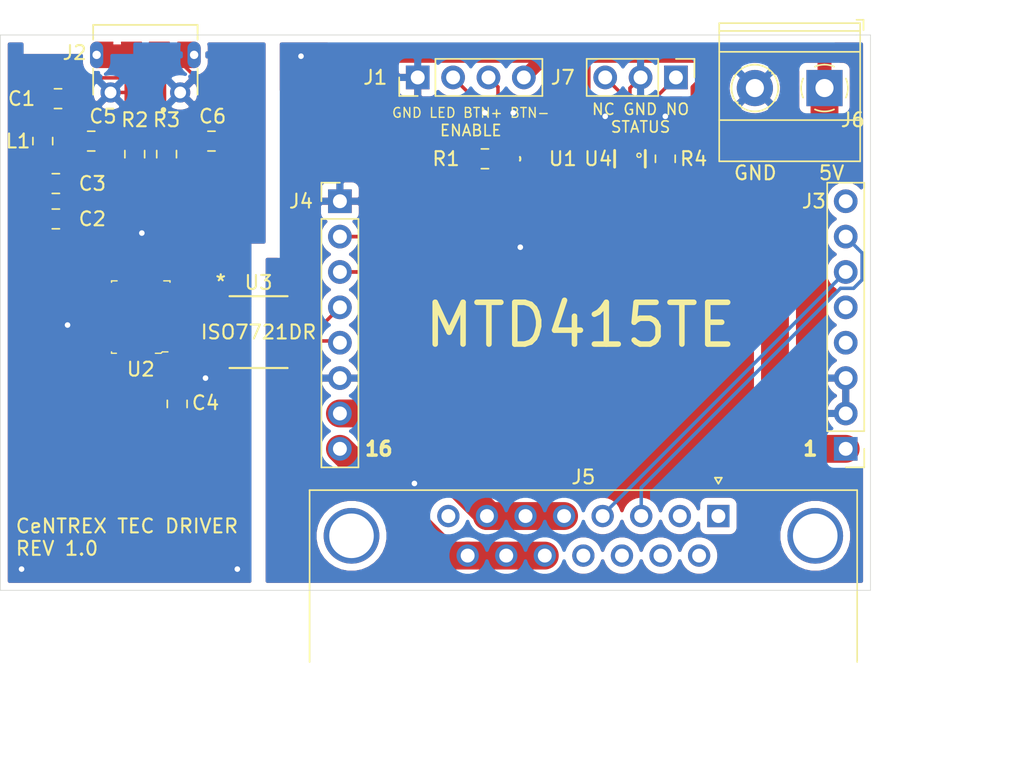
<source format=kicad_pcb>
(kicad_pcb (version 20171130) (host pcbnew "(5.1.4)-1")

  (general
    (thickness 1.6)
    (drawings 17)
    (tracks 173)
    (zones 0)
    (modules 22)
    (nets 43)
  )

  (page A4)
  (layers
    (0 F.Cu signal)
    (31 B.Cu signal)
    (32 B.Adhes user)
    (33 F.Adhes user)
    (34 B.Paste user)
    (35 F.Paste user)
    (36 B.SilkS user)
    (37 F.SilkS user)
    (38 B.Mask user)
    (39 F.Mask user)
    (40 Dwgs.User user)
    (41 Cmts.User user)
    (42 Eco1.User user)
    (43 Eco2.User user)
    (44 Edge.Cuts user)
    (45 Margin user)
    (46 B.CrtYd user)
    (47 F.CrtYd user)
    (48 B.Fab user)
    (49 F.Fab user hide)
  )

  (setup
    (last_trace_width 0.25)
    (trace_clearance 0.2)
    (zone_clearance 0.508)
    (zone_45_only no)
    (trace_min 0.2)
    (via_size 0.8)
    (via_drill 0.4)
    (via_min_size 0.4)
    (via_min_drill 0.3)
    (uvia_size 0.3)
    (uvia_drill 0.1)
    (uvias_allowed no)
    (uvia_min_size 0.2)
    (uvia_min_drill 0.1)
    (edge_width 0.05)
    (segment_width 0.2)
    (pcb_text_width 0.3)
    (pcb_text_size 1.5 1.5)
    (mod_edge_width 0.12)
    (mod_text_size 1 1)
    (mod_text_width 0.15)
    (pad_size 1.524 1.524)
    (pad_drill 0.762)
    (pad_to_mask_clearance 0.051)
    (solder_mask_min_width 0.25)
    (aux_axis_origin 0 0)
    (visible_elements 7FFFFFFF)
    (pcbplotparams
      (layerselection 0x010fc_ffffffff)
      (usegerberextensions false)
      (usegerberattributes false)
      (usegerberadvancedattributes false)
      (creategerberjobfile false)
      (excludeedgelayer true)
      (linewidth 0.100000)
      (plotframeref false)
      (viasonmask false)
      (mode 1)
      (useauxorigin false)
      (hpglpennumber 1)
      (hpglpenspeed 20)
      (hpglpendiameter 15.000000)
      (psnegative false)
      (psa4output false)
      (plotreference true)
      (plotvalue true)
      (plotinvisibletext false)
      (padsonsilk false)
      (subtractmaskfromsilk false)
      (outputformat 1)
      (mirror false)
      (drillshape 0)
      (scaleselection 1)
      (outputdirectory "gerber/"))
  )

  (net 0 "")
  (net 1 "Net-(C1-Pad2)")
  (net 2 VBUS)
  (net 3 GND)
  (net 4 3V3OUT)
  (net 5 D+)
  (net 6 D-)
  (net 7 +5V)
  (net 8 "Net-(J1-Pad3)")
  (net 9 "Net-(J1-Pad2)")
  (net 10 TEMPGND)
  (net 11 TEMP)
  (net 12 VREF)
  (net 13 "Net-(J3-Pad5)")
  (net 14 "Net-(J3-Pad4)")
  (net 15 GNDD)
  (net 16 TEC+)
  (net 17 TEC-)
  (net 18 RX)
  (net 19 TX)
  (net 20 STATUS)
  (net 21 ENABLE)
  (net 22 "Net-(J5-Pad12)")
  (net 23 "Net-(J5-Pad11)")
  (net 24 "Net-(J5-Pad10)")
  (net 25 "Net-(J5-Pad9)")
  (net 26 "Net-(J5-Pad8)")
  (net 27 "Net-(J5-Pad2)")
  (net 28 "Net-(J5-Pad1)")
  (net 29 "Net-(J7-Pad3)")
  (net 30 "Net-(J7-Pad1)")
  (net 31 USBDP)
  (net 32 USBDM)
  (net 33 "Net-(R4-Pad2)")
  (net 34 "Net-(U1-Pad1)")
  (net 35 "Net-(U2-Pad16)")
  (net 36 "Net-(U2-Pad15)")
  (net 37 "Net-(U2-Pad14)")
  (net 38 "Net-(U2-Pad7)")
  (net 39 "Net-(U2-Pad6)")
  (net 40 RXUSB)
  (net 41 "Net-(U2-Pad2)")
  (net 42 TXUSB)

  (net_class Default "This is the default net class."
    (clearance 0.2)
    (trace_width 0.25)
    (via_dia 0.8)
    (via_drill 0.4)
    (uvia_dia 0.3)
    (uvia_drill 0.1)
    (add_net +5V)
    (add_net 3V3OUT)
    (add_net D+)
    (add_net D-)
    (add_net ENABLE)
    (add_net GND)
    (add_net GNDD)
    (add_net "Net-(C1-Pad2)")
    (add_net "Net-(J1-Pad2)")
    (add_net "Net-(J1-Pad3)")
    (add_net "Net-(J3-Pad4)")
    (add_net "Net-(J3-Pad5)")
    (add_net "Net-(J5-Pad1)")
    (add_net "Net-(J5-Pad10)")
    (add_net "Net-(J5-Pad11)")
    (add_net "Net-(J5-Pad12)")
    (add_net "Net-(J5-Pad2)")
    (add_net "Net-(J5-Pad8)")
    (add_net "Net-(J5-Pad9)")
    (add_net "Net-(J7-Pad1)")
    (add_net "Net-(J7-Pad3)")
    (add_net "Net-(R4-Pad2)")
    (add_net "Net-(U1-Pad1)")
    (add_net "Net-(U2-Pad14)")
    (add_net "Net-(U2-Pad15)")
    (add_net "Net-(U2-Pad16)")
    (add_net "Net-(U2-Pad2)")
    (add_net "Net-(U2-Pad6)")
    (add_net "Net-(U2-Pad7)")
    (add_net RX)
    (add_net RXUSB)
    (add_net STATUS)
    (add_net TEC+)
    (add_net TEC-)
    (add_net TEMP)
    (add_net TEMPGND)
    (add_net TX)
    (add_net TXUSB)
    (add_net USBDM)
    (add_net USBDP)
    (add_net VBUS)
    (add_net VREF)
  )

  (module Connector_PinHeader_2.54mm:PinHeader_1x08_P2.54mm_Vertical (layer F.Cu) (tedit 59FED5CC) (tstamp 5D9FE6B0)
    (at 158.242 72.644 180)
    (descr "Through hole straight pin header, 1x08, 2.54mm pitch, single row")
    (tags "Through hole pin header THT 1x08 2.54mm single row")
    (path /5D862F2C)
    (fp_text reference J3 (at 2.286 17.78) (layer F.SilkS)
      (effects (font (size 1 1) (thickness 0.15)))
    )
    (fp_text value Conn_01x08 (at 0 20.11) (layer F.Fab)
      (effects (font (size 1 1) (thickness 0.15)))
    )
    (fp_text user %R (at 0 8.89 90) (layer F.Fab)
      (effects (font (size 1 1) (thickness 0.15)))
    )
    (fp_line (start 1.8 -1.8) (end -1.8 -1.8) (layer F.CrtYd) (width 0.05))
    (fp_line (start 1.8 19.55) (end 1.8 -1.8) (layer F.CrtYd) (width 0.05))
    (fp_line (start -1.8 19.55) (end 1.8 19.55) (layer F.CrtYd) (width 0.05))
    (fp_line (start -1.8 -1.8) (end -1.8 19.55) (layer F.CrtYd) (width 0.05))
    (fp_line (start -1.33 -1.33) (end 0 -1.33) (layer F.SilkS) (width 0.12))
    (fp_line (start -1.33 0) (end -1.33 -1.33) (layer F.SilkS) (width 0.12))
    (fp_line (start -1.33 1.27) (end 1.33 1.27) (layer F.SilkS) (width 0.12))
    (fp_line (start 1.33 1.27) (end 1.33 19.11) (layer F.SilkS) (width 0.12))
    (fp_line (start -1.33 1.27) (end -1.33 19.11) (layer F.SilkS) (width 0.12))
    (fp_line (start -1.33 19.11) (end 1.33 19.11) (layer F.SilkS) (width 0.12))
    (fp_line (start -1.27 -0.635) (end -0.635 -1.27) (layer F.Fab) (width 0.1))
    (fp_line (start -1.27 19.05) (end -1.27 -0.635) (layer F.Fab) (width 0.1))
    (fp_line (start 1.27 19.05) (end -1.27 19.05) (layer F.Fab) (width 0.1))
    (fp_line (start 1.27 -1.27) (end 1.27 19.05) (layer F.Fab) (width 0.1))
    (fp_line (start -0.635 -1.27) (end 1.27 -1.27) (layer F.Fab) (width 0.1))
    (pad 8 thru_hole oval (at 0 17.78 180) (size 1.7 1.7) (drill 1) (layers *.Cu *.Mask)
      (net 10 TEMPGND))
    (pad 7 thru_hole oval (at 0 15.24 180) (size 1.7 1.7) (drill 1) (layers *.Cu *.Mask)
      (net 11 TEMP))
    (pad 6 thru_hole oval (at 0 12.7 180) (size 1.7 1.7) (drill 1) (layers *.Cu *.Mask)
      (net 12 VREF))
    (pad 5 thru_hole oval (at 0 10.16 180) (size 1.7 1.7) (drill 1) (layers *.Cu *.Mask)
      (net 13 "Net-(J3-Pad5)"))
    (pad 4 thru_hole oval (at 0 7.62 180) (size 1.7 1.7) (drill 1) (layers *.Cu *.Mask)
      (net 14 "Net-(J3-Pad4)"))
    (pad 3 thru_hole oval (at 0 5.08 180) (size 1.7 1.7) (drill 1) (layers *.Cu *.Mask)
      (net 15 GNDD))
    (pad 2 thru_hole oval (at 0 2.54 180) (size 1.7 1.7) (drill 1) (layers *.Cu *.Mask)
      (net 15 GNDD))
    (pad 1 thru_hole rect (at 0 0 180) (size 1.7 1.7) (drill 1) (layers *.Cu *.Mask)
      (net 7 +5V))
    (model ${KISYS3DMOD}/Connector_PinHeader_2.54mm.3dshapes/PinHeader_1x08_P2.54mm_Vertical.wrl
      (at (xyz 0 0 0))
      (scale (xyz 1 1 1))
      (rotate (xyz 0 0 0))
    )
  )

  (module Connector_Dsub:DSUB-15_Female_Horizontal_P2.77x2.84mm_EdgePinOffset7.70mm_Housed_MountingHolesOffset9.12mm (layer F.Cu) (tedit 59FEDEE2) (tstamp 5D841111)
    (at 149.098 77.47)
    (descr "15-pin D-Sub connector, horizontal/angled (90 deg), THT-mount, female, pitch 2.77x2.84mm, pin-PCB-offset 7.699999999999999mm, distance of mounting holes 33.3mm, distance of mounting holes to PCB edge 9.12mm, see https://disti-assets.s3.amazonaws.com/tonar/files/datasheets/16730.pdf")
    (tags "15-pin D-Sub connector horizontal angled 90deg THT female pitch 2.77x2.84mm pin-PCB-offset 7.699999999999999mm mounting-holes-distance 33.3mm mounting-hole-offset 33.3mm")
    (path /5D86DDB4)
    (fp_text reference J5 (at -9.695 -2.8) (layer F.SilkS)
      (effects (font (size 1 1) (thickness 0.15)))
    )
    (fp_text value DB15_Female (at -9.695 18.61) (layer F.Fab)
      (effects (font (size 1 1) (thickness 0.15)))
    )
    (fp_text user %R (at -9.695 14.025) (layer F.Fab)
      (effects (font (size 1 1) (thickness 0.15)))
    )
    (fp_line (start 10.45 -2.35) (end -29.8 -2.35) (layer F.CrtYd) (width 0.05))
    (fp_line (start 10.45 17.65) (end 10.45 -2.35) (layer F.CrtYd) (width 0.05))
    (fp_line (start -29.8 17.65) (end 10.45 17.65) (layer F.CrtYd) (width 0.05))
    (fp_line (start -29.8 -2.35) (end -29.8 17.65) (layer F.CrtYd) (width 0.05))
    (fp_line (start 0 -2.321325) (end -0.25 -2.754338) (layer F.SilkS) (width 0.12))
    (fp_line (start 0.25 -2.754338) (end 0 -2.321325) (layer F.SilkS) (width 0.12))
    (fp_line (start -0.25 -2.754338) (end 0.25 -2.754338) (layer F.SilkS) (width 0.12))
    (fp_line (start 9.965 -1.86) (end 9.965 10.48) (layer F.SilkS) (width 0.12))
    (fp_line (start -29.355 -1.86) (end 9.965 -1.86) (layer F.SilkS) (width 0.12))
    (fp_line (start -29.355 10.48) (end -29.355 -1.86) (layer F.SilkS) (width 0.12))
    (fp_line (start 8.555 10.54) (end 8.555 1.42) (layer F.Fab) (width 0.1))
    (fp_line (start 5.355 10.54) (end 5.355 1.42) (layer F.Fab) (width 0.1))
    (fp_line (start -24.745 10.54) (end -24.745 1.42) (layer F.Fab) (width 0.1))
    (fp_line (start -27.945 10.54) (end -27.945 1.42) (layer F.Fab) (width 0.1))
    (fp_line (start 9.455 10.94) (end 4.455 10.94) (layer F.Fab) (width 0.1))
    (fp_line (start 9.455 15.94) (end 9.455 10.94) (layer F.Fab) (width 0.1))
    (fp_line (start 4.455 15.94) (end 9.455 15.94) (layer F.Fab) (width 0.1))
    (fp_line (start 4.455 10.94) (end 4.455 15.94) (layer F.Fab) (width 0.1))
    (fp_line (start -23.845 10.94) (end -28.845 10.94) (layer F.Fab) (width 0.1))
    (fp_line (start -23.845 15.94) (end -23.845 10.94) (layer F.Fab) (width 0.1))
    (fp_line (start -28.845 15.94) (end -23.845 15.94) (layer F.Fab) (width 0.1))
    (fp_line (start -28.845 10.94) (end -28.845 15.94) (layer F.Fab) (width 0.1))
    (fp_line (start 2.605 10.94) (end -21.995 10.94) (layer F.Fab) (width 0.1))
    (fp_line (start 2.605 17.11) (end 2.605 10.94) (layer F.Fab) (width 0.1))
    (fp_line (start -21.995 17.11) (end 2.605 17.11) (layer F.Fab) (width 0.1))
    (fp_line (start -21.995 10.94) (end -21.995 17.11) (layer F.Fab) (width 0.1))
    (fp_line (start 9.905 10.54) (end -29.295 10.54) (layer F.Fab) (width 0.1))
    (fp_line (start 9.905 10.94) (end 9.905 10.54) (layer F.Fab) (width 0.1))
    (fp_line (start -29.295 10.94) (end 9.905 10.94) (layer F.Fab) (width 0.1))
    (fp_line (start -29.295 10.54) (end -29.295 10.94) (layer F.Fab) (width 0.1))
    (fp_line (start 9.905 -1.8) (end -29.295 -1.8) (layer F.Fab) (width 0.1))
    (fp_line (start 9.905 10.54) (end 9.905 -1.8) (layer F.Fab) (width 0.1))
    (fp_line (start -29.295 10.54) (end 9.905 10.54) (layer F.Fab) (width 0.1))
    (fp_line (start -29.295 -1.8) (end -29.295 10.54) (layer F.Fab) (width 0.1))
    (fp_arc (start 6.955 1.42) (end 5.355 1.42) (angle 180) (layer F.Fab) (width 0.1))
    (fp_arc (start -26.345 1.42) (end -27.945 1.42) (angle 180) (layer F.Fab) (width 0.1))
    (pad 0 thru_hole circle (at 6.955 1.42) (size 4 4) (drill 3.2) (layers *.Cu *.Mask))
    (pad 0 thru_hole circle (at -26.345 1.42) (size 4 4) (drill 3.2) (layers *.Cu *.Mask))
    (pad 15 thru_hole circle (at -18.005 2.84) (size 1.6 1.6) (drill 1) (layers *.Cu *.Mask)
      (net 16 TEC+))
    (pad 14 thru_hole circle (at -15.235 2.84) (size 1.6 1.6) (drill 1) (layers *.Cu *.Mask)
      (net 16 TEC+))
    (pad 13 thru_hole circle (at -12.465 2.84) (size 1.6 1.6) (drill 1) (layers *.Cu *.Mask)
      (net 16 TEC+))
    (pad 12 thru_hole circle (at -9.695 2.84) (size 1.6 1.6) (drill 1) (layers *.Cu *.Mask)
      (net 22 "Net-(J5-Pad12)"))
    (pad 11 thru_hole circle (at -6.925 2.84) (size 1.6 1.6) (drill 1) (layers *.Cu *.Mask)
      (net 23 "Net-(J5-Pad11)"))
    (pad 10 thru_hole circle (at -4.155 2.84) (size 1.6 1.6) (drill 1) (layers *.Cu *.Mask)
      (net 24 "Net-(J5-Pad10)"))
    (pad 9 thru_hole circle (at -1.385 2.84) (size 1.6 1.6) (drill 1) (layers *.Cu *.Mask)
      (net 25 "Net-(J5-Pad9)"))
    (pad 8 thru_hole circle (at -19.39 0) (size 1.6 1.6) (drill 1) (layers *.Cu *.Mask)
      (net 26 "Net-(J5-Pad8)"))
    (pad 7 thru_hole circle (at -16.62 0) (size 1.6 1.6) (drill 1) (layers *.Cu *.Mask)
      (net 17 TEC-))
    (pad 6 thru_hole circle (at -13.85 0) (size 1.6 1.6) (drill 1) (layers *.Cu *.Mask)
      (net 17 TEC-))
    (pad 5 thru_hole circle (at -11.08 0) (size 1.6 1.6) (drill 1) (layers *.Cu *.Mask)
      (net 17 TEC-))
    (pad 4 thru_hole circle (at -8.31 0) (size 1.6 1.6) (drill 1) (layers *.Cu *.Mask)
      (net 12 VREF))
    (pad 3 thru_hole circle (at -5.54 0) (size 1.6 1.6) (drill 1) (layers *.Cu *.Mask)
      (net 11 TEMP))
    (pad 2 thru_hole circle (at -2.77 0) (size 1.6 1.6) (drill 1) (layers *.Cu *.Mask)
      (net 27 "Net-(J5-Pad2)"))
    (pad 1 thru_hole rect (at 0 0) (size 1.6 1.6) (drill 1) (layers *.Cu *.Mask)
      (net 28 "Net-(J5-Pad1)"))
    (model ${KISYS3DMOD}/Connector_Dsub.3dshapes/DSUB-15_Female_Horizontal_P2.77x2.84mm_EdgePinOffset7.70mm_Housed_MountingHolesOffset9.12mm.wrl
      (at (xyz 0 0 0))
      (scale (xyz 1 1 1))
      (rotate (xyz 0 0 0))
    )
  )

  (module digikey-footprints:SSOP-16_W3.90mm (layer F.Cu) (tedit 5D28A68E) (tstamp 5D84247A)
    (at 107.6198 63.1825 180)
    (path /5D83A1B0)
    (attr smd)
    (fp_text reference U2 (at 0 -3.75) (layer F.SilkS)
      (effects (font (size 1 1) (thickness 0.15)))
    )
    (fp_text value FT230XS-R (at 0 3.8) (layer F.Fab)
      (effects (font (size 1 1) (thickness 0.15)))
    )
    (fp_line (start 1.9939 2.5019) (end 1.9939 -2.5019) (layer F.Fab) (width 0.1))
    (fp_line (start -1.9939 2.5019) (end 1.9939 2.5019) (layer F.Fab) (width 0.1))
    (fp_line (start -2 -1.9) (end -1.4 -2.5) (layer F.Fab) (width 0.1))
    (fp_line (start -1.4 -2.5) (end 2 -2.5) (layer F.Fab) (width 0.1))
    (fp_line (start -2 -1.9) (end -2 2.5) (layer F.Fab) (width 0.1))
    (fp_text user %R (at 0.1 0 90) (layer F.Fab)
      (effects (font (size 1 1) (thickness 0.15)))
    )
    (fp_line (start 2.1 -2.6) (end 1.75 -2.6) (layer F.SilkS) (width 0.1))
    (fp_line (start 2.1 -2.5) (end 2.1 -2.6) (layer F.SilkS) (width 0.1))
    (fp_line (start -1.55 -2.5) (end -1.95 -2.5) (layer F.SilkS) (width 0.1))
    (fp_line (start -1.45 -2.6) (end -1.55 -2.5) (layer F.SilkS) (width 0.1))
    (fp_line (start -1.05 -2.6) (end -1.45 -2.6) (layer F.SilkS) (width 0.1))
    (fp_line (start -2.1 2.6) (end -1.65 2.6) (layer F.SilkS) (width 0.1))
    (fp_line (start -2.1 2.5) (end -2.1 2.6) (layer F.SilkS) (width 0.1))
    (fp_line (start 2.1 2.6) (end 1.7 2.6) (layer F.SilkS) (width 0.1))
    (fp_line (start 2.1 2.5) (end 2.1 2.6) (layer F.SilkS) (width 0.1))
    (fp_line (start -4 -2.75) (end 4 -2.75) (layer F.CrtYd) (width 0.05))
    (fp_line (start -4 -2.75) (end -4 2.75) (layer F.CrtYd) (width 0.05))
    (fp_line (start -4 2.75) (end 4 2.75) (layer F.CrtYd) (width 0.05))
    (fp_line (start 4 2.75) (end 4 -2.75) (layer F.CrtYd) (width 0.05))
    (pad 9 smd rect (at 2.4638 2.2225 180) (size 2.54 0.4572) (layers F.Cu F.Paste F.Mask)
      (net 32 USBDM))
    (pad 10 smd rect (at 2.4638 1.5875 180) (size 2.54 0.4572) (layers F.Cu F.Paste F.Mask)
      (net 4 3V3OUT))
    (pad 11 smd rect (at 2.4638 0.9525 180) (size 2.54 0.4572) (layers F.Cu F.Paste F.Mask)
      (net 4 3V3OUT))
    (pad 12 smd rect (at 2.4638 0.3175 180) (size 2.54 0.4572) (layers F.Cu F.Paste F.Mask)
      (net 2 VBUS))
    (pad 13 smd rect (at 2.4638 -0.3175 180) (size 2.54 0.4572) (layers F.Cu F.Paste F.Mask)
      (net 3 GND))
    (pad 14 smd rect (at 2.4638 -0.9525 180) (size 2.54 0.4572) (layers F.Cu F.Paste F.Mask)
      (net 37 "Net-(U2-Pad14)"))
    (pad 15 smd rect (at 2.4638 -1.5875 180) (size 2.54 0.4572) (layers F.Cu F.Paste F.Mask)
      (net 36 "Net-(U2-Pad15)"))
    (pad 16 smd rect (at 2.4638 -2.2225 180) (size 2.54 0.4572) (layers F.Cu F.Paste F.Mask)
      (net 35 "Net-(U2-Pad16)"))
    (pad 8 smd rect (at -2.4638 2.2225 180) (size 2.54 0.4572) (layers F.Cu F.Paste F.Mask)
      (net 31 USBDP))
    (pad 7 smd rect (at -2.4638 1.5875 180) (size 2.54 0.4572) (layers F.Cu F.Paste F.Mask)
      (net 38 "Net-(U2-Pad7)"))
    (pad 6 smd rect (at -2.4638 0.9525 180) (size 2.54 0.4572) (layers F.Cu F.Paste F.Mask)
      (net 39 "Net-(U2-Pad6)"))
    (pad 5 smd rect (at -2.4638 0.3175 180) (size 2.54 0.4572) (layers F.Cu F.Paste F.Mask)
      (net 3 GND))
    (pad 1 smd rect (at -2.4638 -2.2225 180) (size 2.54 0.4572) (layers F.Cu F.Paste F.Mask)
      (net 42 TXUSB))
    (pad 3 smd rect (at -2.4638 -0.9525 180) (size 2.54 0.4572) (layers F.Cu F.Paste F.Mask)
      (net 4 3V3OUT))
    (pad 4 smd rect (at -2.4638 -0.3175 180) (size 2.54 0.4572) (layers F.Cu F.Paste F.Mask)
      (net 40 RXUSB))
    (pad 2 smd rect (at -2.4638 -1.5875 180) (size 2.54 0.4572) (layers F.Cu F.Paste F.Mask)
      (net 41 "Net-(U2-Pad2)"))
  )

  (module footprints:ISO7721DR (layer F.Cu) (tedit 0) (tstamp 5D843D00)
    (at 116.078 64.262)
    (path /5D86C5DE)
    (fp_text reference U3 (at 0 -3.556) (layer F.SilkS)
      (effects (font (size 1 1) (thickness 0.15)))
    )
    (fp_text value ISO7721DR (at 0 0) (layer F.SilkS)
      (effects (font (size 1 1) (thickness 0.15)))
    )
    (fp_arc (start 0 -2.4511) (end 0.3048 -2.4511) (angle 180) (layer F.Fab) (width 0.1524))
    (fp_line (start -2.2098 2.4384) (end -3.7084 2.4384) (layer F.CrtYd) (width 0.1524))
    (fp_line (start -2.2098 2.7051) (end -2.2098 2.4384) (layer F.CrtYd) (width 0.1524))
    (fp_line (start 2.2098 2.7051) (end -2.2098 2.7051) (layer F.CrtYd) (width 0.1524))
    (fp_line (start 2.2098 2.4384) (end 2.2098 2.7051) (layer F.CrtYd) (width 0.1524))
    (fp_line (start 3.7084 2.4384) (end 2.2098 2.4384) (layer F.CrtYd) (width 0.1524))
    (fp_line (start 3.7084 -2.4384) (end 3.7084 2.4384) (layer F.CrtYd) (width 0.1524))
    (fp_line (start 2.2098 -2.4384) (end 3.7084 -2.4384) (layer F.CrtYd) (width 0.1524))
    (fp_line (start 2.2098 -2.7051) (end 2.2098 -2.4384) (layer F.CrtYd) (width 0.1524))
    (fp_line (start -2.2098 -2.7051) (end 2.2098 -2.7051) (layer F.CrtYd) (width 0.1524))
    (fp_line (start -2.2098 -2.4384) (end -2.2098 -2.7051) (layer F.CrtYd) (width 0.1524))
    (fp_line (start -3.7084 -2.4384) (end -2.2098 -2.4384) (layer F.CrtYd) (width 0.1524))
    (fp_line (start -3.7084 2.4384) (end -3.7084 -2.4384) (layer F.CrtYd) (width 0.1524))
    (fp_line (start -1.9558 -2.4511) (end -1.9558 2.4511) (layer F.Fab) (width 0.1524))
    (fp_line (start 1.9558 -2.4511) (end -1.9558 -2.4511) (layer F.Fab) (width 0.1524))
    (fp_line (start 1.9558 2.4511) (end 1.9558 -2.4511) (layer F.Fab) (width 0.1524))
    (fp_line (start -1.9558 2.4511) (end 1.9558 2.4511) (layer F.Fab) (width 0.1524))
    (fp_line (start 2.0828 -2.5781) (end -2.0828 -2.5781) (layer F.SilkS) (width 0.1524))
    (fp_line (start -2.0828 2.5781) (end 2.0828 2.5781) (layer F.SilkS) (width 0.1524))
    (fp_line (start 3.0988 -2.159) (end 1.9558 -2.159) (layer F.Fab) (width 0.1524))
    (fp_line (start 3.0988 -1.651) (end 3.0988 -2.159) (layer F.Fab) (width 0.1524))
    (fp_line (start 1.9558 -1.651) (end 3.0988 -1.651) (layer F.Fab) (width 0.1524))
    (fp_line (start 1.9558 -2.159) (end 1.9558 -1.651) (layer F.Fab) (width 0.1524))
    (fp_line (start 3.0988 -0.889) (end 1.9558 -0.889) (layer F.Fab) (width 0.1524))
    (fp_line (start 3.0988 -0.381) (end 3.0988 -0.889) (layer F.Fab) (width 0.1524))
    (fp_line (start 1.9558 -0.381) (end 3.0988 -0.381) (layer F.Fab) (width 0.1524))
    (fp_line (start 1.9558 -0.889) (end 1.9558 -0.381) (layer F.Fab) (width 0.1524))
    (fp_line (start 3.0988 0.381) (end 1.9558 0.381) (layer F.Fab) (width 0.1524))
    (fp_line (start 3.0988 0.889) (end 3.0988 0.381) (layer F.Fab) (width 0.1524))
    (fp_line (start 1.9558 0.889) (end 3.0988 0.889) (layer F.Fab) (width 0.1524))
    (fp_line (start 1.9558 0.381) (end 1.9558 0.889) (layer F.Fab) (width 0.1524))
    (fp_line (start 3.0988 1.651) (end 1.9558 1.651) (layer F.Fab) (width 0.1524))
    (fp_line (start 3.0988 2.159) (end 3.0988 1.651) (layer F.Fab) (width 0.1524))
    (fp_line (start 1.9558 2.159) (end 3.0988 2.159) (layer F.Fab) (width 0.1524))
    (fp_line (start 1.9558 1.651) (end 1.9558 2.159) (layer F.Fab) (width 0.1524))
    (fp_line (start -3.0988 2.159) (end -1.9558 2.159) (layer F.Fab) (width 0.1524))
    (fp_line (start -3.0988 1.651) (end -3.0988 2.159) (layer F.Fab) (width 0.1524))
    (fp_line (start -1.9558 1.651) (end -3.0988 1.651) (layer F.Fab) (width 0.1524))
    (fp_line (start -1.9558 2.159) (end -1.9558 1.651) (layer F.Fab) (width 0.1524))
    (fp_line (start -3.0988 0.889) (end -1.9558 0.889) (layer F.Fab) (width 0.1524))
    (fp_line (start -3.0988 0.381) (end -3.0988 0.889) (layer F.Fab) (width 0.1524))
    (fp_line (start -1.9558 0.381) (end -3.0988 0.381) (layer F.Fab) (width 0.1524))
    (fp_line (start -1.9558 0.889) (end -1.9558 0.381) (layer F.Fab) (width 0.1524))
    (fp_line (start -3.0988 -0.381) (end -1.9558 -0.381) (layer F.Fab) (width 0.1524))
    (fp_line (start -3.0988 -0.889) (end -3.0988 -0.381) (layer F.Fab) (width 0.1524))
    (fp_line (start -1.9558 -0.889) (end -3.0988 -0.889) (layer F.Fab) (width 0.1524))
    (fp_line (start -1.9558 -0.381) (end -1.9558 -0.889) (layer F.Fab) (width 0.1524))
    (fp_line (start -3.0988 -1.651) (end -1.9558 -1.651) (layer F.Fab) (width 0.1524))
    (fp_line (start -3.0988 -2.159) (end -3.0988 -1.651) (layer F.Fab) (width 0.1524))
    (fp_line (start -1.9558 -2.159) (end -3.0988 -2.159) (layer F.Fab) (width 0.1524))
    (fp_line (start -1.9558 -1.651) (end -1.9558 -2.159) (layer F.Fab) (width 0.1524))
    (fp_text user * (at -1.5748 -2.3749) (layer F.Fab)
      (effects (font (size 1 1) (thickness 0.15)))
    )
    (fp_text user * (at -2.7178 -3.6068) (layer F.SilkS)
      (effects (font (size 1 1) (thickness 0.15)))
    )
    (pad 8 smd rect (at 2.4638 -1.905) (size 1.9812 0.5588) (layers F.Cu F.Paste F.Mask)
      (net 7 +5V))
    (pad 7 smd rect (at 2.4638 -0.635) (size 1.9812 0.5588) (layers F.Cu F.Paste F.Mask)
      (net 19 TX))
    (pad 6 smd rect (at 2.4638 0.635) (size 1.9812 0.5588) (layers F.Cu F.Paste F.Mask)
      (net 18 RX))
    (pad 5 smd rect (at 2.4638 1.905) (size 1.9812 0.5588) (layers F.Cu F.Paste F.Mask)
      (net 15 GNDD))
    (pad 4 smd rect (at -2.4638 1.905) (size 1.9812 0.5588) (layers F.Cu F.Paste F.Mask)
      (net 3 GND))
    (pad 3 smd rect (at -2.4638 0.635) (size 1.9812 0.5588) (layers F.Cu F.Paste F.Mask)
      (net 42 TXUSB))
    (pad 2 smd rect (at -2.4638 -0.635) (size 1.9812 0.5588) (layers F.Cu F.Paste F.Mask)
      (net 40 RXUSB))
    (pad 1 smd rect (at -2.4638 -1.905) (size 1.9812 0.5588) (layers F.Cu F.Paste F.Mask)
      (net 2 VBUS))
  )

  (module TerminalBlock_Phoenix:TerminalBlock_Phoenix_MKDS-1,5-2_1x02_P5.00mm_Horizontal (layer F.Cu) (tedit 5B294EE5) (tstamp 5D83F6D5)
    (at 156.718 46.736 180)
    (descr "Terminal Block Phoenix MKDS-1,5-2, 2 pins, pitch 5mm, size 10x9.8mm^2, drill diamater 1.3mm, pad diameter 2.6mm, see http://www.farnell.com/datasheets/100425.pdf, script-generated using https://github.com/pointhi/kicad-footprint-generator/scripts/TerminalBlock_Phoenix")
    (tags "THT Terminal Block Phoenix MKDS-1,5-2 pitch 5mm size 10x9.8mm^2 drill 1.3mm pad 2.6mm")
    (path /5D940A53)
    (fp_text reference J6 (at -2.032 -2.286) (layer F.SilkS)
      (effects (font (size 1 1) (thickness 0.15)))
    )
    (fp_text value Screw_Terminal_01x02 (at 2.5 5.66) (layer F.Fab)
      (effects (font (size 1 1) (thickness 0.15)))
    )
    (fp_text user %R (at 2.5 3.2) (layer F.Fab)
      (effects (font (size 1 1) (thickness 0.15)))
    )
    (fp_line (start 8 -5.71) (end -3 -5.71) (layer F.CrtYd) (width 0.05))
    (fp_line (start 8 5.1) (end 8 -5.71) (layer F.CrtYd) (width 0.05))
    (fp_line (start -3 5.1) (end 8 5.1) (layer F.CrtYd) (width 0.05))
    (fp_line (start -3 -5.71) (end -3 5.1) (layer F.CrtYd) (width 0.05))
    (fp_line (start -2.8 4.9) (end -2.3 4.9) (layer F.SilkS) (width 0.12))
    (fp_line (start -2.8 4.16) (end -2.8 4.9) (layer F.SilkS) (width 0.12))
    (fp_line (start 3.773 1.023) (end 3.726 1.069) (layer F.SilkS) (width 0.12))
    (fp_line (start 6.07 -1.275) (end 6.035 -1.239) (layer F.SilkS) (width 0.12))
    (fp_line (start 3.966 1.239) (end 3.931 1.274) (layer F.SilkS) (width 0.12))
    (fp_line (start 6.275 -1.069) (end 6.228 -1.023) (layer F.SilkS) (width 0.12))
    (fp_line (start 5.955 -1.138) (end 3.863 0.955) (layer F.Fab) (width 0.1))
    (fp_line (start 6.138 -0.955) (end 4.046 1.138) (layer F.Fab) (width 0.1))
    (fp_line (start 0.955 -1.138) (end -1.138 0.955) (layer F.Fab) (width 0.1))
    (fp_line (start 1.138 -0.955) (end -0.955 1.138) (layer F.Fab) (width 0.1))
    (fp_line (start 7.56 -5.261) (end 7.56 4.66) (layer F.SilkS) (width 0.12))
    (fp_line (start -2.56 -5.261) (end -2.56 4.66) (layer F.SilkS) (width 0.12))
    (fp_line (start -2.56 4.66) (end 7.56 4.66) (layer F.SilkS) (width 0.12))
    (fp_line (start -2.56 -5.261) (end 7.56 -5.261) (layer F.SilkS) (width 0.12))
    (fp_line (start -2.56 -2.301) (end 7.56 -2.301) (layer F.SilkS) (width 0.12))
    (fp_line (start -2.5 -2.3) (end 7.5 -2.3) (layer F.Fab) (width 0.1))
    (fp_line (start -2.56 2.6) (end 7.56 2.6) (layer F.SilkS) (width 0.12))
    (fp_line (start -2.5 2.6) (end 7.5 2.6) (layer F.Fab) (width 0.1))
    (fp_line (start -2.56 4.1) (end 7.56 4.1) (layer F.SilkS) (width 0.12))
    (fp_line (start -2.5 4.1) (end 7.5 4.1) (layer F.Fab) (width 0.1))
    (fp_line (start -2.5 4.1) (end -2.5 -5.2) (layer F.Fab) (width 0.1))
    (fp_line (start -2 4.6) (end -2.5 4.1) (layer F.Fab) (width 0.1))
    (fp_line (start 7.5 4.6) (end -2 4.6) (layer F.Fab) (width 0.1))
    (fp_line (start 7.5 -5.2) (end 7.5 4.6) (layer F.Fab) (width 0.1))
    (fp_line (start -2.5 -5.2) (end 7.5 -5.2) (layer F.Fab) (width 0.1))
    (fp_circle (center 5 0) (end 6.68 0) (layer F.SilkS) (width 0.12))
    (fp_circle (center 5 0) (end 6.5 0) (layer F.Fab) (width 0.1))
    (fp_circle (center 0 0) (end 1.5 0) (layer F.Fab) (width 0.1))
    (fp_arc (start 0 0) (end -0.684 1.535) (angle -25) (layer F.SilkS) (width 0.12))
    (fp_arc (start 0 0) (end -1.535 -0.684) (angle -48) (layer F.SilkS) (width 0.12))
    (fp_arc (start 0 0) (end 0.684 -1.535) (angle -48) (layer F.SilkS) (width 0.12))
    (fp_arc (start 0 0) (end 1.535 0.684) (angle -48) (layer F.SilkS) (width 0.12))
    (fp_arc (start 0 0) (end 0 1.68) (angle -24) (layer F.SilkS) (width 0.12))
    (pad 2 thru_hole circle (at 5 0 180) (size 2.6 2.6) (drill 1.3) (layers *.Cu *.Mask)
      (net 15 GNDD))
    (pad 1 thru_hole rect (at 0 0 180) (size 2.6 2.6) (drill 1.3) (layers *.Cu *.Mask)
      (net 7 +5V))
    (model ${KISYS3DMOD}/TerminalBlock_Phoenix.3dshapes/TerminalBlock_Phoenix_MKDS-1,5-2_1x02_P5.00mm_Horizontal.wrl
      (at (xyz 0 0 0))
      (scale (xyz 1 1 1))
      (rotate (xyz 0 0 0))
    )
  )

  (module Connector_PinHeader_2.54mm:PinHeader_1x03_P2.54mm_Vertical (layer F.Cu) (tedit 59FED5CC) (tstamp 5D8423E6)
    (at 146.05 45.974 270)
    (descr "Through hole straight pin header, 1x03, 2.54mm pitch, single row")
    (tags "Through hole pin header THT 1x03 2.54mm single row")
    (path /5D84732D)
    (fp_text reference J7 (at 0 8.128 180) (layer F.SilkS)
      (effects (font (size 1 1) (thickness 0.15)))
    )
    (fp_text value Conn_01x03 (at 0 7.41 90) (layer F.Fab)
      (effects (font (size 1 1) (thickness 0.15)))
    )
    (fp_text user %R (at 0 2.54) (layer F.Fab)
      (effects (font (size 1 1) (thickness 0.15)))
    )
    (fp_line (start 1.8 -1.8) (end -1.8 -1.8) (layer F.CrtYd) (width 0.05))
    (fp_line (start 1.8 6.85) (end 1.8 -1.8) (layer F.CrtYd) (width 0.05))
    (fp_line (start -1.8 6.85) (end 1.8 6.85) (layer F.CrtYd) (width 0.05))
    (fp_line (start -1.8 -1.8) (end -1.8 6.85) (layer F.CrtYd) (width 0.05))
    (fp_line (start -1.33 -1.33) (end 0 -1.33) (layer F.SilkS) (width 0.12))
    (fp_line (start -1.33 0) (end -1.33 -1.33) (layer F.SilkS) (width 0.12))
    (fp_line (start -1.33 1.27) (end 1.33 1.27) (layer F.SilkS) (width 0.12))
    (fp_line (start 1.33 1.27) (end 1.33 6.41) (layer F.SilkS) (width 0.12))
    (fp_line (start -1.33 1.27) (end -1.33 6.41) (layer F.SilkS) (width 0.12))
    (fp_line (start -1.33 6.41) (end 1.33 6.41) (layer F.SilkS) (width 0.12))
    (fp_line (start -1.27 -0.635) (end -0.635 -1.27) (layer F.Fab) (width 0.1))
    (fp_line (start -1.27 6.35) (end -1.27 -0.635) (layer F.Fab) (width 0.1))
    (fp_line (start 1.27 6.35) (end -1.27 6.35) (layer F.Fab) (width 0.1))
    (fp_line (start 1.27 -1.27) (end 1.27 6.35) (layer F.Fab) (width 0.1))
    (fp_line (start -0.635 -1.27) (end 1.27 -1.27) (layer F.Fab) (width 0.1))
    (pad 3 thru_hole oval (at 0 5.08 270) (size 1.7 1.7) (drill 1) (layers *.Cu *.Mask)
      (net 29 "Net-(J7-Pad3)"))
    (pad 2 thru_hole oval (at 0 2.54 270) (size 1.7 1.7) (drill 1) (layers *.Cu *.Mask)
      (net 15 GNDD))
    (pad 1 thru_hole rect (at 0 0 270) (size 1.7 1.7) (drill 1) (layers *.Cu *.Mask)
      (net 30 "Net-(J7-Pad1)"))
    (model ${KISYS3DMOD}/Connector_PinHeader_2.54mm.3dshapes/PinHeader_1x03_P2.54mm_Vertical.wrl
      (at (xyz 0 0 0))
      (scale (xyz 1 1 1))
      (rotate (xyz 0 0 0))
    )
  )

  (module Capacitor_SMD:C_0805_2012Metric (layer F.Cu) (tedit 5B36C52B) (tstamp 5D8422EB)
    (at 101.5215 56.134 180)
    (descr "Capacitor SMD 0805 (2012 Metric), square (rectangular) end terminal, IPC_7351 nominal, (Body size source: https://docs.google.com/spreadsheets/d/1BsfQQcO9C6DZCsRaXUlFlo91Tg2WpOkGARC1WS5S8t0/edit?usp=sharing), generated with kicad-footprint-generator")
    (tags capacitor)
    (path /5D84425C)
    (attr smd)
    (fp_text reference C2 (at -2.6185 0) (layer F.SilkS)
      (effects (font (size 1 1) (thickness 0.15)))
    )
    (fp_text value 4.7u (at 0 1.65) (layer F.Fab)
      (effects (font (size 1 1) (thickness 0.15)))
    )
    (fp_text user %R (at 0 0) (layer F.Fab)
      (effects (font (size 0.5 0.5) (thickness 0.08)))
    )
    (fp_line (start 1.68 0.95) (end -1.68 0.95) (layer F.CrtYd) (width 0.05))
    (fp_line (start 1.68 -0.95) (end 1.68 0.95) (layer F.CrtYd) (width 0.05))
    (fp_line (start -1.68 -0.95) (end 1.68 -0.95) (layer F.CrtYd) (width 0.05))
    (fp_line (start -1.68 0.95) (end -1.68 -0.95) (layer F.CrtYd) (width 0.05))
    (fp_line (start -0.258578 0.71) (end 0.258578 0.71) (layer F.SilkS) (width 0.12))
    (fp_line (start -0.258578 -0.71) (end 0.258578 -0.71) (layer F.SilkS) (width 0.12))
    (fp_line (start 1 0.6) (end -1 0.6) (layer F.Fab) (width 0.1))
    (fp_line (start 1 -0.6) (end 1 0.6) (layer F.Fab) (width 0.1))
    (fp_line (start -1 -0.6) (end 1 -0.6) (layer F.Fab) (width 0.1))
    (fp_line (start -1 0.6) (end -1 -0.6) (layer F.Fab) (width 0.1))
    (pad 2 smd roundrect (at 0.9375 0 180) (size 0.975 1.4) (layers F.Cu F.Paste F.Mask) (roundrect_rratio 0.25)
      (net 2 VBUS))
    (pad 1 smd roundrect (at -0.9375 0 180) (size 0.975 1.4) (layers F.Cu F.Paste F.Mask) (roundrect_rratio 0.25)
      (net 3 GND))
    (model ${KISYS3DMOD}/Capacitor_SMD.3dshapes/C_0805_2012Metric.wrl
      (at (xyz 0 0 0))
      (scale (xyz 1 1 1))
      (rotate (xyz 0 0 0))
    )
  )

  (module Capacitor_SMD:C_0805_2012Metric (layer F.Cu) (tedit 5B36C52B) (tstamp 5D84BB60)
    (at 101.5215 53.594 180)
    (descr "Capacitor SMD 0805 (2012 Metric), square (rectangular) end terminal, IPC_7351 nominal, (Body size source: https://docs.google.com/spreadsheets/d/1BsfQQcO9C6DZCsRaXUlFlo91Tg2WpOkGARC1WS5S8t0/edit?usp=sharing), generated with kicad-footprint-generator")
    (tags capacitor)
    (path /5D8DF724)
    (attr smd)
    (fp_text reference C3 (at -2.6185 0) (layer F.SilkS)
      (effects (font (size 1 1) (thickness 0.15)))
    )
    (fp_text value 100n (at 0 1.65) (layer F.Fab)
      (effects (font (size 1 1) (thickness 0.15)))
    )
    (fp_text user %R (at 0 0) (layer F.Fab)
      (effects (font (size 0.5 0.5) (thickness 0.08)))
    )
    (fp_line (start 1.68 0.95) (end -1.68 0.95) (layer F.CrtYd) (width 0.05))
    (fp_line (start 1.68 -0.95) (end 1.68 0.95) (layer F.CrtYd) (width 0.05))
    (fp_line (start -1.68 -0.95) (end 1.68 -0.95) (layer F.CrtYd) (width 0.05))
    (fp_line (start -1.68 0.95) (end -1.68 -0.95) (layer F.CrtYd) (width 0.05))
    (fp_line (start -0.258578 0.71) (end 0.258578 0.71) (layer F.SilkS) (width 0.12))
    (fp_line (start -0.258578 -0.71) (end 0.258578 -0.71) (layer F.SilkS) (width 0.12))
    (fp_line (start 1 0.6) (end -1 0.6) (layer F.Fab) (width 0.1))
    (fp_line (start 1 -0.6) (end 1 0.6) (layer F.Fab) (width 0.1))
    (fp_line (start -1 -0.6) (end 1 -0.6) (layer F.Fab) (width 0.1))
    (fp_line (start -1 0.6) (end -1 -0.6) (layer F.Fab) (width 0.1))
    (pad 2 smd roundrect (at 0.9375 0 180) (size 0.975 1.4) (layers F.Cu F.Paste F.Mask) (roundrect_rratio 0.25)
      (net 2 VBUS))
    (pad 1 smd roundrect (at -0.9375 0 180) (size 0.975 1.4) (layers F.Cu F.Paste F.Mask) (roundrect_rratio 0.25)
      (net 3 GND))
    (model ${KISYS3DMOD}/Capacitor_SMD.3dshapes/C_0805_2012Metric.wrl
      (at (xyz 0 0 0))
      (scale (xyz 1 1 1))
      (rotate (xyz 0 0 0))
    )
  )

  (module Resistor_SMD:R_0805_2012Metric (layer F.Cu) (tedit 5B36C52B) (tstamp 5D84DF3C)
    (at 132.334 51.816 180)
    (descr "Resistor SMD 0805 (2012 Metric), square (rectangular) end terminal, IPC_7351 nominal, (Body size source: https://docs.google.com/spreadsheets/d/1BsfQQcO9C6DZCsRaXUlFlo91Tg2WpOkGARC1WS5S8t0/edit?usp=sharing), generated with kicad-footprint-generator")
    (tags resistor)
    (path /5D868F50)
    (attr smd)
    (fp_text reference R1 (at 2.794 0) (layer F.SilkS)
      (effects (font (size 1 1) (thickness 0.15)))
    )
    (fp_text value R (at 0 1.65) (layer F.Fab)
      (effects (font (size 1 1) (thickness 0.15)))
    )
    (fp_text user %R (at 0 0) (layer F.Fab)
      (effects (font (size 0.5 0.5) (thickness 0.08)))
    )
    (fp_line (start 1.68 0.95) (end -1.68 0.95) (layer F.CrtYd) (width 0.05))
    (fp_line (start 1.68 -0.95) (end 1.68 0.95) (layer F.CrtYd) (width 0.05))
    (fp_line (start -1.68 -0.95) (end 1.68 -0.95) (layer F.CrtYd) (width 0.05))
    (fp_line (start -1.68 0.95) (end -1.68 -0.95) (layer F.CrtYd) (width 0.05))
    (fp_line (start -0.258578 0.71) (end 0.258578 0.71) (layer F.SilkS) (width 0.12))
    (fp_line (start -0.258578 -0.71) (end 0.258578 -0.71) (layer F.SilkS) (width 0.12))
    (fp_line (start 1 0.6) (end -1 0.6) (layer F.Fab) (width 0.1))
    (fp_line (start 1 -0.6) (end 1 0.6) (layer F.Fab) (width 0.1))
    (fp_line (start -1 -0.6) (end 1 -0.6) (layer F.Fab) (width 0.1))
    (fp_line (start -1 0.6) (end -1 -0.6) (layer F.Fab) (width 0.1))
    (pad 2 smd roundrect (at 0.9375 0 180) (size 0.975 1.4) (layers F.Cu F.Paste F.Mask) (roundrect_rratio 0.25)
      (net 9 "Net-(J1-Pad2)"))
    (pad 1 smd roundrect (at -0.9375 0 180) (size 0.975 1.4) (layers F.Cu F.Paste F.Mask) (roundrect_rratio 0.25)
      (net 8 "Net-(J1-Pad3)"))
    (model ${KISYS3DMOD}/Resistor_SMD.3dshapes/R_0805_2012Metric.wrl
      (at (xyz 0 0 0))
      (scale (xyz 1 1 1))
      (rotate (xyz 0 0 0))
    )
  )

  (module SN74AHC1G04DCKR:SOT65P210X110-5N (layer F.Cu) (tedit 0) (tstamp 5D84243F)
    (at 135.636 51.816 90)
    (path /5D85E9BC)
    (attr smd)
    (fp_text reference U1 (at 0 2.286 180) (layer F.SilkS)
      (effects (font (size 1 1) (thickness 0.15)))
    )
    (fp_text value " " (at 1.75295 3.40429 90) (layer F.SilkS)
      (effects (font (size 1.64033 1.64033) (thickness 0.05)))
    )
    (fp_arc (start 0 -1.0668) (end -0.3048 -1.0668) (angle -180) (layer Eco2.User) (width 0.1))
    (fp_line (start 1.1938 -0.7874) (end 0.7112 -0.7874) (layer Eco2.User) (width 0.1))
    (fp_line (start 1.1938 -0.508) (end 1.1938 -0.7874) (layer Eco2.User) (width 0.1))
    (fp_line (start 0.7112 -0.508) (end 1.1938 -0.508) (layer Eco2.User) (width 0.1))
    (fp_line (start 0.7112 -0.7874) (end 0.7112 -0.508) (layer Eco2.User) (width 0.1))
    (fp_line (start 0.7112 -1.0668) (end 0.7112 -0.7874) (layer Eco2.User) (width 0.1))
    (fp_line (start 1.1938 0.508) (end 0.7112 0.508) (layer Eco2.User) (width 0.1))
    (fp_line (start 1.1938 0.7874) (end 1.1938 0.508) (layer Eco2.User) (width 0.1))
    (fp_line (start 0.7112 0.7874) (end 1.1938 0.7874) (layer Eco2.User) (width 0.1))
    (fp_line (start -1.1938 0.7874) (end -0.7112 0.7874) (layer Eco2.User) (width 0.1))
    (fp_line (start -1.1938 0.508) (end -1.1938 0.7874) (layer Eco2.User) (width 0.1))
    (fp_line (start -0.7112 0.508) (end -1.1938 0.508) (layer Eco2.User) (width 0.1))
    (fp_line (start -0.7112 0.7874) (end -0.7112 0.508) (layer Eco2.User) (width 0.1))
    (fp_line (start -0.7112 1.0668) (end -0.7112 0.7874) (layer Eco2.User) (width 0.1))
    (fp_line (start -1.1938 0.1524) (end -0.7112 0.1524) (layer Eco2.User) (width 0.1))
    (fp_line (start -1.1938 -0.1524) (end -1.1938 0.1524) (layer Eco2.User) (width 0.1))
    (fp_line (start -0.7112 -0.1524) (end -1.1938 -0.1524) (layer Eco2.User) (width 0.1))
    (fp_line (start -1.1938 -0.508) (end -0.7112 -0.508) (layer Eco2.User) (width 0.1))
    (fp_line (start -1.1938 -0.7874) (end -1.1938 -0.508) (layer Eco2.User) (width 0.1))
    (fp_line (start -0.7112 -0.7874) (end -1.1938 -0.7874) (layer Eco2.User) (width 0.1))
    (fp_line (start -0.7112 0.1524) (end -0.7112 0.508) (layer Eco2.User) (width 0.1))
    (fp_line (start -0.7112 -0.1524) (end -0.7112 0.1524) (layer Eco2.User) (width 0.1))
    (fp_line (start -0.7112 -0.508) (end -0.7112 -0.1524) (layer Eco2.User) (width 0.1))
    (fp_line (start -0.7112 -0.7874) (end -0.7112 -0.508) (layer Eco2.User) (width 0.1))
    (fp_line (start -0.7112 -1.0668) (end -0.7112 -0.7874) (layer Eco2.User) (width 0.1))
    (fp_line (start -0.3048 -1.0668) (end -0.7112 -1.0668) (layer Eco2.User) (width 0.1))
    (fp_line (start 0.3048 -1.0668) (end -0.3048 -1.0668) (layer Eco2.User) (width 0.1))
    (fp_line (start 0.7112 -1.0668) (end 0.3048 -1.0668) (layer Eco2.User) (width 0.1))
    (fp_line (start 0.7112 0.508) (end 0.7112 -0.508) (layer Eco2.User) (width 0.1))
    (fp_line (start 0.7112 0.7874) (end 0.7112 0.508) (layer Eco2.User) (width 0.1))
    (fp_line (start 0.7112 1.0668) (end 0.7112 0.7874) (layer Eco2.User) (width 0.1))
    (fp_line (start -0.7112 1.0668) (end 0.7112 1.0668) (layer Eco2.User) (width 0.1))
    (fp_arc (start 0 -1.06608) (end -0.127 -0.7874) (angle -49) (layer F.SilkS) (width 0.1524))
    (pad 5 smd rect (at 1.0414 -0.6604 90) (size 1.1684 0.3556) (layers F.Cu F.Paste F.Mask)
      (net 7 +5V))
    (pad 4 smd rect (at 1.0414 0.6604 90) (size 1.1684 0.3556) (layers F.Cu F.Paste F.Mask)
      (net 21 ENABLE))
    (pad 3 smd rect (at -1.0414 0.6604 90) (size 1.1684 0.3556) (layers F.Cu F.Paste F.Mask)
      (net 15 GNDD))
    (pad 2 smd rect (at -1.0414 0 90) (size 1.1684 0.3556) (layers F.Cu F.Paste F.Mask)
      (net 8 "Net-(J1-Pad3)"))
    (pad 1 smd rect (at -1.0414 -0.6604 90) (size 1.1684 0.3556) (layers F.Cu F.Paste F.Mask)
      (net 34 "Net-(U1-Pad1)"))
  )

  (module Resistor_SMD:R_0805_2012Metric (layer F.Cu) (tedit 5B36C52B) (tstamp 5D84EC25)
    (at 145.288 51.816 270)
    (descr "Resistor SMD 0805 (2012 Metric), square (rectangular) end terminal, IPC_7351 nominal, (Body size source: https://docs.google.com/spreadsheets/d/1BsfQQcO9C6DZCsRaXUlFlo91Tg2WpOkGARC1WS5S8t0/edit?usp=sharing), generated with kicad-footprint-generator")
    (tags resistor)
    (path /5D83D5D2)
    (attr smd)
    (fp_text reference R4 (at 0 -2.032 180) (layer F.SilkS)
      (effects (font (size 1 1) (thickness 0.15)))
    )
    (fp_text value R (at 0 1.65 90) (layer F.Fab)
      (effects (font (size 1 1) (thickness 0.15)))
    )
    (fp_text user %R (at 0 0 90) (layer F.Fab)
      (effects (font (size 0.5 0.5) (thickness 0.08)))
    )
    (fp_line (start 1.68 0.95) (end -1.68 0.95) (layer F.CrtYd) (width 0.05))
    (fp_line (start 1.68 -0.95) (end 1.68 0.95) (layer F.CrtYd) (width 0.05))
    (fp_line (start -1.68 -0.95) (end 1.68 -0.95) (layer F.CrtYd) (width 0.05))
    (fp_line (start -1.68 0.95) (end -1.68 -0.95) (layer F.CrtYd) (width 0.05))
    (fp_line (start -0.258578 0.71) (end 0.258578 0.71) (layer F.SilkS) (width 0.12))
    (fp_line (start -0.258578 -0.71) (end 0.258578 -0.71) (layer F.SilkS) (width 0.12))
    (fp_line (start 1 0.6) (end -1 0.6) (layer F.Fab) (width 0.1))
    (fp_line (start 1 -0.6) (end 1 0.6) (layer F.Fab) (width 0.1))
    (fp_line (start -1 -0.6) (end 1 -0.6) (layer F.Fab) (width 0.1))
    (fp_line (start -1 0.6) (end -1 -0.6) (layer F.Fab) (width 0.1))
    (pad 2 smd roundrect (at 0.9375 0 270) (size 0.975 1.4) (layers F.Cu F.Paste F.Mask) (roundrect_rratio 0.25)
      (net 33 "Net-(R4-Pad2)"))
    (pad 1 smd roundrect (at -0.9375 0 270) (size 0.975 1.4) (layers F.Cu F.Paste F.Mask) (roundrect_rratio 0.25)
      (net 7 +5V))
    (model ${KISYS3DMOD}/Resistor_SMD.3dshapes/R_0805_2012Metric.wrl
      (at (xyz 0 0 0))
      (scale (xyz 1 1 1))
      (rotate (xyz 0 0 0))
    )
  )

  (module SN74LVC1G3157:SC70-6 (layer F.Cu) (tedit 0) (tstamp 5D842096)
    (at 142.748 51.816 180)
    (descr "<b>SC70</b> - DCK<p>0.65 mm pitch")
    (path /5D84161F)
    (attr smd)
    (fp_text reference U4 (at 2.286 0) (layer F.SilkS)
      (effects (font (size 1 1) (thickness 0.15)))
    )
    (fp_text value " " (at 0.762955 1.81837) (layer F.SilkS)
      (effects (font (size 0.640802 0.640802) (thickness 0.05)))
    )
    (fp_poly (pts (xy -0.801418 -1.1) (xy -0.5 -1.1) (xy -0.5 -0.601063) (xy -0.801418 -0.601063)) (layer Eco2.User) (width 0))
    (fp_poly (pts (xy -0.150188 -1.1) (xy 0.15 -1.1) (xy 0.15 -0.600752) (xy -0.150188 -0.600752)) (layer Eco2.User) (width 0))
    (fp_poly (pts (xy 0.500671 -1.1) (xy 0.8 -1.1) (xy 0.8 -0.600806) (xy 0.500671 -0.600806)) (layer Eco2.User) (width 0))
    (fp_poly (pts (xy 0.500499 0.6) (xy 0.8 0.6) (xy 0.8 1.1011) (xy 0.500499 1.1011)) (layer Eco2.User) (width 0))
    (fp_poly (pts (xy -0.150159 0.6) (xy 0.15 0.6) (xy 0.15 1.10117) (xy -0.150159 1.10117)) (layer Eco2.User) (width 0))
    (fp_poly (pts (xy -0.800987 0.6) (xy -0.5 0.6) (xy -0.5 1.10136) (xy -0.800987 1.10136)) (layer Eco2.User) (width 0))
    (fp_circle (center -0.65 0.25) (end -0.5 0.25) (layer F.SilkS) (width 0.1))
    (fp_line (start -1.1 0.6) (end -1.1 -0.6) (layer F.SilkS) (width 0.2032))
    (fp_line (start 1.1 0.6) (end -1.1 0.6) (layer Eco2.User) (width 0.2032))
    (fp_line (start 1.1 -0.6) (end 1.1 0.6) (layer F.SilkS) (width 0.2032))
    (fp_line (start -1.1 -0.6) (end 1.1 -0.6) (layer Eco2.User) (width 0.2032))
    (pad 6 smd rect (at -0.65 -0.95 180) (size 0.4 0.6) (layers F.Cu F.Paste F.Mask)
      (net 20 STATUS))
    (pad 5 smd rect (at 0 -0.95 180) (size 0.4 0.6) (layers F.Cu F.Paste F.Mask)
      (net 7 +5V))
    (pad 4 smd rect (at 0.65 -0.95 180) (size 0.4 0.6) (layers F.Cu F.Paste F.Mask)
      (net 33 "Net-(R4-Pad2)"))
    (pad 3 smd rect (at 0.65 0.95 180) (size 0.4 0.6) (layers F.Cu F.Paste F.Mask)
      (net 29 "Net-(J7-Pad3)"))
    (pad 2 smd rect (at 0 0.95 180) (size 0.4 0.6) (layers F.Cu F.Paste F.Mask)
      (net 15 GNDD))
    (pad 1 smd rect (at -0.65 0.95 180) (size 0.4 0.6) (layers F.Cu F.Paste F.Mask)
      (net 30 "Net-(J7-Pad1)"))
  )

  (module Connector_PinHeader_2.54mm:PinHeader_1x04_P2.54mm_Vertical (layer F.Cu) (tedit 59FED5CC) (tstamp 5D84DFDB)
    (at 127.508 45.974 90)
    (descr "Through hole straight pin header, 1x04, 2.54mm pitch, single row")
    (tags "Through hole pin header THT 1x04 2.54mm single row")
    (path /5D86483B)
    (fp_text reference J1 (at 0 -3.048 180) (layer F.SilkS)
      (effects (font (size 1 1) (thickness 0.15)))
    )
    (fp_text value Conn_01x04 (at 0 9.95 90) (layer F.Fab)
      (effects (font (size 1 1) (thickness 0.15)))
    )
    (fp_text user %R (at 0 3.81) (layer F.Fab)
      (effects (font (size 1 1) (thickness 0.15)))
    )
    (fp_line (start 1.8 -1.8) (end -1.8 -1.8) (layer F.CrtYd) (width 0.05))
    (fp_line (start 1.8 9.4) (end 1.8 -1.8) (layer F.CrtYd) (width 0.05))
    (fp_line (start -1.8 9.4) (end 1.8 9.4) (layer F.CrtYd) (width 0.05))
    (fp_line (start -1.8 -1.8) (end -1.8 9.4) (layer F.CrtYd) (width 0.05))
    (fp_line (start -1.33 -1.33) (end 0 -1.33) (layer F.SilkS) (width 0.12))
    (fp_line (start -1.33 0) (end -1.33 -1.33) (layer F.SilkS) (width 0.12))
    (fp_line (start -1.33 1.27) (end 1.33 1.27) (layer F.SilkS) (width 0.12))
    (fp_line (start 1.33 1.27) (end 1.33 8.95) (layer F.SilkS) (width 0.12))
    (fp_line (start -1.33 1.27) (end -1.33 8.95) (layer F.SilkS) (width 0.12))
    (fp_line (start -1.33 8.95) (end 1.33 8.95) (layer F.SilkS) (width 0.12))
    (fp_line (start -1.27 -0.635) (end -0.635 -1.27) (layer F.Fab) (width 0.1))
    (fp_line (start -1.27 8.89) (end -1.27 -0.635) (layer F.Fab) (width 0.1))
    (fp_line (start 1.27 8.89) (end -1.27 8.89) (layer F.Fab) (width 0.1))
    (fp_line (start 1.27 -1.27) (end 1.27 8.89) (layer F.Fab) (width 0.1))
    (fp_line (start -0.635 -1.27) (end 1.27 -1.27) (layer F.Fab) (width 0.1))
    (pad 4 thru_hole oval (at 0 7.62 90) (size 1.7 1.7) (drill 1) (layers *.Cu *.Mask)
      (net 7 +5V))
    (pad 3 thru_hole oval (at 0 5.08 90) (size 1.7 1.7) (drill 1) (layers *.Cu *.Mask)
      (net 8 "Net-(J1-Pad3)"))
    (pad 2 thru_hole oval (at 0 2.54 90) (size 1.7 1.7) (drill 1) (layers *.Cu *.Mask)
      (net 9 "Net-(J1-Pad2)"))
    (pad 1 thru_hole rect (at 0 0 90) (size 1.7 1.7) (drill 1) (layers *.Cu *.Mask)
      (net 15 GNDD))
    (model ${KISYS3DMOD}/Connector_PinHeader_2.54mm.3dshapes/PinHeader_1x04_P2.54mm_Vertical.wrl
      (at (xyz 0 0 0))
      (scale (xyz 1 1 1))
      (rotate (xyz 0 0 0))
    )
  )

  (module Capacitor_SMD:C_0805_2012Metric (layer F.Cu) (tedit 5B36C52B) (tstamp 5D843424)
    (at 101.6785 47.498 180)
    (descr "Capacitor SMD 0805 (2012 Metric), square (rectangular) end terminal, IPC_7351 nominal, (Body size source: https://docs.google.com/spreadsheets/d/1BsfQQcO9C6DZCsRaXUlFlo91Tg2WpOkGARC1WS5S8t0/edit?usp=sharing), generated with kicad-footprint-generator")
    (tags capacitor)
    (path /5D8933D9)
    (attr smd)
    (fp_text reference C1 (at 2.6185 0) (layer F.SilkS)
      (effects (font (size 1 1) (thickness 0.15)))
    )
    (fp_text value 10n (at 0 1.65) (layer F.Fab)
      (effects (font (size 1 1) (thickness 0.15)))
    )
    (fp_text user %R (at 0 0) (layer F.Fab)
      (effects (font (size 0.5 0.5) (thickness 0.08)))
    )
    (fp_line (start 1.68 0.95) (end -1.68 0.95) (layer F.CrtYd) (width 0.05))
    (fp_line (start 1.68 -0.95) (end 1.68 0.95) (layer F.CrtYd) (width 0.05))
    (fp_line (start -1.68 -0.95) (end 1.68 -0.95) (layer F.CrtYd) (width 0.05))
    (fp_line (start -1.68 0.95) (end -1.68 -0.95) (layer F.CrtYd) (width 0.05))
    (fp_line (start -0.258578 0.71) (end 0.258578 0.71) (layer F.SilkS) (width 0.12))
    (fp_line (start -0.258578 -0.71) (end 0.258578 -0.71) (layer F.SilkS) (width 0.12))
    (fp_line (start 1 0.6) (end -1 0.6) (layer F.Fab) (width 0.1))
    (fp_line (start 1 -0.6) (end 1 0.6) (layer F.Fab) (width 0.1))
    (fp_line (start -1 -0.6) (end 1 -0.6) (layer F.Fab) (width 0.1))
    (fp_line (start -1 0.6) (end -1 -0.6) (layer F.Fab) (width 0.1))
    (pad 2 smd roundrect (at 0.9375 0 180) (size 0.975 1.4) (layers F.Cu F.Paste F.Mask) (roundrect_rratio 0.25)
      (net 1 "Net-(C1-Pad2)"))
    (pad 1 smd roundrect (at -0.9375 0 180) (size 0.975 1.4) (layers F.Cu F.Paste F.Mask) (roundrect_rratio 0.25)
      (net 3 GND))
    (model ${KISYS3DMOD}/Capacitor_SMD.3dshapes/C_0805_2012Metric.wrl
      (at (xyz 0 0 0))
      (scale (xyz 1 1 1))
      (rotate (xyz 0 0 0))
    )
  )

  (module Inductor_SMD:L_0805_2012Metric (layer F.Cu) (tedit 5B36C52B) (tstamp 5D843484)
    (at 100.584 50.546 270)
    (descr "Inductor SMD 0805 (2012 Metric), square (rectangular) end terminal, IPC_7351 nominal, (Body size source: https://docs.google.com/spreadsheets/d/1BsfQQcO9C6DZCsRaXUlFlo91Tg2WpOkGARC1WS5S8t0/edit?usp=sharing), generated with kicad-footprint-generator")
    (tags inductor)
    (path /5D89273B)
    (attr smd)
    (fp_text reference L1 (at 0 1.778) (layer F.SilkS)
      (effects (font (size 1 1) (thickness 0.15)))
    )
    (fp_text value L_Core_Ferrite (at 0 1.65 90) (layer F.Fab)
      (effects (font (size 1 1) (thickness 0.15)))
    )
    (fp_text user %R (at 0 0 90) (layer F.Fab)
      (effects (font (size 0.5 0.5) (thickness 0.08)))
    )
    (fp_line (start 1.68 0.95) (end -1.68 0.95) (layer F.CrtYd) (width 0.05))
    (fp_line (start 1.68 -0.95) (end 1.68 0.95) (layer F.CrtYd) (width 0.05))
    (fp_line (start -1.68 -0.95) (end 1.68 -0.95) (layer F.CrtYd) (width 0.05))
    (fp_line (start -1.68 0.95) (end -1.68 -0.95) (layer F.CrtYd) (width 0.05))
    (fp_line (start -0.258578 0.71) (end 0.258578 0.71) (layer F.SilkS) (width 0.12))
    (fp_line (start -0.258578 -0.71) (end 0.258578 -0.71) (layer F.SilkS) (width 0.12))
    (fp_line (start 1 0.6) (end -1 0.6) (layer F.Fab) (width 0.1))
    (fp_line (start 1 -0.6) (end 1 0.6) (layer F.Fab) (width 0.1))
    (fp_line (start -1 -0.6) (end 1 -0.6) (layer F.Fab) (width 0.1))
    (fp_line (start -1 0.6) (end -1 -0.6) (layer F.Fab) (width 0.1))
    (pad 2 smd roundrect (at 0.9375 0 270) (size 0.975 1.4) (layers F.Cu F.Paste F.Mask) (roundrect_rratio 0.25)
      (net 2 VBUS))
    (pad 1 smd roundrect (at -0.9375 0 270) (size 0.975 1.4) (layers F.Cu F.Paste F.Mask) (roundrect_rratio 0.25)
      (net 1 "Net-(C1-Pad2)"))
    (model ${KISYS3DMOD}/Inductor_SMD.3dshapes/L_0805_2012Metric.wrl
      (at (xyz 0 0 0))
      (scale (xyz 1 1 1))
      (rotate (xyz 0 0 0))
    )
  )

  (module Resistor_SMD:R_0805_2012Metric (layer F.Cu) (tedit 5B36C52B) (tstamp 5D843454)
    (at 109.474 51.4835 90)
    (descr "Resistor SMD 0805 (2012 Metric), square (rectangular) end terminal, IPC_7351 nominal, (Body size source: https://docs.google.com/spreadsheets/d/1BsfQQcO9C6DZCsRaXUlFlo91Tg2WpOkGARC1WS5S8t0/edit?usp=sharing), generated with kicad-footprint-generator")
    (tags resistor)
    (path /5D848B0F)
    (attr smd)
    (fp_text reference R3 (at 2.4615 0 180) (layer F.SilkS)
      (effects (font (size 1 1) (thickness 0.15)))
    )
    (fp_text value 27 (at 0 1.65 90) (layer F.Fab)
      (effects (font (size 1 1) (thickness 0.15)))
    )
    (fp_text user %R (at 0 0 90) (layer F.Fab)
      (effects (font (size 0.5 0.5) (thickness 0.08)))
    )
    (fp_line (start 1.68 0.95) (end -1.68 0.95) (layer F.CrtYd) (width 0.05))
    (fp_line (start 1.68 -0.95) (end 1.68 0.95) (layer F.CrtYd) (width 0.05))
    (fp_line (start -1.68 -0.95) (end 1.68 -0.95) (layer F.CrtYd) (width 0.05))
    (fp_line (start -1.68 0.95) (end -1.68 -0.95) (layer F.CrtYd) (width 0.05))
    (fp_line (start -0.258578 0.71) (end 0.258578 0.71) (layer F.SilkS) (width 0.12))
    (fp_line (start -0.258578 -0.71) (end 0.258578 -0.71) (layer F.SilkS) (width 0.12))
    (fp_line (start 1 0.6) (end -1 0.6) (layer F.Fab) (width 0.1))
    (fp_line (start 1 -0.6) (end 1 0.6) (layer F.Fab) (width 0.1))
    (fp_line (start -1 -0.6) (end 1 -0.6) (layer F.Fab) (width 0.1))
    (fp_line (start -1 0.6) (end -1 -0.6) (layer F.Fab) (width 0.1))
    (pad 2 smd roundrect (at 0.9375 0 90) (size 0.975 1.4) (layers F.Cu F.Paste F.Mask) (roundrect_rratio 0.25)
      (net 6 D-))
    (pad 1 smd roundrect (at -0.9375 0 90) (size 0.975 1.4) (layers F.Cu F.Paste F.Mask) (roundrect_rratio 0.25)
      (net 32 USBDM))
    (model ${KISYS3DMOD}/Resistor_SMD.3dshapes/R_0805_2012Metric.wrl
      (at (xyz 0 0 0))
      (scale (xyz 1 1 1))
      (rotate (xyz 0 0 0))
    )
  )

  (module Resistor_SMD:R_0805_2012Metric (layer F.Cu) (tedit 5B36C52B) (tstamp 5D843514)
    (at 107.188 51.4835 90)
    (descr "Resistor SMD 0805 (2012 Metric), square (rectangular) end terminal, IPC_7351 nominal, (Body size source: https://docs.google.com/spreadsheets/d/1BsfQQcO9C6DZCsRaXUlFlo91Tg2WpOkGARC1WS5S8t0/edit?usp=sharing), generated with kicad-footprint-generator")
    (tags resistor)
    (path /5D8490FD)
    (attr smd)
    (fp_text reference R2 (at 2.4615 0 180) (layer F.SilkS)
      (effects (font (size 1 1) (thickness 0.15)))
    )
    (fp_text value 27 (at 0 1.65 90) (layer F.Fab)
      (effects (font (size 1 1) (thickness 0.15)))
    )
    (fp_text user %R (at 0 0 90) (layer F.Fab)
      (effects (font (size 0.5 0.5) (thickness 0.08)))
    )
    (fp_line (start 1.68 0.95) (end -1.68 0.95) (layer F.CrtYd) (width 0.05))
    (fp_line (start 1.68 -0.95) (end 1.68 0.95) (layer F.CrtYd) (width 0.05))
    (fp_line (start -1.68 -0.95) (end 1.68 -0.95) (layer F.CrtYd) (width 0.05))
    (fp_line (start -1.68 0.95) (end -1.68 -0.95) (layer F.CrtYd) (width 0.05))
    (fp_line (start -0.258578 0.71) (end 0.258578 0.71) (layer F.SilkS) (width 0.12))
    (fp_line (start -0.258578 -0.71) (end 0.258578 -0.71) (layer F.SilkS) (width 0.12))
    (fp_line (start 1 0.6) (end -1 0.6) (layer F.Fab) (width 0.1))
    (fp_line (start 1 -0.6) (end 1 0.6) (layer F.Fab) (width 0.1))
    (fp_line (start -1 -0.6) (end 1 -0.6) (layer F.Fab) (width 0.1))
    (fp_line (start -1 0.6) (end -1 -0.6) (layer F.Fab) (width 0.1))
    (pad 2 smd roundrect (at 0.9375 0 90) (size 0.975 1.4) (layers F.Cu F.Paste F.Mask) (roundrect_rratio 0.25)
      (net 5 D+))
    (pad 1 smd roundrect (at -0.9375 0 90) (size 0.975 1.4) (layers F.Cu F.Paste F.Mask) (roundrect_rratio 0.25)
      (net 31 USBDP))
    (model ${KISYS3DMOD}/Resistor_SMD.3dshapes/R_0805_2012Metric.wrl
      (at (xyz 0 0 0))
      (scale (xyz 1 1 1))
      (rotate (xyz 0 0 0))
    )
  )

  (module 1050170001:MOLEX_1050170001 (layer F.Cu) (tedit 0) (tstamp 5D843565)
    (at 107.95 44.704 180)
    (path /5D88ADF1)
    (attr smd)
    (fp_text reference J2 (at 5.08 0.508) (layer F.SilkS)
      (effects (font (size 1.00006 1.00006) (thickness 0.15)))
    )
    (fp_text value " " (at -1.1357 3.61727) (layer F.SilkS)
      (effects (font (size 1.00063 1.00063) (thickness 0.05)))
    )
    (fp_circle (center -1.3 -1.9) (end -1.2 -1.9) (layer Eco2.User) (width 0.2))
    (fp_text user PCB~EDGE (at 4.80799 1.803) (layer Edge.Cuts)
      (effects (font (size 1 1) (thickness 0.05)))
    )
    (fp_line (start 3.75 1.8) (end 6 1.8) (layer Eco2.User) (width 0.127))
    (fp_line (start -3.75 1.8) (end -6 1.8) (layer Eco2.User) (width 0.127))
    (fp_line (start -3.75 2.5) (end -3.75 1.45) (layer F.SilkS) (width 0.127))
    (fp_line (start 3.75 2.5) (end -3.75 2.5) (layer F.SilkS) (width 0.127))
    (fp_line (start 3.75 1.45) (end 3.75 2.5) (layer F.SilkS) (width 0.127))
    (fp_line (start 3.75 2.5) (end 3.75 1.8) (layer Eco2.User) (width 0.127))
    (fp_line (start -3.75 2.45) (end -3.75 1.8) (layer Eco2.User) (width 0.127))
    (fp_line (start 3.75 2.5) (end -3.75 2.5) (layer Eco2.User) (width 0.127))
    (fp_line (start 3.2 0.7) (end 3.2 0) (layer Edge.Cuts) (width 0.0001))
    (fp_arc (start 3.5 0.7) (end 3.2 0.7) (angle -90) (layer Edge.Cuts) (width 0.0001))
    (fp_arc (start 3.5 0.7) (end 3.5 1) (angle -90) (layer Edge.Cuts) (width 0.0001))
    (fp_line (start 3.8 0) (end 3.8 0.7) (layer Edge.Cuts) (width 0.0001))
    (fp_arc (start 3.5 0) (end 3.8 0) (angle -90) (layer Edge.Cuts) (width 0.0001))
    (fp_arc (start 3.5 0) (end 3.5 -0.3) (angle -90) (layer Edge.Cuts) (width 0.0001))
    (fp_line (start -3.8 0.7) (end -3.8 0) (layer Edge.Cuts) (width 0.0001))
    (fp_arc (start -3.5 0.7) (end -3.8 0.7) (angle -90) (layer Edge.Cuts) (width 0.0001))
    (fp_arc (start -3.5 0.7) (end -3.5 1) (angle -90) (layer Edge.Cuts) (width 0.0001))
    (fp_line (start -3.2 0) (end -3.2 0.7) (layer Edge.Cuts) (width 0.0001))
    (fp_arc (start -3.5 0) (end -3.2 0) (angle -90) (layer Edge.Cuts) (width 0.0001))
    (fp_arc (start -3.5 0) (end -3.5 -0.3) (angle -90) (layer Edge.Cuts) (width 0.0001))
    (fp_circle (center -1.3 -3.6) (end -1.2 -3.6) (layer F.SilkS) (width 0.2))
    (fp_line (start 4.25 -3.35) (end -4.25 -3.35) (layer Eco1.User) (width 0.05))
    (fp_line (start 4.25 2.65) (end 4.25 -3.35) (layer Eco1.User) (width 0.05))
    (fp_line (start -4.25 2.65) (end 4.25 2.65) (layer Eco1.User) (width 0.05))
    (fp_line (start -4.25 -3.35) (end -4.25 2.65) (layer Eco1.User) (width 0.05))
    (fp_line (start 3.75 -2.5) (end 3.75 -0.65) (layer F.SilkS) (width 0.127))
    (fp_line (start -3.75 -0.65) (end -3.75 -2.5) (layer F.SilkS) (width 0.127))
    (fp_line (start -3.75 1.8) (end -3.75 -2.5) (layer Eco2.User) (width 0.127))
    (fp_line (start 3.75 1.8) (end -3.75 1.8) (layer Eco2.User) (width 0.127))
    (fp_line (start 3.75 -2.5) (end 3.75 1.8) (layer Eco2.User) (width 0.127))
    (fp_line (start -3.75 -2.5) (end 3.75 -2.5) (layer Eco2.User) (width 0.127))
    (pad SH8 thru_hole oval (at 3.5 0.35 270) (size 1.9 0.95) (drill 0.6) (layers *.Cu *.Mask)
      (net 3 GND))
    (pad SH3 thru_hole oval (at -3.5 0.35 270) (size 1.9 0.95) (drill 0.6) (layers *.Cu *.Mask)
      (net 3 GND))
    (pad SH7 smd rect (at 2.9 0.35 270) (size 1.9 1.2) (layers F.Cu F.Paste F.Mask)
      (net 3 GND))
    (pad SH4 smd rect (at -2.9 0.35 270) (size 1.9 1.2) (layers F.Cu F.Paste F.Mask)
      (net 3 GND))
    (pad SH6 smd rect (at 1 0.35 270) (size 1.9 1.5) (layers F.Cu F.Paste F.Mask)
      (net 3 GND))
    (pad SH5 smd rect (at -1 0.35 270) (size 1.9 1.5) (layers F.Cu F.Paste F.Mask)
      (net 3 GND))
    (pad 5 smd rect (at 1.3 -2.35 270) (size 1.35 0.4) (layers F.Cu F.Paste F.Mask)
      (net 3 GND))
    (pad 4 smd rect (at 0.65 -2.35 270) (size 1.35 0.4) (layers F.Cu F.Paste F.Mask)
      (net 3 GND))
    (pad 3 smd rect (at 0 -2.35 270) (size 1.35 0.4) (layers F.Cu F.Paste F.Mask)
      (net 5 D+))
    (pad 2 smd rect (at -0.65 -2.35 270) (size 1.35 0.4) (layers F.Cu F.Paste F.Mask)
      (net 6 D-))
    (pad 1 smd rect (at -1.3 -2.35 270) (size 1.35 0.4) (layers F.Cu F.Paste F.Mask)
      (net 1 "Net-(C1-Pad2)"))
    (pad SH2 thru_hole circle (at 2.5 -2.35 180) (size 1.45 1.45) (drill 0.85) (layers *.Cu *.Mask)
      (net 3 GND))
    (pad SH1 thru_hole circle (at -2.5 -2.35 180) (size 1.45 1.45) (drill 0.85) (layers *.Cu *.Mask)
      (net 3 GND))
  )

  (module Connector_PinHeader_2.54mm:PinHeader_1x08_P2.54mm_Vertical (layer F.Cu) (tedit 59FED5CC) (tstamp 5D841C6E)
    (at 121.92 54.864)
    (descr "Through hole straight pin header, 1x08, 2.54mm pitch, single row")
    (tags "Through hole pin header THT 1x08 2.54mm single row")
    (path /5D8648E7)
    (fp_text reference J4 (at -2.794 0) (layer F.SilkS)
      (effects (font (size 1 1) (thickness 0.15)))
    )
    (fp_text value Conn_01x08 (at 0 20.11) (layer F.Fab)
      (effects (font (size 1 1) (thickness 0.15)))
    )
    (fp_text user %R (at 0 8.89 90) (layer F.Fab)
      (effects (font (size 1 1) (thickness 0.15)))
    )
    (fp_line (start 1.8 -1.8) (end -1.8 -1.8) (layer F.CrtYd) (width 0.05))
    (fp_line (start 1.8 19.55) (end 1.8 -1.8) (layer F.CrtYd) (width 0.05))
    (fp_line (start -1.8 19.55) (end 1.8 19.55) (layer F.CrtYd) (width 0.05))
    (fp_line (start -1.8 -1.8) (end -1.8 19.55) (layer F.CrtYd) (width 0.05))
    (fp_line (start -1.33 -1.33) (end 0 -1.33) (layer F.SilkS) (width 0.12))
    (fp_line (start -1.33 0) (end -1.33 -1.33) (layer F.SilkS) (width 0.12))
    (fp_line (start -1.33 1.27) (end 1.33 1.27) (layer F.SilkS) (width 0.12))
    (fp_line (start 1.33 1.27) (end 1.33 19.11) (layer F.SilkS) (width 0.12))
    (fp_line (start -1.33 1.27) (end -1.33 19.11) (layer F.SilkS) (width 0.12))
    (fp_line (start -1.33 19.11) (end 1.33 19.11) (layer F.SilkS) (width 0.12))
    (fp_line (start -1.27 -0.635) (end -0.635 -1.27) (layer F.Fab) (width 0.1))
    (fp_line (start -1.27 19.05) (end -1.27 -0.635) (layer F.Fab) (width 0.1))
    (fp_line (start 1.27 19.05) (end -1.27 19.05) (layer F.Fab) (width 0.1))
    (fp_line (start 1.27 -1.27) (end 1.27 19.05) (layer F.Fab) (width 0.1))
    (fp_line (start -0.635 -1.27) (end 1.27 -1.27) (layer F.Fab) (width 0.1))
    (pad 8 thru_hole oval (at 0 17.78) (size 1.7 1.7) (drill 1) (layers *.Cu *.Mask)
      (net 16 TEC+))
    (pad 7 thru_hole oval (at 0 15.24) (size 1.7 1.7) (drill 1) (layers *.Cu *.Mask)
      (net 17 TEC-))
    (pad 6 thru_hole oval (at 0 12.7) (size 1.7 1.7) (drill 1) (layers *.Cu *.Mask)
      (net 15 GNDD))
    (pad 5 thru_hole oval (at 0 10.16) (size 1.7 1.7) (drill 1) (layers *.Cu *.Mask)
      (net 18 RX))
    (pad 4 thru_hole oval (at 0 7.62) (size 1.7 1.7) (drill 1) (layers *.Cu *.Mask)
      (net 19 TX))
    (pad 3 thru_hole oval (at 0 5.08) (size 1.7 1.7) (drill 1) (layers *.Cu *.Mask)
      (net 20 STATUS))
    (pad 2 thru_hole oval (at 0 2.54) (size 1.7 1.7) (drill 1) (layers *.Cu *.Mask)
      (net 21 ENABLE))
    (pad 1 thru_hole rect (at 0 0) (size 1.7 1.7) (drill 1) (layers *.Cu *.Mask)
      (net 15 GNDD))
    (model ${KISYS3DMOD}/Connector_PinHeader_2.54mm.3dshapes/PinHeader_1x08_P2.54mm_Vertical.wrl
      (at (xyz 0 0 0))
      (scale (xyz 1 1 1))
      (rotate (xyz 0 0 0))
    )
  )

  (module Capacitor_SMD:C_0805_2012Metric (layer F.Cu) (tedit 5B36C52B) (tstamp 5D8434B4)
    (at 112.6975 50.546)
    (descr "Capacitor SMD 0805 (2012 Metric), square (rectangular) end terminal, IPC_7351 nominal, (Body size source: https://docs.google.com/spreadsheets/d/1BsfQQcO9C6DZCsRaXUlFlo91Tg2WpOkGARC1WS5S8t0/edit?usp=sharing), generated with kicad-footprint-generator")
    (tags capacitor)
    (path /5D851685)
    (attr smd)
    (fp_text reference C6 (at 0.0785 -1.778) (layer F.SilkS)
      (effects (font (size 1 1) (thickness 0.15)))
    )
    (fp_text value 47p (at 0 1.65) (layer F.Fab)
      (effects (font (size 1 1) (thickness 0.15)))
    )
    (fp_text user %R (at 0 0) (layer F.Fab)
      (effects (font (size 0.5 0.5) (thickness 0.08)))
    )
    (fp_line (start 1.68 0.95) (end -1.68 0.95) (layer F.CrtYd) (width 0.05))
    (fp_line (start 1.68 -0.95) (end 1.68 0.95) (layer F.CrtYd) (width 0.05))
    (fp_line (start -1.68 -0.95) (end 1.68 -0.95) (layer F.CrtYd) (width 0.05))
    (fp_line (start -1.68 0.95) (end -1.68 -0.95) (layer F.CrtYd) (width 0.05))
    (fp_line (start -0.258578 0.71) (end 0.258578 0.71) (layer F.SilkS) (width 0.12))
    (fp_line (start -0.258578 -0.71) (end 0.258578 -0.71) (layer F.SilkS) (width 0.12))
    (fp_line (start 1 0.6) (end -1 0.6) (layer F.Fab) (width 0.1))
    (fp_line (start 1 -0.6) (end 1 0.6) (layer F.Fab) (width 0.1))
    (fp_line (start -1 -0.6) (end 1 -0.6) (layer F.Fab) (width 0.1))
    (fp_line (start -1 0.6) (end -1 -0.6) (layer F.Fab) (width 0.1))
    (pad 2 smd roundrect (at 0.9375 0) (size 0.975 1.4) (layers F.Cu F.Paste F.Mask) (roundrect_rratio 0.25)
      (net 3 GND))
    (pad 1 smd roundrect (at -0.9375 0) (size 0.975 1.4) (layers F.Cu F.Paste F.Mask) (roundrect_rratio 0.25)
      (net 6 D-))
    (model ${KISYS3DMOD}/Capacitor_SMD.3dshapes/C_0805_2012Metric.wrl
      (at (xyz 0 0 0))
      (scale (xyz 1 1 1))
      (rotate (xyz 0 0 0))
    )
  )

  (module Capacitor_SMD:C_0805_2012Metric (layer F.Cu) (tedit 5B36C52B) (tstamp 5D8434E4)
    (at 104.0615 50.546 180)
    (descr "Capacitor SMD 0805 (2012 Metric), square (rectangular) end terminal, IPC_7351 nominal, (Body size source: https://docs.google.com/spreadsheets/d/1BsfQQcO9C6DZCsRaXUlFlo91Tg2WpOkGARC1WS5S8t0/edit?usp=sharing), generated with kicad-footprint-generator")
    (tags capacitor)
    (path /5D850DEF)
    (attr smd)
    (fp_text reference C5 (at -0.8405 1.778) (layer F.SilkS)
      (effects (font (size 1 1) (thickness 0.15)))
    )
    (fp_text value 47p (at 0 1.65) (layer F.Fab)
      (effects (font (size 1 1) (thickness 0.15)))
    )
    (fp_text user %R (at 0 0) (layer F.Fab)
      (effects (font (size 0.5 0.5) (thickness 0.08)))
    )
    (fp_line (start 1.68 0.95) (end -1.68 0.95) (layer F.CrtYd) (width 0.05))
    (fp_line (start 1.68 -0.95) (end 1.68 0.95) (layer F.CrtYd) (width 0.05))
    (fp_line (start -1.68 -0.95) (end 1.68 -0.95) (layer F.CrtYd) (width 0.05))
    (fp_line (start -1.68 0.95) (end -1.68 -0.95) (layer F.CrtYd) (width 0.05))
    (fp_line (start -0.258578 0.71) (end 0.258578 0.71) (layer F.SilkS) (width 0.12))
    (fp_line (start -0.258578 -0.71) (end 0.258578 -0.71) (layer F.SilkS) (width 0.12))
    (fp_line (start 1 0.6) (end -1 0.6) (layer F.Fab) (width 0.1))
    (fp_line (start 1 -0.6) (end 1 0.6) (layer F.Fab) (width 0.1))
    (fp_line (start -1 -0.6) (end 1 -0.6) (layer F.Fab) (width 0.1))
    (fp_line (start -1 0.6) (end -1 -0.6) (layer F.Fab) (width 0.1))
    (pad 2 smd roundrect (at 0.9375 0 180) (size 0.975 1.4) (layers F.Cu F.Paste F.Mask) (roundrect_rratio 0.25)
      (net 3 GND))
    (pad 1 smd roundrect (at -0.9375 0 180) (size 0.975 1.4) (layers F.Cu F.Paste F.Mask) (roundrect_rratio 0.25)
      (net 5 D+))
    (model ${KISYS3DMOD}/Capacitor_SMD.3dshapes/C_0805_2012Metric.wrl
      (at (xyz 0 0 0))
      (scale (xyz 1 1 1))
      (rotate (xyz 0 0 0))
    )
  )

  (module Capacitor_SMD:C_0805_2012Metric (layer F.Cu) (tedit 5B36C52B) (tstamp 5D84230D)
    (at 110.236 69.4205 90)
    (descr "Capacitor SMD 0805 (2012 Metric), square (rectangular) end terminal, IPC_7351 nominal, (Body size source: https://docs.google.com/spreadsheets/d/1BsfQQcO9C6DZCsRaXUlFlo91Tg2WpOkGARC1WS5S8t0/edit?usp=sharing), generated with kicad-footprint-generator")
    (tags capacitor)
    (path /5D84AD37)
    (attr smd)
    (fp_text reference C4 (at 0.0785 2.032 180) (layer F.SilkS)
      (effects (font (size 1 1) (thickness 0.15)))
    )
    (fp_text value 100n (at 0 1.65 90) (layer F.Fab)
      (effects (font (size 1 1) (thickness 0.15)))
    )
    (fp_text user %R (at 0 0 90) (layer F.Fab)
      (effects (font (size 0.5 0.5) (thickness 0.08)))
    )
    (fp_line (start 1.68 0.95) (end -1.68 0.95) (layer F.CrtYd) (width 0.05))
    (fp_line (start 1.68 -0.95) (end 1.68 0.95) (layer F.CrtYd) (width 0.05))
    (fp_line (start -1.68 -0.95) (end 1.68 -0.95) (layer F.CrtYd) (width 0.05))
    (fp_line (start -1.68 0.95) (end -1.68 -0.95) (layer F.CrtYd) (width 0.05))
    (fp_line (start -0.258578 0.71) (end 0.258578 0.71) (layer F.SilkS) (width 0.12))
    (fp_line (start -0.258578 -0.71) (end 0.258578 -0.71) (layer F.SilkS) (width 0.12))
    (fp_line (start 1 0.6) (end -1 0.6) (layer F.Fab) (width 0.1))
    (fp_line (start 1 -0.6) (end 1 0.6) (layer F.Fab) (width 0.1))
    (fp_line (start -1 -0.6) (end 1 -0.6) (layer F.Fab) (width 0.1))
    (fp_line (start -1 0.6) (end -1 -0.6) (layer F.Fab) (width 0.1))
    (pad 2 smd roundrect (at 0.9375 0 90) (size 0.975 1.4) (layers F.Cu F.Paste F.Mask) (roundrect_rratio 0.25)
      (net 4 3V3OUT))
    (pad 1 smd roundrect (at -0.9375 0 90) (size 0.975 1.4) (layers F.Cu F.Paste F.Mask) (roundrect_rratio 0.25)
      (net 3 GND))
    (model ${KISYS3DMOD}/Capacitor_SMD.3dshapes/C_0805_2012Metric.wrl
      (at (xyz 0 0 0))
      (scale (xyz 1 1 1))
      (rotate (xyz 0 0 0))
    )
  )

  (gr_text ENABLE (at 131.318 49.784) (layer F.SilkS) (tstamp 5D9FEB75)
    (effects (font (size 0.8 0.8) (thickness 0.12)))
  )
  (gr_text STATUS (at 143.51 49.53) (layer F.SilkS) (tstamp 5D9FEB75)
    (effects (font (size 0.8 0.8) (thickness 0.12)))
  )
  (gr_text 16 (at 124.714 72.644) (layer F.SilkS) (tstamp 5D9FE974)
    (effects (font (size 1 1) (thickness 0.25)))
  )
  (gr_text 1 (at 155.702 72.644) (layer F.SilkS) (tstamp 5D9FE903)
    (effects (font (size 1 1) (thickness 0.25)))
  )
  (dimension 36.322 (width 0.05) (layer F.CrtYd)
    (gr_text "36.322 mm" (at 140.081 57.587999) (layer F.CrtYd)
      (effects (font (size 1 1) (thickness 0.15)))
    )
    (feature1 (pts (xy 158.242 54.864) (xy 158.242 56.97442)))
    (feature2 (pts (xy 121.92 54.864) (xy 121.92 56.97442)))
    (crossbar (pts (xy 121.92 56.387999) (xy 158.242 56.387999)))
    (arrow1a (pts (xy 158.242 56.387999) (xy 157.115496 56.97442)))
    (arrow1b (pts (xy 158.242 56.387999) (xy 157.115496 55.801578)))
    (arrow2a (pts (xy 121.92 56.387999) (xy 123.046504 56.97442)))
    (arrow2b (pts (xy 121.92 56.387999) (xy 123.046504 55.801578)))
  )
  (gr_text "GND LED BTN+ BTN-" (at 131.318 48.514) (layer F.SilkS)
    (effects (font (size 0.7 0.7) (thickness 0.1)))
  )
  (gr_text "NC GND NO" (at 143.51 48.26) (layer F.SilkS) (tstamp 5D8425EC)
    (effects (font (size 0.8 0.8) (thickness 0.12)))
  )
  (gr_text "CeNTREX TEC DRIVER\nREV 1.0" (at 98.552 78.994) (layer F.SilkS)
    (effects (font (size 1 1) (thickness 0.15)) (justify left))
  )
  (gr_text MTD415TE (at 139.192 63.754) (layer F.SilkS) (tstamp 5D841BF4)
    (effects (font (size 3 3) (thickness 0.4)))
  )
  (dimension 39.878 (width 0.05) (layer F.CrtYd) (tstamp 5D843410)
    (gr_text "39.878 mm" (at 169.602 62.865 90) (layer F.CrtYd) (tstamp 5D843410)
      (effects (font (size 1 1) (thickness 0.15)))
    )
    (feature1 (pts (xy 160.02 42.926) (xy 168.988421 42.926)))
    (feature2 (pts (xy 160.02 82.804) (xy 168.988421 82.804)))
    (crossbar (pts (xy 168.402 82.804) (xy 168.402 42.926)))
    (arrow1a (pts (xy 168.402 42.926) (xy 168.988421 44.052504)))
    (arrow1b (pts (xy 168.402 42.926) (xy 167.815579 44.052504)))
    (arrow2a (pts (xy 168.402 82.804) (xy 168.988421 81.677496)))
    (arrow2b (pts (xy 168.402 82.804) (xy 167.815579 81.677496)))
  )
  (dimension 62.484 (width 0.05) (layer F.CrtYd)
    (gr_text "62.484 mm" (at 128.778 90.862) (layer F.CrtYd)
      (effects (font (size 1 1) (thickness 0.15)))
    )
    (feature1 (pts (xy 97.536 82.804) (xy 97.536 90.248421)))
    (feature2 (pts (xy 160.02 82.804) (xy 160.02 90.248421)))
    (crossbar (pts (xy 160.02 89.662) (xy 97.536 89.662)))
    (arrow1a (pts (xy 97.536 89.662) (xy 98.662504 89.075579)))
    (arrow1b (pts (xy 97.536 89.662) (xy 98.662504 90.248421)))
    (arrow2a (pts (xy 160.02 89.662) (xy 158.893496 89.075579)))
    (arrow2b (pts (xy 160.02 89.662) (xy 158.893496 90.248421)))
  )
  (gr_text "GND    5V" (at 154.178 52.832) (layer F.SilkS) (tstamp 5D841C00)
    (effects (font (size 1 1) (thickness 0.15)))
  )
  (gr_line (start 97.536 42.926) (end 159.004 42.926) (layer Edge.Cuts) (width 0.05) (tstamp 5D84FF2A))
  (gr_line (start 97.536 82.804) (end 97.536 42.926) (layer Edge.Cuts) (width 0.05))
  (gr_line (start 160.02 82.804) (end 97.536 82.804) (layer Edge.Cuts) (width 0.05))
  (gr_line (start 160.02 42.926) (end 159.004 42.926) (layer Edge.Cuts) (width 0.05) (tstamp 5D84FB76))
  (gr_line (start 160.02 82.804) (end 160.02 42.926) (layer Edge.Cuts) (width 0.05))

  (segment (start 109.25 46.129) (end 109.25 47.054) (width 0.25) (layer F.Cu) (net 1) (tstamp 5D8433FD))
  (segment (start 109.124999 46.003999) (end 109.25 46.129) (width 0.25) (layer F.Cu) (net 1) (tstamp 5D8433EB))
  (segment (start 102.235001 46.003999) (end 109.124999 46.003999) (width 0.25) (layer F.Cu) (net 1) (tstamp 5D8433F1))
  (segment (start 100.741 47.498) (end 102.235001 46.003999) (width 0.25) (layer F.Cu) (net 1) (tstamp 5D843409))
  (segment (start 100.584 47.655) (end 100.741 47.498) (width 1) (layer F.Cu) (net 1))
  (segment (start 100.584 49.6085) (end 100.584 47.655) (width 1) (layer F.Cu) (net 1))
  (segment (start 100.584 56.134) (end 100.584 51.4835) (width 1) (layer F.Cu) (net 2))
  (segment (start 100.584 64.238002) (end 107.719998 71.374) (width 0.6) (layer F.Cu) (net 2))
  (segment (start 100.584 57.404) (end 100.584 56.134) (width 0.6) (layer F.Cu) (net 2))
  (segment (start 107.719998 71.374) (end 113.03 71.374) (width 0.6) (layer F.Cu) (net 2))
  (segment (start 114.929801 69.474199) (end 113.03 71.374) (width 0.25) (layer F.Cu) (net 2))
  (segment (start 114.929801 62.961401) (end 114.929801 69.474199) (width 0.25) (layer F.Cu) (net 2))
  (segment (start 114.3254 62.357) (end 114.929801 62.961401) (width 0.25) (layer F.Cu) (net 2))
  (segment (start 113.6142 62.357) (end 114.3254 62.357) (width 0.25) (layer F.Cu) (net 2))
  (segment (start 100.584 59.813) (end 100.584 59.182) (width 0.25) (layer F.Cu) (net 2))
  (segment (start 103.636 62.865) (end 100.584 59.813) (width 0.25) (layer F.Cu) (net 2))
  (segment (start 105.156 62.865) (end 103.636 62.865) (width 0.25) (layer F.Cu) (net 2))
  (segment (start 100.584 57.404) (end 100.584 59.182) (width 0.6) (layer F.Cu) (net 2))
  (segment (start 100.584 59.182) (end 100.584 64.238002) (width 0.6) (layer F.Cu) (net 2))
  (segment (start 106.65 47.054) (end 107.3 47.054) (width 0.25) (layer F.Cu) (net 3) (tstamp 5D8433FA))
  (segment (start 106.65 47.054) (end 105.45 47.054) (width 0.25) (layer F.Cu) (net 3) (tstamp 5D843406))
  (via (at 112.268 67.564) (size 0.8) (drill 0.4) (layers F.Cu B.Cu) (net 3))
  (segment (start 112.268 67.5132) (end 113.6142 66.167) (width 0.25) (layer F.Cu) (net 3))
  (segment (start 112.268 67.564) (end 112.268 67.5132) (width 0.25) (layer F.Cu) (net 3))
  (via (at 114.554 81.28) (size 0.8) (drill 0.4) (layers F.Cu B.Cu) (net 3))
  (via (at 99.06 81.28) (size 0.8) (drill 0.4) (layers F.Cu B.Cu) (net 3))
  (segment (start 109.95 44.354) (end 111.824 46.228) (width 0.25) (layer F.Cu) (net 3))
  (segment (start 108.95 44.354) (end 109.95 44.354) (width 0.25) (layer F.Cu) (net 3))
  (segment (start 106.95 44.354) (end 105.711361 44.354) (width 1.5) (layer F.Cu) (net 3))
  (segment (start 106.95 44.354) (end 110.188626 44.354) (width 1.5) (layer F.Cu) (net 3))
  (via (at 107.696 57.15) (size 0.8) (drill 0.4) (layers F.Cu B.Cu) (net 3))
  (via (at 102.362 63.754) (size 0.8) (drill 0.4) (layers F.Cu B.Cu) (net 3))
  (segment (start 102.616 63.5) (end 102.362 63.754) (width 0.25) (layer F.Cu) (net 3))
  (segment (start 105.156 63.5) (end 102.616 63.5) (width 0.25) (layer F.Cu) (net 3))
  (segment (start 107.696 57.715685) (end 107.696 57.15) (width 0.25) (layer F.Cu) (net 3))
  (segment (start 107.696 61.9974) (end 107.696 57.715685) (width 0.25) (layer F.Cu) (net 3))
  (segment (start 108.5636 62.865) (end 107.696 61.9974) (width 0.25) (layer F.Cu) (net 3))
  (segment (start 110.0836 62.865) (end 108.5636 62.865) (width 0.25) (layer F.Cu) (net 3))
  (segment (start 106.604602 63.5) (end 107.442 64.337398) (width 0.25) (layer F.Cu) (net 3))
  (segment (start 105.156 63.5) (end 106.604602 63.5) (width 0.25) (layer F.Cu) (net 3))
  (segment (start 108.5636 64.135) (end 110.0836 64.135) (width 0.25) (layer F.Cu) (net 4))
  (segment (start 108.488599 64.210001) (end 108.5636 64.135) (width 0.25) (layer F.Cu) (net 4))
  (segment (start 110.236 68.483) (end 108.488599 66.735599) (width 0.25) (layer F.Cu) (net 4))
  (segment (start 105.156 61.595) (end 105.156 62.23) (width 0.25) (layer F.Cu) (net 4))
  (segment (start 108.488599 63.988601) (end 108.488599 66.324599) (width 0.25) (layer F.Cu) (net 4))
  (segment (start 106.729998 62.23) (end 108.488599 63.988601) (width 0.25) (layer F.Cu) (net 4))
  (segment (start 105.156 62.23) (end 106.729998 62.23) (width 0.25) (layer F.Cu) (net 4))
  (segment (start 108.488599 66.735599) (end 108.488599 66.324599) (width 0.25) (layer F.Cu) (net 4))
  (segment (start 108.488599 66.324599) (end 108.488599 64.210001) (width 0.25) (layer F.Cu) (net 4))
  (segment (start 107.188 50.546) (end 104.999 50.546) (width 0.25) (layer F.Cu) (net 5) (tstamp 5D8433F7))
  (segment (start 107.95 49.784) (end 107.188 50.546) (width 0.25) (layer F.Cu) (net 5) (tstamp 5D8433EE))
  (segment (start 107.95 47.054) (end 107.95 49.784) (width 0.25) (layer F.Cu) (net 5) (tstamp 5D843403))
  (segment (start 108.6 49.672) (end 109.474 50.546) (width 0.25) (layer F.Cu) (net 6) (tstamp 5D8433F4))
  (segment (start 108.6 47.054) (end 108.6 49.672) (width 0.25) (layer F.Cu) (net 6) (tstamp 5D8433E5))
  (segment (start 109.474 50.546) (end 111.76 50.546) (width 0.25) (layer F.Cu) (net 6) (tstamp 5D84340C))
  (segment (start 156.718 46.736) (end 156.718 44.436) (width 1) (layer F.Cu) (net 7))
  (segment (start 156.718 44.436) (end 156.705999 44.423999) (width 1) (layer F.Cu) (net 7))
  (segment (start 136.625999 44.476001) (end 135.128 45.974) (width 1) (layer F.Cu) (net 7))
  (segment (start 136.625999 44.423999) (end 136.625999 44.476001) (width 1) (layer F.Cu) (net 7))
  (segment (start 147.350001 46.705999) (end 149.632001 44.423999) (width 0.5) (layer F.Cu) (net 7))
  (segment (start 147.350001 48.816499) (end 147.350001 46.705999) (width 0.5) (layer F.Cu) (net 7))
  (segment (start 145.288 50.8785) (end 147.350001 48.816499) (width 0.5) (layer F.Cu) (net 7))
  (segment (start 156.705999 44.423999) (end 149.632001 44.423999) (width 1) (layer F.Cu) (net 7))
  (segment (start 140.234001 44.431999) (end 140.234001 44.423999) (width 0.5) (layer F.Cu) (net 7))
  (segment (start 134.9756 49.6904) (end 140.234001 44.431999) (width 0.5) (layer F.Cu) (net 7))
  (segment (start 134.9756 50.7746) (end 134.9756 49.6904) (width 0.5) (layer F.Cu) (net 7))
  (segment (start 143.483999 44.423999) (end 140.234001 44.423999) (width 1) (layer F.Cu) (net 7))
  (segment (start 149.632001 44.423999) (end 143.483999 44.423999) (width 1) (layer F.Cu) (net 7))
  (segment (start 121.791681 44.423999) (end 118.618 47.59768) (width 1) (layer F.Cu) (net 7))
  (segment (start 137.895999 44.423999) (end 121.791681 44.423999) (width 1) (layer F.Cu) (net 7))
  (segment (start 137.895999 44.423999) (end 136.625999 44.423999) (width 1) (layer F.Cu) (net 7))
  (segment (start 140.234001 44.423999) (end 137.895999 44.423999) (width 1) (layer F.Cu) (net 7))
  (segment (start 118.618 47.59768) (end 118.5418 47.67388) (width 1) (layer F.Cu) (net 7))
  (segment (start 118.5418 62.357) (end 118.5418 60.3758) (width 0.6) (layer F.Cu) (net 7))
  (segment (start 118.5418 47.67388) (end 118.5418 60.3758) (width 1) (layer F.Cu) (net 7))
  (segment (start 118.5418 60.3758) (end 118.5418 61.7982) (width 1) (layer F.Cu) (net 7))
  (segment (start 139.794999 44.863001) (end 140.234001 44.423999) (width 0.25) (layer F.Cu) (net 7))
  (segment (start 139.794999 51.548001) (end 139.794999 44.863001) (width 0.25) (layer F.Cu) (net 7))
  (segment (start 141.637999 53.391001) (end 139.794999 51.548001) (width 0.25) (layer F.Cu) (net 7))
  (segment (start 142.558001 53.391001) (end 141.637999 53.391001) (width 0.25) (layer F.Cu) (net 7))
  (segment (start 142.748 53.201002) (end 142.558001 53.391001) (width 0.25) (layer F.Cu) (net 7))
  (segment (start 142.748 52.766) (end 142.748 53.201002) (width 0.25) (layer F.Cu) (net 7))
  (segment (start 156.718 50.036) (end 153.162 53.592) (width 2) (layer F.Cu) (net 7))
  (segment (start 156.718 46.736) (end 156.718 50.036) (width 2) (layer F.Cu) (net 7))
  (segment (start 155.392 72.644) (end 158.242 72.644) (width 2) (layer F.Cu) (net 7))
  (segment (start 153.162 70.414) (end 155.392 72.644) (width 2) (layer F.Cu) (net 7))
  (segment (start 153.162 53.592) (end 153.162 70.414) (width 2) (layer F.Cu) (net 7))
  (segment (start 133.2715 52.616) (end 133.2715 51.816) (width 0.25) (layer F.Cu) (net 8))
  (segment (start 134.422101 53.766601) (end 133.2715 52.616) (width 0.25) (layer F.Cu) (net 8))
  (segment (start 135.560999 53.766601) (end 134.422101 53.766601) (width 0.25) (layer F.Cu) (net 8))
  (segment (start 135.636 53.6916) (end 135.560999 53.766601) (width 0.25) (layer F.Cu) (net 8))
  (segment (start 135.636 52.8574) (end 135.636 53.6916) (width 0.25) (layer F.Cu) (net 8))
  (segment (start 133.2715 46.6575) (end 132.588 45.974) (width 0.25) (layer F.Cu) (net 8))
  (segment (start 133.2715 51.816) (end 133.2715 46.6575) (width 0.25) (layer F.Cu) (net 8))
  (segment (start 131.3965 47.3225) (end 130.048 45.974) (width 0.25) (layer F.Cu) (net 9))
  (segment (start 131.3965 51.816) (end 131.3965 47.3225) (width 0.25) (layer F.Cu) (net 9))
  (segment (start 159.091999 58.253999) (end 158.242 57.404) (width 0.25) (layer B.Cu) (net 11))
  (segment (start 159.417001 58.579001) (end 159.091999 58.253999) (width 0.25) (layer B.Cu) (net 11))
  (segment (start 159.417001 60.508001) (end 159.417001 58.579001) (width 0.25) (layer B.Cu) (net 11))
  (segment (start 158.806001 61.119001) (end 159.417001 60.508001) (width 0.25) (layer B.Cu) (net 11))
  (segment (start 157.867997 61.119001) (end 158.806001 61.119001) (width 0.25) (layer B.Cu) (net 11))
  (segment (start 143.558 75.428998) (end 157.867997 61.119001) (width 0.25) (layer B.Cu) (net 11))
  (segment (start 143.558 77.47) (end 143.558 75.428998) (width 0.25) (layer B.Cu) (net 11))
  (segment (start 140.788 77.398) (end 140.788 77.47) (width 0.25) (layer B.Cu) (net 12))
  (segment (start 158.242 59.944) (end 140.788 77.398) (width 0.25) (layer B.Cu) (net 12))
  (segment (start 123.274 54.864) (end 122.174 54.864) (width 0.25) (layer F.Cu) (net 15))
  (segment (start 136.2964 53.6916) (end 135.124 54.864) (width 0.25) (layer F.Cu) (net 15))
  (segment (start 136.2964 52.8574) (end 136.2964 53.6916) (width 0.25) (layer F.Cu) (net 15))
  (via (at 119.126 44.45) (size 0.8) (drill 0.4) (layers F.Cu B.Cu) (net 15))
  (segment (start 123.444 54.864) (end 121.92 54.864) (width 0.25) (layer F.Cu) (net 15))
  (segment (start 123.444 54.864) (end 123.274 54.864) (width 0.25) (layer F.Cu) (net 15))
  (segment (start 135.124 54.864) (end 123.444 54.864) (width 0.25) (layer F.Cu) (net 15))
  (via (at 145.288 48.768) (size 0.8) (drill 0.4) (layers F.Cu B.Cu) (net 15))
  (via (at 140.97 48.768) (size 0.8) (drill 0.4) (layers F.Cu B.Cu) (net 15))
  (segment (start 142.748 46.736) (end 143.51 45.974) (width 0.25) (layer F.Cu) (net 15))
  (segment (start 142.748 50.866) (end 142.748 46.736) (width 0.25) (layer F.Cu) (net 15))
  (via (at 134.874 58.166) (size 0.8) (drill 0.4) (layers F.Cu B.Cu) (net 15))
  (via (at 134.366 48.514) (size 0.8) (drill 0.4) (layers F.Cu B.Cu) (net 15))
  (via (at 132.334 48.514) (size 0.8) (drill 0.4) (layers F.Cu B.Cu) (net 15))
  (via (at 127.27 75.13) (size 0.8) (drill 0.4) (layers F.Cu B.Cu) (net 15))
  (segment (start 136.633 80.31) (end 131.093 80.31) (width 2) (layer F.Cu) (net 16))
  (segment (start 129.586 80.31) (end 121.92 72.644) (width 2) (layer F.Cu) (net 16))
  (segment (start 131.093 80.31) (end 129.586 80.31) (width 2) (layer F.Cu) (net 16))
  (segment (start 138.018 77.47) (end 132.478 77.47) (width 2) (layer F.Cu) (net 17))
  (segment (start 123.122081 70.104) (end 121.92 70.104) (width 2) (layer F.Cu) (net 17))
  (segment (start 125.302002 70.104) (end 123.122081 70.104) (width 2) (layer F.Cu) (net 17))
  (segment (start 132.478 77.279998) (end 125.302002 70.104) (width 2) (layer F.Cu) (net 17))
  (segment (start 132.478 77.47) (end 132.478 77.279998) (width 2) (layer F.Cu) (net 17))
  (segment (start 121.793 64.897) (end 121.92 65.024) (width 0.25) (layer F.Cu) (net 18))
  (segment (start 118.5418 64.897) (end 121.793 64.897) (width 0.25) (layer F.Cu) (net 18))
  (segment (start 120.777 63.627) (end 121.92 62.484) (width 0.25) (layer F.Cu) (net 19))
  (segment (start 118.5418 63.627) (end 120.777 63.627) (width 0.25) (layer F.Cu) (net 19))
  (segment (start 123.376081 59.944) (end 122.174 59.944) (width 0.25) (layer F.Cu) (net 20))
  (segment (start 143.398 53.201002) (end 136.655002 59.944) (width 0.25) (layer F.Cu) (net 20))
  (segment (start 143.398 52.766) (end 143.398 53.201002) (width 0.25) (layer F.Cu) (net 20))
  (segment (start 123.122081 59.944) (end 123.698 59.944) (width 0.25) (layer F.Cu) (net 20))
  (segment (start 121.92 59.944) (end 123.122081 59.944) (width 0.25) (layer F.Cu) (net 20))
  (segment (start 136.655002 59.944) (end 123.698 59.944) (width 0.25) (layer F.Cu) (net 20))
  (segment (start 123.698 59.944) (end 123.376081 59.944) (width 0.25) (layer F.Cu) (net 20))
  (segment (start 123.376081 57.404) (end 122.174 57.404) (width 0.25) (layer F.Cu) (net 21))
  (segment (start 136.799201 53.825209) (end 133.22041 57.404) (width 0.25) (layer F.Cu) (net 21))
  (segment (start 136.799201 51.683801) (end 136.799201 53.825209) (width 0.25) (layer F.Cu) (net 21))
  (segment (start 136.2964 51.181) (end 136.799201 51.683801) (width 0.25) (layer F.Cu) (net 21))
  (segment (start 136.2964 50.7746) (end 136.2964 51.181) (width 0.25) (layer F.Cu) (net 21))
  (segment (start 123.952 57.404) (end 121.92 57.404) (width 0.25) (layer F.Cu) (net 21))
  (segment (start 123.952 57.404) (end 123.376081 57.404) (width 0.25) (layer F.Cu) (net 21))
  (segment (start 133.22041 57.404) (end 123.952 57.404) (width 0.25) (layer F.Cu) (net 21))
  (segment (start 142.098 47.102) (end 140.97 45.974) (width 0.25) (layer F.Cu) (net 29))
  (segment (start 142.098 50.866) (end 142.098 47.102) (width 0.25) (layer F.Cu) (net 29))
  (segment (start 143.398 48.626) (end 146.05 45.974) (width 0.25) (layer F.Cu) (net 30))
  (segment (start 143.398 50.866) (end 143.398 48.626) (width 0.25) (layer F.Cu) (net 30))
  (segment (start 110.0836 55.3166) (end 107.188 52.421) (width 0.25) (layer F.Cu) (net 31))
  (segment (start 110.0836 60.96) (end 110.0836 55.3166) (width 0.25) (layer F.Cu) (net 31))
  (segment (start 105.156 60.4814) (end 105.156 60.96) (width 0.25) (layer F.Cu) (net 32))
  (segment (start 105.156 52.94865) (end 105.156 60.4814) (width 0.25) (layer F.Cu) (net 32))
  (segment (start 106.49616 51.60849) (end 105.156 52.94865) (width 0.25) (layer F.Cu) (net 32))
  (segment (start 108.033634 51.60849) (end 106.49616 51.60849) (width 0.25) (layer F.Cu) (net 32))
  (segment (start 108.289907 51.864763) (end 108.033634 51.60849) (width 0.25) (layer F.Cu) (net 32))
  (segment (start 108.917763 51.864763) (end 108.289907 51.864763) (width 0.25) (layer F.Cu) (net 32))
  (segment (start 109.474 52.421) (end 108.917763 51.864763) (width 0.25) (layer F.Cu) (net 32))
  (segment (start 144.731763 52.197263) (end 145.288 52.7535) (width 0.25) (layer F.Cu) (net 33))
  (segment (start 144.675499 52.140999) (end 144.731763 52.197263) (width 0.25) (layer F.Cu) (net 33))
  (segment (start 142.287999 52.140999) (end 144.675499 52.140999) (width 0.25) (layer F.Cu) (net 33))
  (segment (start 142.098 52.330998) (end 142.287999 52.140999) (width 0.25) (layer F.Cu) (net 33))
  (segment (start 142.098 52.766) (end 142.098 52.330998) (width 0.25) (layer F.Cu) (net 33))
  (segment (start 111.6036 63.5) (end 110.0836 63.5) (width 0.25) (layer F.Cu) (net 40))
  (segment (start 112.2466 63.5) (end 111.6036 63.5) (width 0.25) (layer F.Cu) (net 40))
  (segment (start 112.3736 63.627) (end 112.2466 63.5) (width 0.25) (layer F.Cu) (net 40))
  (segment (start 113.6142 63.627) (end 112.3736 63.627) (width 0.25) (layer F.Cu) (net 40))
  (segment (start 111.6036 65.405) (end 110.0836 65.405) (width 0.25) (layer F.Cu) (net 42))
  (segment (start 111.8656 65.405) (end 111.6036 65.405) (width 0.25) (layer F.Cu) (net 42))
  (segment (start 112.3736 64.897) (end 111.8656 65.405) (width 0.25) (layer F.Cu) (net 42))
  (segment (start 113.6142 64.897) (end 112.3736 64.897) (width 0.25) (layer F.Cu) (net 42))

  (zone (net 15) (net_name GNDD) (layer F.Cu) (tstamp 5D9FEC72) (hatch edge 0.508)
    (connect_pads (clearance 0.508))
    (min_thickness 0.254)
    (fill yes (arc_segments 32) (thermal_gap 0.508) (thermal_bridge_width 0.508))
    (polygon
      (pts
        (xy 160.02 82.804) (xy 116.586 82.804) (xy 116.586 58.928) (xy 117.602 58.928) (xy 117.602 42.926)
        (xy 160.02 42.926)
      )
    )
    (filled_polygon
      (pts
        (xy 150.368774 45.566382) (xy 150.073688 45.698317) (xy 149.902841 46.039045) (xy 149.80175 46.406557) (xy 149.774299 46.786729)
        (xy 149.821543 47.164951) (xy 149.941667 47.52669) (xy 150.073688 47.773683) (xy 150.368776 47.905619) (xy 151.538395 46.736)
        (xy 151.524253 46.721858) (xy 151.703858 46.542253) (xy 151.718 46.556395) (xy 151.732143 46.542253) (xy 151.911748 46.721858)
        (xy 151.897605 46.736) (xy 153.067224 47.905619) (xy 153.362312 47.773683) (xy 153.533159 47.432955) (xy 153.63425 47.065443)
        (xy 153.661701 46.685271) (xy 153.614457 46.307049) (xy 153.494333 45.94531) (xy 153.362312 45.698317) (xy 153.067226 45.566382)
        (xy 153.074609 45.558999) (xy 154.779928 45.558999) (xy 154.779928 48.036) (xy 154.792188 48.160482) (xy 154.828498 48.28018)
        (xy 154.887463 48.390494) (xy 154.966815 48.487185) (xy 155.063506 48.566537) (xy 155.083001 48.576957) (xy 155.083001 49.35876)
        (xy 152.062687 52.379075) (xy 152.000286 52.430286) (xy 151.795969 52.679249) (xy 151.644148 52.963286) (xy 151.550657 53.271485)
        (xy 151.528815 53.493249) (xy 151.519089 53.592) (xy 151.527 53.672319) (xy 151.527001 70.333671) (xy 151.519089 70.414)
        (xy 151.550658 70.734516) (xy 151.644148 71.042714) (xy 151.729996 71.203323) (xy 151.79597 71.326752) (xy 152.000287 71.575714)
        (xy 152.062682 71.62692) (xy 154.17908 73.743318) (xy 154.230286 73.805714) (xy 154.479248 74.010031) (xy 154.763285 74.161852)
        (xy 155.071484 74.255343) (xy 155.311678 74.279) (xy 155.31168 74.279) (xy 155.391999 74.286911) (xy 155.472319 74.279)
        (xy 158.322322 74.279) (xy 158.562516 74.255343) (xy 158.870715 74.161852) (xy 158.926429 74.132072) (xy 159.092 74.132072)
        (xy 159.216482 74.119812) (xy 159.33618 74.083502) (xy 159.36 74.07077) (xy 159.36 82.144) (xy 116.713 82.144)
        (xy 116.713 78.630475) (xy 120.118 78.630475) (xy 120.118 79.149525) (xy 120.219261 79.658601) (xy 120.417893 80.138141)
        (xy 120.706262 80.569715) (xy 121.073285 80.936738) (xy 121.504859 81.225107) (xy 121.984399 81.423739) (xy 122.493475 81.525)
        (xy 123.012525 81.525) (xy 123.521601 81.423739) (xy 124.001141 81.225107) (xy 124.432715 80.936738) (xy 124.799738 80.569715)
        (xy 125.088107 80.138141) (xy 125.286739 79.658601) (xy 125.388 79.149525) (xy 125.388 78.630475) (xy 125.336791 78.37303)
        (xy 128.37308 81.409319) (xy 128.424286 81.471714) (xy 128.673248 81.676031) (xy 128.957285 81.827852) (xy 129.265484 81.921343)
        (xy 129.505678 81.945) (xy 129.50568 81.945) (xy 129.585999 81.952911) (xy 129.666319 81.945) (xy 136.713322 81.945)
        (xy 136.953516 81.921343) (xy 137.261715 81.827852) (xy 137.545752 81.676031) (xy 137.794714 81.471714) (xy 137.999031 81.222752)
        (xy 138.127943 80.981574) (xy 138.13132 80.989727) (xy 138.288363 81.224759) (xy 138.488241 81.424637) (xy 138.723273 81.58168)
        (xy 138.984426 81.689853) (xy 139.261665 81.745) (xy 139.544335 81.745) (xy 139.821574 81.689853) (xy 140.082727 81.58168)
        (xy 140.317759 81.424637) (xy 140.517637 81.224759) (xy 140.67468 80.989727) (xy 140.782853 80.728574) (xy 140.788 80.702699)
        (xy 140.793147 80.728574) (xy 140.90132 80.989727) (xy 141.058363 81.224759) (xy 141.258241 81.424637) (xy 141.493273 81.58168)
        (xy 141.754426 81.689853) (xy 142.031665 81.745) (xy 142.314335 81.745) (xy 142.591574 81.689853) (xy 142.852727 81.58168)
        (xy 143.087759 81.424637) (xy 143.287637 81.224759) (xy 143.44468 80.989727) (xy 143.552853 80.728574) (xy 143.558 80.702699)
        (xy 143.563147 80.728574) (xy 143.67132 80.989727) (xy 143.828363 81.224759) (xy 144.028241 81.424637) (xy 144.263273 81.58168)
        (xy 144.524426 81.689853) (xy 144.801665 81.745) (xy 145.084335 81.745) (xy 145.361574 81.689853) (xy 145.622727 81.58168)
        (xy 145.857759 81.424637) (xy 146.057637 81.224759) (xy 146.21468 80.989727) (xy 146.322853 80.728574) (xy 146.328 80.702699)
        (xy 146.333147 80.728574) (xy 146.44132 80.989727) (xy 146.598363 81.224759) (xy 146.798241 81.424637) (xy 147.033273 81.58168)
        (xy 147.294426 81.689853) (xy 147.571665 81.745) (xy 147.854335 81.745) (xy 148.131574 81.689853) (xy 148.392727 81.58168)
        (xy 148.627759 81.424637) (xy 148.827637 81.224759) (xy 148.98468 80.989727) (xy 149.092853 80.728574) (xy 149.148 80.451335)
        (xy 149.148 80.168665) (xy 149.092853 79.891426) (xy 148.98468 79.630273) (xy 148.827637 79.395241) (xy 148.627759 79.195363)
        (xy 148.392727 79.03832) (xy 148.131574 78.930147) (xy 147.854335 78.875) (xy 147.571665 78.875) (xy 147.294426 78.930147)
        (xy 147.033273 79.03832) (xy 146.798241 79.195363) (xy 146.598363 79.395241) (xy 146.44132 79.630273) (xy 146.333147 79.891426)
        (xy 146.328 79.917301) (xy 146.322853 79.891426) (xy 146.21468 79.630273) (xy 146.057637 79.395241) (xy 145.857759 79.195363)
        (xy 145.622727 79.03832) (xy 145.361574 78.930147) (xy 145.084335 78.875) (xy 144.801665 78.875) (xy 144.524426 78.930147)
        (xy 144.263273 79.03832) (xy 144.028241 79.195363) (xy 143.828363 79.395241) (xy 143.67132 79.630273) (xy 143.563147 79.891426)
        (xy 143.558 79.917301) (xy 143.552853 79.891426) (xy 143.44468 79.630273) (xy 143.287637 79.395241) (xy 143.087759 79.195363)
        (xy 142.852727 79.03832) (xy 142.591574 78.930147) (xy 142.314335 78.875) (xy 142.031665 78.875) (xy 141.754426 78.930147)
        (xy 141.493273 79.03832) (xy 141.258241 79.195363) (xy 141.058363 79.395241) (xy 140.90132 79.630273) (xy 140.793147 79.891426)
        (xy 140.788 79.917301) (xy 140.782853 79.891426) (xy 140.67468 79.630273) (xy 140.517637 79.395241) (xy 140.317759 79.195363)
        (xy 140.082727 79.03832) (xy 139.821574 78.930147) (xy 139.544335 78.875) (xy 139.261665 78.875) (xy 138.984426 78.930147)
        (xy 138.723273 79.03832) (xy 138.488241 79.195363) (xy 138.288363 79.395241) (xy 138.13132 79.630273) (xy 138.127943 79.638426)
        (xy 137.999031 79.397248) (xy 137.794714 79.148286) (xy 137.74197 79.105) (xy 138.098322 79.105) (xy 138.338516 79.081343)
        (xy 138.646715 78.987852) (xy 138.930752 78.836031) (xy 139.179714 78.631714) (xy 139.384031 78.382752) (xy 139.512943 78.141574)
        (xy 139.51632 78.149727) (xy 139.673363 78.384759) (xy 139.873241 78.584637) (xy 140.108273 78.74168) (xy 140.369426 78.849853)
        (xy 140.646665 78.905) (xy 140.929335 78.905) (xy 141.206574 78.849853) (xy 141.467727 78.74168) (xy 141.702759 78.584637)
        (xy 141.902637 78.384759) (xy 142.05968 78.149727) (xy 142.167853 77.888574) (xy 142.173 77.862699) (xy 142.178147 77.888574)
        (xy 142.28632 78.149727) (xy 142.443363 78.384759) (xy 142.643241 78.584637) (xy 142.878273 78.74168) (xy 143.139426 78.849853)
        (xy 143.416665 78.905) (xy 143.699335 78.905) (xy 143.976574 78.849853) (xy 144.237727 78.74168) (xy 144.472759 78.584637)
        (xy 144.672637 78.384759) (xy 144.82968 78.149727) (xy 144.937853 77.888574) (xy 144.943 77.862699) (xy 144.948147 77.888574)
        (xy 145.05632 78.149727) (xy 145.213363 78.384759) (xy 145.413241 78.584637) (xy 145.648273 78.74168) (xy 145.909426 78.849853)
        (xy 146.186665 78.905) (xy 146.469335 78.905) (xy 146.746574 78.849853) (xy 147.007727 78.74168) (xy 147.242759 78.584637)
        (xy 147.442637 78.384759) (xy 147.59968 78.149727) (xy 147.659928 78.004275) (xy 147.659928 78.27) (xy 147.672188 78.394482)
        (xy 147.708498 78.51418) (xy 147.767463 78.624494) (xy 147.846815 78.721185) (xy 147.943506 78.800537) (xy 148.05382 78.859502)
        (xy 148.173518 78.895812) (xy 148.298 78.908072) (xy 149.898 78.908072) (xy 150.022482 78.895812) (xy 150.14218 78.859502)
        (xy 150.252494 78.800537) (xy 150.349185 78.721185) (xy 150.423628 78.630475) (xy 153.418 78.630475) (xy 153.418 79.149525)
        (xy 153.519261 79.658601) (xy 153.717893 80.138141) (xy 154.006262 80.569715) (xy 154.373285 80.936738) (xy 154.804859 81.225107)
        (xy 155.284399 81.423739) (xy 155.793475 81.525) (xy 156.312525 81.525) (xy 156.821601 81.423739) (xy 157.301141 81.225107)
        (xy 157.732715 80.936738) (xy 158.099738 80.569715) (xy 158.388107 80.138141) (xy 158.586739 79.658601) (xy 158.688 79.149525)
        (xy 158.688 78.630475) (xy 158.586739 78.121399) (xy 158.388107 77.641859) (xy 158.099738 77.210285) (xy 157.732715 76.843262)
        (xy 157.301141 76.554893) (xy 156.821601 76.356261) (xy 156.312525 76.255) (xy 155.793475 76.255) (xy 155.284399 76.356261)
        (xy 154.804859 76.554893) (xy 154.373285 76.843262) (xy 154.006262 77.210285) (xy 153.717893 77.641859) (xy 153.519261 78.121399)
        (xy 153.418 78.630475) (xy 150.423628 78.630475) (xy 150.428537 78.624494) (xy 150.487502 78.51418) (xy 150.523812 78.394482)
        (xy 150.536072 78.27) (xy 150.536072 76.67) (xy 150.523812 76.545518) (xy 150.487502 76.42582) (xy 150.428537 76.315506)
        (xy 150.349185 76.218815) (xy 150.252494 76.139463) (xy 150.14218 76.080498) (xy 150.022482 76.044188) (xy 149.898 76.031928)
        (xy 148.298 76.031928) (xy 148.173518 76.044188) (xy 148.05382 76.080498) (xy 147.943506 76.139463) (xy 147.846815 76.218815)
        (xy 147.767463 76.315506) (xy 147.708498 76.42582) (xy 147.672188 76.545518) (xy 147.659928 76.67) (xy 147.659928 76.935725)
        (xy 147.59968 76.790273) (xy 147.442637 76.555241) (xy 147.242759 76.355363) (xy 147.007727 76.19832) (xy 146.746574 76.090147)
        (xy 146.469335 76.035) (xy 146.186665 76.035) (xy 145.909426 76.090147) (xy 145.648273 76.19832) (xy 145.413241 76.355363)
        (xy 145.213363 76.555241) (xy 145.05632 76.790273) (xy 144.948147 77.051426) (xy 144.943 77.077301) (xy 144.937853 77.051426)
        (xy 144.82968 76.790273) (xy 144.672637 76.555241) (xy 144.472759 76.355363) (xy 144.237727 76.19832) (xy 143.976574 76.090147)
        (xy 143.699335 76.035) (xy 143.416665 76.035) (xy 143.139426 76.090147) (xy 142.878273 76.19832) (xy 142.643241 76.355363)
        (xy 142.443363 76.555241) (xy 142.28632 76.790273) (xy 142.178147 77.051426) (xy 142.173 77.077301) (xy 142.167853 77.051426)
        (xy 142.05968 76.790273) (xy 141.902637 76.555241) (xy 141.702759 76.355363) (xy 141.467727 76.19832) (xy 141.206574 76.090147)
        (xy 140.929335 76.035) (xy 140.646665 76.035) (xy 140.369426 76.090147) (xy 140.108273 76.19832) (xy 139.873241 76.355363)
        (xy 139.673363 76.555241) (xy 139.51632 76.790273) (xy 139.512943 76.798426) (xy 139.384031 76.557248) (xy 139.179714 76.308286)
        (xy 138.930752 76.103969) (xy 138.646715 75.952148) (xy 138.338516 75.858657) (xy 138.098322 75.835) (xy 133.345242 75.835)
        (xy 126.514927 69.004687) (xy 126.463716 68.942286) (xy 126.214754 68.737969) (xy 125.930717 68.586148) (xy 125.622518 68.492657)
        (xy 125.382324 68.469) (xy 125.382321 68.469) (xy 125.302002 68.461089) (xy 125.221683 68.469) (xy 123.088648 68.469)
        (xy 123.191641 68.33092) (xy 123.316825 68.068099) (xy 123.361476 67.92089) (xy 123.240155 67.691) (xy 122.047 67.691)
        (xy 122.047 67.711) (xy 121.793 67.711) (xy 121.793 67.691) (xy 120.599845 67.691) (xy 120.478524 67.92089)
        (xy 120.523175 68.068099) (xy 120.648359 68.33092) (xy 120.822412 68.564269) (xy 121.012187 68.735329) (xy 121.007248 68.737969)
        (xy 120.758286 68.942286) (xy 120.553969 69.191248) (xy 120.402148 69.475285) (xy 120.308657 69.783484) (xy 120.277089 70.104)
        (xy 120.308657 70.424516) (xy 120.402148 70.732715) (xy 120.553969 71.016752) (xy 120.758286 71.265714) (xy 120.890234 71.374001)
        (xy 120.758287 71.482287) (xy 120.55397 71.731248) (xy 120.402148 72.015286) (xy 120.308658 72.323484) (xy 120.277089 72.644)
        (xy 120.308658 72.964516) (xy 120.402148 73.272714) (xy 120.55397 73.556752) (xy 120.707085 73.743323) (xy 123.269971 76.306209)
        (xy 123.012525 76.255) (xy 122.493475 76.255) (xy 121.984399 76.356261) (xy 121.504859 76.554893) (xy 121.073285 76.843262)
        (xy 120.706262 77.210285) (xy 120.417893 77.641859) (xy 120.219261 78.121399) (xy 120.118 78.630475) (xy 116.713 78.630475)
        (xy 116.713 66.45275) (xy 116.9162 66.45275) (xy 116.925692 66.5724) (xy 116.962293 66.69201) (xy 117.021525 66.80218)
        (xy 117.101111 66.898679) (xy 117.197995 66.977796) (xy 117.308452 67.036493) (xy 117.428238 67.072512) (xy 117.552749 67.08447)
        (xy 118.25605 67.0814) (xy 118.4148 66.92265) (xy 118.4148 66.294) (xy 118.6688 66.294) (xy 118.6688 66.92265)
        (xy 118.82755 67.0814) (xy 119.530851 67.08447) (xy 119.655362 67.072512) (xy 119.775148 67.036493) (xy 119.885605 66.977796)
        (xy 119.982489 66.898679) (xy 120.062075 66.80218) (xy 120.121307 66.69201) (xy 120.157908 66.5724) (xy 120.1674 66.45275)
        (xy 120.00865 66.294) (xy 118.6688 66.294) (xy 118.4148 66.294) (xy 117.07495 66.294) (xy 116.9162 66.45275)
        (xy 116.713 66.45275) (xy 116.713 59.055) (xy 117.406801 59.055) (xy 117.406801 60.320039) (xy 117.4068 60.320049)
        (xy 117.4068 61.45783) (xy 117.30702 61.488098) (xy 117.196706 61.547063) (xy 117.100015 61.626415) (xy 117.020663 61.723106)
        (xy 116.961698 61.83342) (xy 116.925388 61.953118) (xy 116.913128 62.0776) (xy 116.913128 62.6364) (xy 116.925388 62.760882)
        (xy 116.961698 62.88058) (xy 117.020663 62.990894) (xy 117.021571 62.992) (xy 117.020663 62.993106) (xy 116.961698 63.10342)
        (xy 116.925388 63.223118) (xy 116.913128 63.3476) (xy 116.913128 63.9064) (xy 116.925388 64.030882) (xy 116.961698 64.15058)
        (xy 117.020663 64.260894) (xy 117.021571 64.262) (xy 117.020663 64.263106) (xy 116.961698 64.37342) (xy 116.925388 64.493118)
        (xy 116.913128 64.6176) (xy 116.913128 65.1764) (xy 116.925388 65.300882) (xy 116.961698 65.42058) (xy 117.020663 65.530894)
        (xy 117.021485 65.531895) (xy 116.962293 65.64199) (xy 116.925692 65.7616) (xy 116.9162 65.88125) (xy 117.07495 66.04)
        (xy 118.4148 66.04) (xy 118.4148 66.02) (xy 118.6688 66.02) (xy 118.6688 66.04) (xy 120.00865 66.04)
        (xy 120.1674 65.88125) (xy 120.157908 65.7616) (xy 120.1259 65.657) (xy 120.574522 65.657) (xy 120.679294 65.853014)
        (xy 120.864866 66.079134) (xy 121.090986 66.264706) (xy 121.155523 66.299201) (xy 121.038645 66.368822) (xy 120.822412 66.563731)
        (xy 120.648359 66.79708) (xy 120.523175 67.059901) (xy 120.478524 67.20711) (xy 120.599845 67.437) (xy 121.793 67.437)
        (xy 121.793 67.417) (xy 122.047 67.417) (xy 122.047 67.437) (xy 123.240155 67.437) (xy 123.361476 67.20711)
        (xy 123.316825 67.059901) (xy 123.191641 66.79708) (xy 123.017588 66.563731) (xy 122.801355 66.368822) (xy 122.684477 66.299201)
        (xy 122.749014 66.264706) (xy 122.975134 66.079134) (xy 123.160706 65.853014) (xy 123.298599 65.595034) (xy 123.383513 65.315111)
        (xy 123.412185 65.024) (xy 123.383513 64.732889) (xy 123.298599 64.452966) (xy 123.160706 64.194986) (xy 122.975134 63.968866)
        (xy 122.749014 63.783294) (xy 122.694209 63.754) (xy 122.749014 63.724706) (xy 122.975134 63.539134) (xy 123.160706 63.313014)
        (xy 123.298599 63.055034) (xy 123.383513 62.775111) (xy 123.412185 62.484) (xy 123.383513 62.192889) (xy 123.298599 61.912966)
        (xy 123.160706 61.654986) (xy 122.975134 61.428866) (xy 122.749014 61.243294) (xy 122.694209 61.214) (xy 122.749014 61.184706)
        (xy 122.975134 60.999134) (xy 123.160706 60.773014) (xy 123.197595 60.704) (xy 136.61768 60.704) (xy 136.655002 60.707676)
        (xy 136.692324 60.704) (xy 136.692335 60.704) (xy 136.803988 60.693003) (xy 136.947249 60.649546) (xy 137.079278 60.578974)
        (xy 137.195003 60.484001) (xy 137.218806 60.454997) (xy 143.909003 53.764801) (xy 143.938001 53.741003) (xy 144.032974 53.625278)
        (xy 144.103542 53.493256) (xy 144.208208 53.620792) (xy 144.341836 53.730458) (xy 144.494291 53.811947) (xy 144.659715 53.862128)
        (xy 144.83175 53.879072) (xy 145.74425 53.879072) (xy 145.916285 53.862128) (xy 146.081709 53.811947) (xy 146.234164 53.730458)
        (xy 146.367792 53.620792) (xy 146.477458 53.487164) (xy 146.558947 53.334709) (xy 146.609128 53.169285) (xy 146.626072 52.99725)
        (xy 146.626072 52.50975) (xy 146.609128 52.337715) (xy 146.558947 52.172291) (xy 146.477458 52.019836) (xy 146.367792 51.886208)
        (xy 146.282244 51.816) (xy 146.367792 51.745792) (xy 146.477458 51.612164) (xy 146.558947 51.459709) (xy 146.609128 51.294285)
        (xy 146.626072 51.12225) (xy 146.626072 50.792006) (xy 147.945051 49.473028) (xy 147.978818 49.445316) (xy 148.072188 49.331546)
        (xy 148.089412 49.310558) (xy 148.115915 49.260974) (xy 148.17159 49.156812) (xy 148.222196 48.989989) (xy 148.235001 48.859976)
        (xy 148.235001 48.859968) (xy 148.239282 48.816499) (xy 148.235001 48.77303) (xy 148.235001 48.085224) (xy 150.548381 48.085224)
        (xy 150.680317 48.380312) (xy 151.021045 48.551159) (xy 151.388557 48.65225) (xy 151.768729 48.679701) (xy 152.146951 48.632457)
        (xy 152.50869 48.512333) (xy 152.755683 48.380312) (xy 152.887619 48.085224) (xy 151.718 46.915605) (xy 150.548381 48.085224)
        (xy 148.235001 48.085224) (xy 148.235001 47.072577) (xy 149.74858 45.558999) (xy 150.361391 45.558999)
      )
    )
    (filled_polygon
      (pts
        (xy 129.067736 76.181974) (xy 129.028273 76.19832) (xy 128.793241 76.355363) (xy 128.593363 76.555241) (xy 128.43632 76.790273)
        (xy 128.419388 76.83115) (xy 123.327238 71.739) (xy 124.624764 71.739)
      )
    )
    (filled_polygon
      (pts
        (xy 159.360001 53.885469) (xy 159.297134 53.808866) (xy 159.071014 53.623294) (xy 158.813034 53.485401) (xy 158.533111 53.400487)
        (xy 158.31495 53.379) (xy 158.16905 53.379) (xy 157.950889 53.400487) (xy 157.670966 53.485401) (xy 157.412986 53.623294)
        (xy 157.186866 53.808866) (xy 157.001294 54.034986) (xy 156.863401 54.292966) (xy 156.778487 54.572889) (xy 156.749815 54.864)
        (xy 156.778487 55.155111) (xy 156.863401 55.435034) (xy 157.001294 55.693014) (xy 157.186866 55.919134) (xy 157.412986 56.104706)
        (xy 157.467791 56.134) (xy 157.412986 56.163294) (xy 157.186866 56.348866) (xy 157.001294 56.574986) (xy 156.863401 56.832966)
        (xy 156.778487 57.112889) (xy 156.749815 57.404) (xy 156.778487 57.695111) (xy 156.863401 57.975034) (xy 157.001294 58.233014)
        (xy 157.186866 58.459134) (xy 157.412986 58.644706) (xy 157.467791 58.674) (xy 157.412986 58.703294) (xy 157.186866 58.888866)
        (xy 157.001294 59.114986) (xy 156.863401 59.372966) (xy 156.778487 59.652889) (xy 156.749815 59.944) (xy 156.778487 60.235111)
        (xy 156.863401 60.515034) (xy 157.001294 60.773014) (xy 157.186866 60.999134) (xy 157.412986 61.184706) (xy 157.467791 61.214)
        (xy 157.412986 61.243294) (xy 157.186866 61.428866) (xy 157.001294 61.654986) (xy 156.863401 61.912966) (xy 156.778487 62.192889)
        (xy 156.749815 62.484) (xy 156.778487 62.775111) (xy 156.863401 63.055034) (xy 157.001294 63.313014) (xy 157.186866 63.539134)
        (xy 157.412986 63.724706) (xy 157.467791 63.754) (xy 157.412986 63.783294) (xy 157.186866 63.968866) (xy 157.001294 64.194986)
        (xy 156.863401 64.452966) (xy 156.778487 64.732889) (xy 156.749815 65.024) (xy 156.778487 65.315111) (xy 156.863401 65.595034)
        (xy 157.001294 65.853014) (xy 157.186866 66.079134) (xy 157.412986 66.264706) (xy 157.477523 66.299201) (xy 157.360645 66.368822)
        (xy 157.144412 66.563731) (xy 156.970359 66.79708) (xy 156.845175 67.059901) (xy 156.800524 67.20711) (xy 156.921845 67.437)
        (xy 158.115 67.437) (xy 158.115 67.417) (xy 158.369 67.417) (xy 158.369 67.437) (xy 158.389 67.437)
        (xy 158.389 67.691) (xy 158.369 67.691) (xy 158.369 69.977) (xy 158.389 69.977) (xy 158.389 70.231)
        (xy 158.369 70.231) (xy 158.369 70.251) (xy 158.115 70.251) (xy 158.115 70.231) (xy 156.921845 70.231)
        (xy 156.800524 70.46089) (xy 156.845175 70.608099) (xy 156.970359 70.87092) (xy 157.073352 71.009) (xy 156.069239 71.009)
        (xy 154.797 69.736762) (xy 154.797 67.92089) (xy 156.800524 67.92089) (xy 156.845175 68.068099) (xy 156.970359 68.33092)
        (xy 157.144412 68.564269) (xy 157.360645 68.759178) (xy 157.486255 68.834) (xy 157.360645 68.908822) (xy 157.144412 69.103731)
        (xy 156.970359 69.33708) (xy 156.845175 69.599901) (xy 156.800524 69.74711) (xy 156.921845 69.977) (xy 158.115 69.977)
        (xy 158.115 67.691) (xy 156.921845 67.691) (xy 156.800524 67.92089) (xy 154.797 67.92089) (xy 154.797 54.269238)
        (xy 157.817319 51.24892) (xy 157.879714 51.197714) (xy 158.084031 50.948752) (xy 158.235852 50.664715) (xy 158.329343 50.356516)
        (xy 158.353 50.116322) (xy 158.353 50.11632) (xy 158.360911 50.036001) (xy 158.353 49.955681) (xy 158.353 48.576957)
        (xy 158.372494 48.566537) (xy 158.469185 48.487185) (xy 158.548537 48.390494) (xy 158.607502 48.28018) (xy 158.643812 48.160482)
        (xy 158.656072 48.036) (xy 158.656072 45.436) (xy 158.643812 45.311518) (xy 158.607502 45.19182) (xy 158.548537 45.081506)
        (xy 158.469185 44.984815) (xy 158.372494 44.905463) (xy 158.26218 44.846498) (xy 158.142482 44.810188) (xy 158.018 44.797928)
        (xy 157.853 44.797928) (xy 157.853 44.491751) (xy 157.858491 44.436) (xy 157.836577 44.213502) (xy 157.832937 44.201501)
        (xy 157.771676 43.999553) (xy 157.666284 43.802377) (xy 157.524449 43.629551) (xy 157.517858 43.624141) (xy 157.512448 43.61755)
        (xy 157.474004 43.586) (xy 159.360001 43.586)
      )
    )
    (filled_polygon
      (pts
        (xy 126.023 45.68825) (xy 126.18175 45.847) (xy 127.381 45.847) (xy 127.381 45.827) (xy 127.635 45.827)
        (xy 127.635 45.847) (xy 127.655 45.847) (xy 127.655 46.101) (xy 127.635 46.101) (xy 127.635 47.30025)
        (xy 127.79375 47.459) (xy 128.358 47.462072) (xy 128.482482 47.449812) (xy 128.60218 47.413502) (xy 128.712494 47.354537)
        (xy 128.809185 47.275185) (xy 128.888537 47.178494) (xy 128.947502 47.06818) (xy 128.968393 46.999313) (xy 128.992866 47.029134)
        (xy 129.218986 47.214706) (xy 129.476966 47.352599) (xy 129.756889 47.437513) (xy 129.97505 47.459) (xy 130.12095 47.459)
        (xy 130.339111 47.437513) (xy 130.413995 47.414797) (xy 130.636501 47.637303) (xy 130.6365 50.648155) (xy 130.529208 50.736208)
        (xy 130.419542 50.869836) (xy 130.338053 51.022291) (xy 130.287872 51.187715) (xy 130.270928 51.35975) (xy 130.270928 52.27225)
        (xy 130.287872 52.444285) (xy 130.338053 52.609709) (xy 130.419542 52.762164) (xy 130.529208 52.895792) (xy 130.662836 53.005458)
        (xy 130.815291 53.086947) (xy 130.980715 53.137128) (xy 131.15275 53.154072) (xy 131.64025 53.154072) (xy 131.812285 53.137128)
        (xy 131.977709 53.086947) (xy 132.130164 53.005458) (xy 132.263792 52.895792) (xy 132.334 52.810244) (xy 132.404208 52.895792)
        (xy 132.537836 53.005458) (xy 132.662745 53.072223) (xy 132.669127 53.08) (xy 132.731499 53.156001) (xy 132.760503 53.179804)
        (xy 133.858302 54.277604) (xy 133.8821 54.306602) (xy 133.911098 54.3304) (xy 133.997825 54.401575) (xy 134.129854 54.472147)
        (xy 134.273115 54.515604) (xy 134.422101 54.530278) (xy 134.459434 54.526601) (xy 135.023007 54.526601) (xy 132.905609 56.644)
        (xy 123.197595 56.644) (xy 123.160706 56.574986) (xy 122.975134 56.348866) (xy 122.945313 56.324393) (xy 123.01418 56.303502)
        (xy 123.124494 56.244537) (xy 123.221185 56.165185) (xy 123.300537 56.068494) (xy 123.359502 55.95818) (xy 123.395812 55.838482)
        (xy 123.408072 55.714) (xy 123.405 55.14975) (xy 123.24625 54.991) (xy 122.047 54.991) (xy 122.047 55.011)
        (xy 121.793 55.011) (xy 121.793 54.991) (xy 120.59375 54.991) (xy 120.435 55.14975) (xy 120.431928 55.714)
        (xy 120.444188 55.838482) (xy 120.480498 55.95818) (xy 120.539463 56.068494) (xy 120.618815 56.165185) (xy 120.715506 56.244537)
        (xy 120.82582 56.303502) (xy 120.894687 56.324393) (xy 120.864866 56.348866) (xy 120.679294 56.574986) (xy 120.541401 56.832966)
        (xy 120.456487 57.112889) (xy 120.427815 57.404) (xy 120.456487 57.695111) (xy 120.541401 57.975034) (xy 120.679294 58.233014)
        (xy 120.864866 58.459134) (xy 121.090986 58.644706) (xy 121.145791 58.674) (xy 121.090986 58.703294) (xy 120.864866 58.888866)
        (xy 120.679294 59.114986) (xy 120.541401 59.372966) (xy 120.456487 59.652889) (xy 120.427815 59.944) (xy 120.456487 60.235111)
        (xy 120.541401 60.515034) (xy 120.679294 60.773014) (xy 120.864866 60.999134) (xy 121.090986 61.184706) (xy 121.145791 61.214)
        (xy 121.090986 61.243294) (xy 120.864866 61.428866) (xy 120.679294 61.654986) (xy 120.541401 61.912966) (xy 120.456487 62.192889)
        (xy 120.427815 62.484) (xy 120.456487 62.775111) (xy 120.479203 62.849996) (xy 120.462199 62.867) (xy 120.126021 62.867)
        (xy 120.158212 62.760882) (xy 120.170472 62.6364) (xy 120.170472 62.0776) (xy 120.158212 61.953118) (xy 120.121902 61.83342)
        (xy 120.062937 61.723106) (xy 119.983585 61.626415) (xy 119.886894 61.547063) (xy 119.77658 61.488098) (xy 119.6768 61.45783)
        (xy 119.6768 54.014) (xy 120.431928 54.014) (xy 120.435 54.57825) (xy 120.59375 54.737) (xy 121.793 54.737)
        (xy 121.793 53.53775) (xy 122.047 53.53775) (xy 122.047 54.737) (xy 123.24625 54.737) (xy 123.405 54.57825)
        (xy 123.408072 54.014) (xy 123.395812 53.889518) (xy 123.359502 53.76982) (xy 123.300537 53.659506) (xy 123.221185 53.562815)
        (xy 123.124494 53.483463) (xy 123.01418 53.424498) (xy 122.894482 53.388188) (xy 122.77 53.375928) (xy 122.20575 53.379)
        (xy 122.047 53.53775) (xy 121.793 53.53775) (xy 121.63425 53.379) (xy 121.07 53.375928) (xy 120.945518 53.388188)
        (xy 120.82582 53.424498) (xy 120.715506 53.483463) (xy 120.618815 53.562815) (xy 120.539463 53.659506) (xy 120.480498 53.76982)
        (xy 120.444188 53.889518) (xy 120.431928 54.014) (xy 119.6768 54.014) (xy 119.6768 48.144011) (xy 120.996812 46.824)
        (xy 126.019928 46.824) (xy 126.032188 46.948482) (xy 126.068498 47.06818) (xy 126.127463 47.178494) (xy 126.206815 47.275185)
        (xy 126.303506 47.354537) (xy 126.41382 47.413502) (xy 126.533518 47.449812) (xy 126.658 47.462072) (xy 127.22225 47.459)
        (xy 127.381 47.30025) (xy 127.381 46.101) (xy 126.18175 46.101) (xy 126.023 46.25975) (xy 126.019928 46.824)
        (xy 120.996812 46.824) (xy 122.261814 45.558999) (xy 126.022296 45.558999)
      )
    )
    (filled_polygon
      (pts
        (xy 139.034999 51.510678) (xy 139.031323 51.548001) (xy 139.034999 51.585323) (xy 139.034999 51.585333) (xy 139.045996 51.696986)
        (xy 139.085716 51.827928) (xy 139.089453 51.840247) (xy 139.160025 51.972277) (xy 139.196726 52.016997) (xy 139.254998 52.088002)
        (xy 139.284002 52.111805) (xy 141.0742 53.902004) (xy 141.097998 53.931002) (xy 141.126996 53.9548) (xy 141.213723 54.025975)
        (xy 141.345752 54.096547) (xy 141.408591 54.115609) (xy 136.340201 59.184) (xy 123.197595 59.184) (xy 123.160706 59.114986)
        (xy 122.975134 58.888866) (xy 122.749014 58.703294) (xy 122.694209 58.674) (xy 122.749014 58.644706) (xy 122.975134 58.459134)
        (xy 123.160706 58.233014) (xy 123.197595 58.164) (xy 133.183088 58.164) (xy 133.22041 58.167676) (xy 133.257732 58.164)
        (xy 133.257743 58.164) (xy 133.369396 58.153003) (xy 133.512657 58.109546) (xy 133.644686 58.038974) (xy 133.760411 57.944001)
        (xy 133.784214 57.914997) (xy 137.310204 54.389008) (xy 137.339202 54.36521) (xy 137.434175 54.249485) (xy 137.504747 54.117456)
        (xy 137.548204 53.974195) (xy 137.559201 53.862542) (xy 137.559201 53.862534) (xy 137.562877 53.825209) (xy 137.559201 53.787884)
        (xy 137.559201 51.721123) (xy 137.562877 51.683801) (xy 137.559201 51.646478) (xy 137.559201 51.646468) (xy 137.548204 51.534815)
        (xy 137.504747 51.391554) (xy 137.452755 51.294285) (xy 137.434175 51.259524) (xy 137.375242 51.187715) (xy 137.339202 51.1438)
        (xy 137.310199 51.119998) (xy 137.112272 50.922071) (xy 137.112272 50.1904) (xy 137.100012 50.065918) (xy 137.063702 49.94622)
        (xy 137.004737 49.835906) (xy 136.925385 49.739215) (xy 136.828694 49.659863) (xy 136.71838 49.600898) (xy 136.598682 49.564588)
        (xy 136.4742 49.552328) (xy 136.36525 49.552328) (xy 139.035 46.882579)
      )
    )
    (filled_polygon
      (pts
        (xy 140.678889 47.437513) (xy 140.89705 47.459) (xy 141.04295 47.459) (xy 141.261111 47.437513) (xy 141.335995 47.414797)
        (xy 141.338001 47.416803) (xy 141.338 50.266626) (xy 141.308498 50.32182) (xy 141.272188 50.441518) (xy 141.259928 50.566)
        (xy 141.259928 51.166) (xy 141.272188 51.290482) (xy 141.308498 51.41018) (xy 141.367463 51.520494) (xy 141.446815 51.617185)
        (xy 141.543506 51.696537) (xy 141.617897 51.7363) (xy 141.586998 51.767199) (xy 141.558 51.790997) (xy 141.463026 51.906722)
        (xy 141.392454 52.038751) (xy 141.385029 52.063229) (xy 140.554999 51.2332) (xy 140.554999 47.399931)
      )
    )
    (filled_polygon
      (pts
        (xy 132.296889 47.437513) (xy 132.511501 47.45865) (xy 132.5115 50.648155) (xy 132.404208 50.736208) (xy 132.334 50.821756)
        (xy 132.263792 50.736208) (xy 132.1565 50.648155) (xy 132.1565 47.394926)
      )
    )
    (filled_polygon
      (pts
        (xy 134.380552 49.03387) (xy 134.346784 49.061583) (xy 134.319071 49.095351) (xy 134.319068 49.095354) (xy 134.23619 49.196341)
        (xy 134.154012 49.350087) (xy 134.103405 49.51691) (xy 134.086319 49.6904) (xy 134.090601 49.733878) (xy 134.0906 50.696658)
        (xy 134.0315 50.648155) (xy 134.0315 46.978729) (xy 134.072866 47.029134) (xy 134.298986 47.214706) (xy 134.556966 47.352599)
        (xy 134.836889 47.437513) (xy 135.05505 47.459) (xy 135.20095 47.459) (xy 135.419111 47.437513) (xy 135.699034 47.352599)
        (xy 135.957014 47.214706) (xy 136.183134 47.029134) (xy 136.368706 46.803014) (xy 136.506599 46.545034) (xy 136.591513 46.265111)
        (xy 136.607845 46.099287) (xy 137.148134 45.558999) (xy 137.855422 45.558999)
      )
    )
    (filled_polygon
      (pts
        (xy 146.465001 48.44992) (xy 145.161994 49.752928) (xy 144.83175 49.752928) (xy 144.659715 49.769872) (xy 144.494291 49.820053)
        (xy 144.341836 49.901542) (xy 144.208208 50.011208) (xy 144.158 50.072386) (xy 144.158 48.940801) (xy 145.63673 47.462072)
        (xy 146.465002 47.462072)
      )
    )
    (filled_polygon
      (pts
        (xy 120.985232 43.61755) (xy 120.949694 43.660853) (xy 117.854857 46.755692) (xy 117.778665 46.831884) (xy 117.735351 46.867431)
        (xy 117.729 46.87517) (xy 117.729 43.586) (xy 121.023676 43.586)
      )
    )
    (filled_polygon
      (pts
        (xy 143.637 45.847) (xy 143.657 45.847) (xy 143.657 46.101) (xy 143.637 46.101) (xy 143.637 46.121)
        (xy 143.383 46.121) (xy 143.383 46.101) (xy 143.363 46.101) (xy 143.363 45.847) (xy 143.383 45.847)
        (xy 143.383 45.827) (xy 143.637 45.827)
      )
    )
  )
  (zone (net 15) (net_name GNDD) (layer B.Cu) (tstamp 5D9FEC6F) (hatch edge 0.508)
    (connect_pads (clearance 0.508))
    (min_thickness 0.254)
    (fill yes (arc_segments 32) (thermal_gap 0.508) (thermal_bridge_width 0.508))
    (polygon
      (pts
        (xy 160.02 82.804) (xy 116.586 82.804) (xy 116.586 58.928) (xy 117.602 58.928) (xy 117.602 42.926)
        (xy 160.02 42.926)
      )
    )
    (filled_polygon
      (pts
        (xy 159.360001 53.885469) (xy 159.297134 53.808866) (xy 159.071014 53.623294) (xy 158.813034 53.485401) (xy 158.533111 53.400487)
        (xy 158.31495 53.379) (xy 158.16905 53.379) (xy 157.950889 53.400487) (xy 157.670966 53.485401) (xy 157.412986 53.623294)
        (xy 157.186866 53.808866) (xy 157.001294 54.034986) (xy 156.863401 54.292966) (xy 156.778487 54.572889) (xy 156.749815 54.864)
        (xy 156.778487 55.155111) (xy 156.863401 55.435034) (xy 157.001294 55.693014) (xy 157.186866 55.919134) (xy 157.412986 56.104706)
        (xy 157.467791 56.134) (xy 157.412986 56.163294) (xy 157.186866 56.348866) (xy 157.001294 56.574986) (xy 156.863401 56.832966)
        (xy 156.778487 57.112889) (xy 156.749815 57.404) (xy 156.778487 57.695111) (xy 156.863401 57.975034) (xy 157.001294 58.233014)
        (xy 157.186866 58.459134) (xy 157.412986 58.644706) (xy 157.467791 58.674) (xy 157.412986 58.703294) (xy 157.186866 58.888866)
        (xy 157.001294 59.114986) (xy 156.863401 59.372966) (xy 156.778487 59.652889) (xy 156.749815 59.944) (xy 156.778487 60.235111)
        (xy 156.801203 60.309995) (xy 141.051832 76.059367) (xy 140.929335 76.035) (xy 140.646665 76.035) (xy 140.369426 76.090147)
        (xy 140.108273 76.19832) (xy 139.873241 76.355363) (xy 139.673363 76.555241) (xy 139.51632 76.790273) (xy 139.408147 77.051426)
        (xy 139.403 77.077301) (xy 139.397853 77.051426) (xy 139.28968 76.790273) (xy 139.132637 76.555241) (xy 138.932759 76.355363)
        (xy 138.697727 76.19832) (xy 138.436574 76.090147) (xy 138.159335 76.035) (xy 137.876665 76.035) (xy 137.599426 76.090147)
        (xy 137.338273 76.19832) (xy 137.103241 76.355363) (xy 136.903363 76.555241) (xy 136.74632 76.790273) (xy 136.638147 77.051426)
        (xy 136.633 77.077301) (xy 136.627853 77.051426) (xy 136.51968 76.790273) (xy 136.362637 76.555241) (xy 136.162759 76.355363)
        (xy 135.927727 76.19832) (xy 135.666574 76.090147) (xy 135.389335 76.035) (xy 135.106665 76.035) (xy 134.829426 76.090147)
        (xy 134.568273 76.19832) (xy 134.333241 76.355363) (xy 134.133363 76.555241) (xy 133.97632 76.790273) (xy 133.868147 77.051426)
        (xy 133.863 77.077301) (xy 133.857853 77.051426) (xy 133.74968 76.790273) (xy 133.592637 76.555241) (xy 133.392759 76.355363)
        (xy 133.157727 76.19832) (xy 132.896574 76.090147) (xy 132.619335 76.035) (xy 132.336665 76.035) (xy 132.059426 76.090147)
        (xy 131.798273 76.19832) (xy 131.563241 76.355363) (xy 131.363363 76.555241) (xy 131.20632 76.790273) (xy 131.098147 77.051426)
        (xy 131.093 77.077301) (xy 131.087853 77.051426) (xy 130.97968 76.790273) (xy 130.822637 76.555241) (xy 130.622759 76.355363)
        (xy 130.387727 76.19832) (xy 130.126574 76.090147) (xy 129.849335 76.035) (xy 129.566665 76.035) (xy 129.289426 76.090147)
        (xy 129.028273 76.19832) (xy 128.793241 76.355363) (xy 128.593363 76.555241) (xy 128.43632 76.790273) (xy 128.328147 77.051426)
        (xy 128.273 77.328665) (xy 128.273 77.611335) (xy 128.328147 77.888574) (xy 128.43632 78.149727) (xy 128.593363 78.384759)
        (xy 128.793241 78.584637) (xy 129.028273 78.74168) (xy 129.289426 78.849853) (xy 129.566665 78.905) (xy 129.849335 78.905)
        (xy 130.126574 78.849853) (xy 130.387727 78.74168) (xy 130.622759 78.584637) (xy 130.822637 78.384759) (xy 130.97968 78.149727)
        (xy 131.087853 77.888574) (xy 131.093 77.862699) (xy 131.098147 77.888574) (xy 131.20632 78.149727) (xy 131.363363 78.384759)
        (xy 131.563241 78.584637) (xy 131.798273 78.74168) (xy 132.059426 78.849853) (xy 132.336665 78.905) (xy 132.619335 78.905)
        (xy 132.896574 78.849853) (xy 133.157727 78.74168) (xy 133.392759 78.584637) (xy 133.592637 78.384759) (xy 133.74968 78.149727)
        (xy 133.857853 77.888574) (xy 133.863 77.862699) (xy 133.868147 77.888574) (xy 133.97632 78.149727) (xy 134.133363 78.384759)
        (xy 134.333241 78.584637) (xy 134.568273 78.74168) (xy 134.829426 78.849853) (xy 135.106665 78.905) (xy 135.389335 78.905)
        (xy 135.666574 78.849853) (xy 135.927727 78.74168) (xy 136.162759 78.584637) (xy 136.362637 78.384759) (xy 136.51968 78.149727)
        (xy 136.627853 77.888574) (xy 136.633 77.862699) (xy 136.638147 77.888574) (xy 136.74632 78.149727) (xy 136.903363 78.384759)
        (xy 137.103241 78.584637) (xy 137.338273 78.74168) (xy 137.599426 78.849853) (xy 137.876665 78.905) (xy 138.159335 78.905)
        (xy 138.436574 78.849853) (xy 138.697727 78.74168) (xy 138.932759 78.584637) (xy 139.132637 78.384759) (xy 139.28968 78.149727)
        (xy 139.397853 77.888574) (xy 139.403 77.862699) (xy 139.408147 77.888574) (xy 139.51632 78.149727) (xy 139.673363 78.384759)
        (xy 139.873241 78.584637) (xy 140.108273 78.74168) (xy 140.369426 78.849853) (xy 140.646665 78.905) (xy 140.929335 78.905)
        (xy 141.206574 78.849853) (xy 141.467727 78.74168) (xy 141.702759 78.584637) (xy 141.902637 78.384759) (xy 142.05968 78.149727)
        (xy 142.167853 77.888574) (xy 142.173 77.862699) (xy 142.178147 77.888574) (xy 142.28632 78.149727) (xy 142.443363 78.384759)
        (xy 142.643241 78.584637) (xy 142.878273 78.74168) (xy 143.139426 78.849853) (xy 143.416665 78.905) (xy 143.699335 78.905)
        (xy 143.976574 78.849853) (xy 144.237727 78.74168) (xy 144.472759 78.584637) (xy 144.672637 78.384759) (xy 144.82968 78.149727)
        (xy 144.937853 77.888574) (xy 144.943 77.862699) (xy 144.948147 77.888574) (xy 145.05632 78.149727) (xy 145.213363 78.384759)
        (xy 145.413241 78.584637) (xy 145.648273 78.74168) (xy 145.909426 78.849853) (xy 146.186665 78.905) (xy 146.469335 78.905)
        (xy 146.746574 78.849853) (xy 147.007727 78.74168) (xy 147.242759 78.584637) (xy 147.442637 78.384759) (xy 147.59968 78.149727)
        (xy 147.659928 78.004275) (xy 147.659928 78.27) (xy 147.672188 78.394482) (xy 147.708498 78.51418) (xy 147.767463 78.624494)
        (xy 147.846815 78.721185) (xy 147.943506 78.800537) (xy 148.05382 78.859502) (xy 148.173518 78.895812) (xy 148.298 78.908072)
        (xy 149.898 78.908072) (xy 150.022482 78.895812) (xy 150.14218 78.859502) (xy 150.252494 78.800537) (xy 150.349185 78.721185)
        (xy 150.423628 78.630475) (xy 153.418 78.630475) (xy 153.418 79.149525) (xy 153.519261 79.658601) (xy 153.717893 80.138141)
        (xy 154.006262 80.569715) (xy 154.373285 80.936738) (xy 154.804859 81.225107) (xy 155.284399 81.423739) (xy 155.793475 81.525)
        (xy 156.312525 81.525) (xy 156.821601 81.423739) (xy 157.301141 81.225107) (xy 157.732715 80.936738) (xy 158.099738 80.569715)
        (xy 158.388107 80.138141) (xy 158.586739 79.658601) (xy 158.688 79.149525) (xy 158.688 78.630475) (xy 158.586739 78.121399)
        (xy 158.388107 77.641859) (xy 158.099738 77.210285) (xy 157.732715 76.843262) (xy 157.301141 76.554893) (xy 156.821601 76.356261)
        (xy 156.312525 76.255) (xy 155.793475 76.255) (xy 155.284399 76.356261) (xy 154.804859 76.554893) (xy 154.373285 76.843262)
        (xy 154.006262 77.210285) (xy 153.717893 77.641859) (xy 153.519261 78.121399) (xy 153.418 78.630475) (xy 150.423628 78.630475)
        (xy 150.428537 78.624494) (xy 150.487502 78.51418) (xy 150.523812 78.394482) (xy 150.536072 78.27) (xy 150.536072 76.67)
        (xy 150.523812 76.545518) (xy 150.487502 76.42582) (xy 150.428537 76.315506) (xy 150.349185 76.218815) (xy 150.252494 76.139463)
        (xy 150.14218 76.080498) (xy 150.022482 76.044188) (xy 149.898 76.031928) (xy 148.298 76.031928) (xy 148.173518 76.044188)
        (xy 148.05382 76.080498) (xy 147.943506 76.139463) (xy 147.846815 76.218815) (xy 147.767463 76.315506) (xy 147.708498 76.42582)
        (xy 147.672188 76.545518) (xy 147.659928 76.67) (xy 147.659928 76.935725) (xy 147.59968 76.790273) (xy 147.442637 76.555241)
        (xy 147.242759 76.355363) (xy 147.007727 76.19832) (xy 146.746574 76.090147) (xy 146.469335 76.035) (xy 146.186665 76.035)
        (xy 145.909426 76.090147) (xy 145.648273 76.19832) (xy 145.413241 76.355363) (xy 145.213363 76.555241) (xy 145.05632 76.790273)
        (xy 144.948147 77.051426) (xy 144.943 77.077301) (xy 144.937853 77.051426) (xy 144.82968 76.790273) (xy 144.672637 76.555241)
        (xy 144.472759 76.355363) (xy 144.318 76.251957) (xy 144.318 75.743799) (xy 152.140909 67.92089) (xy 156.800524 67.92089)
        (xy 156.845175 68.068099) (xy 156.970359 68.33092) (xy 157.144412 68.564269) (xy 157.360645 68.759178) (xy 157.486255 68.834)
        (xy 157.360645 68.908822) (xy 157.144412 69.103731) (xy 156.970359 69.33708) (xy 156.845175 69.599901) (xy 156.800524 69.74711)
        (xy 156.921845 69.977) (xy 158.115 69.977) (xy 158.115 67.691) (xy 156.921845 67.691) (xy 156.800524 67.92089)
        (xy 152.140909 67.92089) (xy 156.913339 63.148461) (xy 157.001294 63.313014) (xy 157.186866 63.539134) (xy 157.412986 63.724706)
        (xy 157.467791 63.754) (xy 157.412986 63.783294) (xy 157.186866 63.968866) (xy 157.001294 64.194986) (xy 156.863401 64.452966)
        (xy 156.778487 64.732889) (xy 156.749815 65.024) (xy 156.778487 65.315111) (xy 156.863401 65.595034) (xy 157.001294 65.853014)
        (xy 157.186866 66.079134) (xy 157.412986 66.264706) (xy 157.477523 66.299201) (xy 157.360645 66.368822) (xy 157.144412 66.563731)
        (xy 156.970359 66.79708) (xy 156.845175 67.059901) (xy 156.800524 67.20711) (xy 156.921845 67.437) (xy 158.115 67.437)
        (xy 158.115 67.417) (xy 158.369 67.417) (xy 158.369 67.437) (xy 158.389 67.437) (xy 158.389 67.691)
        (xy 158.369 67.691) (xy 158.369 69.977) (xy 158.389 69.977) (xy 158.389 70.231) (xy 158.369 70.231)
        (xy 158.369 70.251) (xy 158.115 70.251) (xy 158.115 70.231) (xy 156.921845 70.231) (xy 156.800524 70.46089)
        (xy 156.845175 70.608099) (xy 156.970359 70.87092) (xy 157.144412 71.104269) (xy 157.228466 71.180034) (xy 157.14782 71.204498)
        (xy 157.037506 71.263463) (xy 156.940815 71.342815) (xy 156.861463 71.439506) (xy 156.802498 71.54982) (xy 156.766188 71.669518)
        (xy 156.753928 71.794) (xy 156.753928 73.494) (xy 156.766188 73.618482) (xy 156.802498 73.73818) (xy 156.861463 73.848494)
        (xy 156.940815 73.945185) (xy 157.037506 74.024537) (xy 157.14782 74.083502) (xy 157.267518 74.119812) (xy 157.392 74.132072)
        (xy 159.092 74.132072) (xy 159.216482 74.119812) (xy 159.33618 74.083502) (xy 159.36 74.07077) (xy 159.36 82.144)
        (xy 116.713 82.144) (xy 116.713 78.630475) (xy 120.118 78.630475) (xy 120.118 79.149525) (xy 120.219261 79.658601)
        (xy 120.417893 80.138141) (xy 120.706262 80.569715) (xy 121.073285 80.936738) (xy 121.504859 81.225107) (xy 121.984399 81.423739)
        (xy 122.493475 81.525) (xy 123.012525 81.525) (xy 123.521601 81.423739) (xy 124.001141 81.225107) (xy 124.432715 80.936738)
        (xy 124.799738 80.569715) (xy 125.067711 80.168665) (xy 129.658 80.168665) (xy 129.658 80.451335) (xy 129.713147 80.728574)
        (xy 129.82132 80.989727) (xy 129.978363 81.224759) (xy 130.178241 81.424637) (xy 130.413273 81.58168) (xy 130.674426 81.689853)
        (xy 130.951665 81.745) (xy 131.234335 81.745) (xy 131.511574 81.689853) (xy 131.772727 81.58168) (xy 132.007759 81.424637)
        (xy 132.207637 81.224759) (xy 132.36468 80.989727) (xy 132.472853 80.728574) (xy 132.478 80.702699) (xy 132.483147 80.728574)
        (xy 132.59132 80.989727) (xy 132.748363 81.224759) (xy 132.948241 81.424637) (xy 133.183273 81.58168) (xy 133.444426 81.689853)
        (xy 133.721665 81.745) (xy 134.004335 81.745) (xy 134.281574 81.689853) (xy 134.542727 81.58168) (xy 134.777759 81.424637)
        (xy 134.977637 81.224759) (xy 135.13468 80.989727) (xy 135.242853 80.728574) (xy 135.248 80.702699) (xy 135.253147 80.728574)
        (xy 135.36132 80.989727) (xy 135.518363 81.224759) (xy 135.718241 81.424637) (xy 135.953273 81.58168) (xy 136.214426 81.689853)
        (xy 136.491665 81.745) (xy 136.774335 81.745) (xy 137.051574 81.689853) (xy 137.312727 81.58168) (xy 137.547759 81.424637)
        (xy 137.747637 81.224759) (xy 137.90468 80.989727) (xy 138.012853 80.728574) (xy 138.018 80.702699) (xy 138.023147 80.728574)
        (xy 138.13132 80.989727) (xy 138.288363 81.224759) (xy 138.488241 81.424637) (xy 138.723273 81.58168) (xy 138.984426 81.689853)
        (xy 139.261665 81.745) (xy 139.544335 81.745) (xy 139.821574 81.689853) (xy 140.082727 81.58168) (xy 140.317759 81.424637)
        (xy 140.517637 81.224759) (xy 140.67468 80.989727) (xy 140.782853 80.728574) (xy 140.788 80.702699) (xy 140.793147 80.728574)
        (xy 140.90132 80.989727) (xy 141.058363 81.224759) (xy 141.258241 81.424637) (xy 141.493273 81.58168) (xy 141.754426 81.689853)
        (xy 142.031665 81.745) (xy 142.314335 81.745) (xy 142.591574 81.689853) (xy 142.852727 81.58168) (xy 143.087759 81.424637)
        (xy 143.287637 81.224759) (xy 143.44468 80.989727) (xy 143.552853 80.728574) (xy 143.558 80.702699) (xy 143.563147 80.728574)
        (xy 143.67132 80.989727) (xy 143.828363 81.224759) (xy 144.028241 81.424637) (xy 144.263273 81.58168) (xy 144.524426 81.689853)
        (xy 144.801665 81.745) (xy 145.084335 81.745) (xy 145.361574 81.689853) (xy 145.622727 81.58168) (xy 145.857759 81.424637)
        (xy 146.057637 81.224759) (xy 146.21468 80.989727) (xy 146.322853 80.728574) (xy 146.328 80.702699) (xy 146.333147 80.728574)
        (xy 146.44132 80.989727) (xy 146.598363 81.224759) (xy 146.798241 81.424637) (xy 147.033273 81.58168) (xy 147.294426 81.689853)
        (xy 147.571665 81.745) (xy 147.854335 81.745) (xy 148.131574 81.689853) (xy 148.392727 81.58168) (xy 148.627759 81.424637)
        (xy 148.827637 81.224759) (xy 148.98468 80.989727) (xy 149.092853 80.728574) (xy 149.148 80.451335) (xy 149.148 80.168665)
        (xy 149.092853 79.891426) (xy 148.98468 79.630273) (xy 148.827637 79.395241) (xy 148.627759 79.195363) (xy 148.392727 79.03832)
        (xy 148.131574 78.930147) (xy 147.854335 78.875) (xy 147.571665 78.875) (xy 147.294426 78.930147) (xy 147.033273 79.03832)
        (xy 146.798241 79.195363) (xy 146.598363 79.395241) (xy 146.44132 79.630273) (xy 146.333147 79.891426) (xy 146.328 79.917301)
        (xy 146.322853 79.891426) (xy 146.21468 79.630273) (xy 146.057637 79.395241) (xy 145.857759 79.195363) (xy 145.622727 79.03832)
        (xy 145.361574 78.930147) (xy 145.084335 78.875) (xy 144.801665 78.875) (xy 144.524426 78.930147) (xy 144.263273 79.03832)
        (xy 144.028241 79.195363) (xy 143.828363 79.395241) (xy 143.67132 79.630273) (xy 143.563147 79.891426) (xy 143.558 79.917301)
        (xy 143.552853 79.891426) (xy 143.44468 79.630273) (xy 143.287637 79.395241) (xy 143.087759 79.195363) (xy 142.852727 79.03832)
        (xy 142.591574 78.930147) (xy 142.314335 78.875) (xy 142.031665 78.875) (xy 141.754426 78.930147) (xy 141.493273 79.03832)
        (xy 141.258241 79.195363) (xy 141.058363 79.395241) (xy 140.90132 79.630273) (xy 140.793147 79.891426) (xy 140.788 79.917301)
        (xy 140.782853 79.891426) (xy 140.67468 79.630273) (xy 140.517637 79.395241) (xy 140.317759 79.195363) (xy 140.082727 79.03832)
        (xy 139.821574 78.930147) (xy 139.544335 78.875) (xy 139.261665 78.875) (xy 138.984426 78.930147) (xy 138.723273 79.03832)
        (xy 138.488241 79.195363) (xy 138.288363 79.395241) (xy 138.13132 79.630273) (xy 138.023147 79.891426) (xy 138.018 79.917301)
        (xy 138.012853 79.891426) (xy 137.90468 79.630273) (xy 137.747637 79.395241) (xy 137.547759 79.195363) (xy 137.312727 79.03832)
        (xy 137.051574 78.930147) (xy 136.774335 78.875) (xy 136.491665 78.875) (xy 136.214426 78.930147) (xy 135.953273 79.03832)
        (xy 135.718241 79.195363) (xy 135.518363 79.395241) (xy 135.36132 79.630273) (xy 135.253147 79.891426) (xy 135.248 79.917301)
        (xy 135.242853 79.891426) (xy 135.13468 79.630273) (xy 134.977637 79.395241) (xy 134.777759 79.195363) (xy 134.542727 79.03832)
        (xy 134.281574 78.930147) (xy 134.004335 78.875) (xy 133.721665 78.875) (xy 133.444426 78.930147) (xy 133.183273 79.03832)
        (xy 132.948241 79.195363) (xy 132.748363 79.395241) (xy 132.59132 79.630273) (xy 132.483147 79.891426) (xy 132.478 79.917301)
        (xy 132.472853 79.891426) (xy 132.36468 79.630273) (xy 132.207637 79.395241) (xy 132.007759 79.195363) (xy 131.772727 79.03832)
        (xy 131.511574 78.930147) (xy 131.234335 78.875) (xy 130.951665 78.875) (xy 130.674426 78.930147) (xy 130.413273 79.03832)
        (xy 130.178241 79.195363) (xy 129.978363 79.395241) (xy 129.82132 79.630273) (xy 129.713147 79.891426) (xy 129.658 80.168665)
        (xy 125.067711 80.168665) (xy 125.088107 80.138141) (xy 125.286739 79.658601) (xy 125.388 79.149525) (xy 125.388 78.630475)
        (xy 125.286739 78.121399) (xy 125.088107 77.641859) (xy 124.799738 77.210285) (xy 124.432715 76.843262) (xy 124.001141 76.554893)
        (xy 123.521601 76.356261) (xy 123.012525 76.255) (xy 122.493475 76.255) (xy 121.984399 76.356261) (xy 121.504859 76.554893)
        (xy 121.073285 76.843262) (xy 120.706262 77.210285) (xy 120.417893 77.641859) (xy 120.219261 78.121399) (xy 120.118 78.630475)
        (xy 116.713 78.630475) (xy 116.713 70.104) (xy 120.427815 70.104) (xy 120.456487 70.395111) (xy 120.541401 70.675034)
        (xy 120.679294 70.933014) (xy 120.864866 71.159134) (xy 121.090986 71.344706) (xy 121.145791 71.374) (xy 121.090986 71.403294)
        (xy 120.864866 71.588866) (xy 120.679294 71.814986) (xy 120.541401 72.072966) (xy 120.456487 72.352889) (xy 120.427815 72.644)
        (xy 120.456487 72.935111) (xy 120.541401 73.215034) (xy 120.679294 73.473014) (xy 120.864866 73.699134) (xy 121.090986 73.884706)
        (xy 121.348966 74.022599) (xy 121.628889 74.107513) (xy 121.84705 74.129) (xy 121.99295 74.129) (xy 122.211111 74.107513)
        (xy 122.491034 74.022599) (xy 122.749014 73.884706) (xy 122.975134 73.699134) (xy 123.160706 73.473014) (xy 123.298599 73.215034)
        (xy 123.383513 72.935111) (xy 123.412185 72.644) (xy 123.383513 72.352889) (xy 123.298599 72.072966) (xy 123.160706 71.814986)
        (xy 122.975134 71.588866) (xy 122.749014 71.403294) (xy 122.694209 71.374) (xy 122.749014 71.344706) (xy 122.975134 71.159134)
        (xy 123.160706 70.933014) (xy 123.298599 70.675034) (xy 123.383513 70.395111) (xy 123.412185 70.104) (xy 123.383513 69.812889)
        (xy 123.298599 69.532966) (xy 123.160706 69.274986) (xy 122.975134 69.048866) (xy 122.749014 68.863294) (xy 122.684477 68.828799)
        (xy 122.801355 68.759178) (xy 123.017588 68.564269) (xy 123.191641 68.33092) (xy 123.316825 68.068099) (xy 123.361476 67.92089)
        (xy 123.240155 67.691) (xy 122.047 67.691) (xy 122.047 67.711) (xy 121.793 67.711) (xy 121.793 67.691)
        (xy 120.599845 67.691) (xy 120.478524 67.92089) (xy 120.523175 68.068099) (xy 120.648359 68.33092) (xy 120.822412 68.564269)
        (xy 121.038645 68.759178) (xy 121.155523 68.828799) (xy 121.090986 68.863294) (xy 120.864866 69.048866) (xy 120.679294 69.274986)
        (xy 120.541401 69.532966) (xy 120.456487 69.812889) (xy 120.427815 70.104) (xy 116.713 70.104) (xy 116.713 59.055)
        (xy 117.602 59.055) (xy 117.626776 59.05256) (xy 117.650601 59.045333) (xy 117.672557 59.033597) (xy 117.691803 59.017803)
        (xy 117.707597 58.998557) (xy 117.719333 58.976601) (xy 117.72656 58.952776) (xy 117.729 58.928) (xy 117.729 57.404)
        (xy 120.427815 57.404) (xy 120.456487 57.695111) (xy 120.541401 57.975034) (xy 120.679294 58.233014) (xy 120.864866 58.459134)
        (xy 121.090986 58.644706) (xy 121.145791 58.674) (xy 121.090986 58.703294) (xy 120.864866 58.888866) (xy 120.679294 59.114986)
        (xy 120.541401 59.372966) (xy 120.456487 59.652889) (xy 120.427815 59.944) (xy 120.456487 60.235111) (xy 120.541401 60.515034)
        (xy 120.679294 60.773014) (xy 120.864866 60.999134) (xy 121.090986 61.184706) (xy 121.145791 61.214) (xy 121.090986 61.243294)
        (xy 120.864866 61.428866) (xy 120.679294 61.654986) (xy 120.541401 61.912966) (xy 120.456487 62.192889) (xy 120.427815 62.484)
        (xy 120.456487 62.775111) (xy 120.541401 63.055034) (xy 120.679294 63.313014) (xy 120.864866 63.539134) (xy 121.090986 63.724706)
        (xy 121.145791 63.754) (xy 121.090986 63.783294) (xy 120.864866 63.968866) (xy 120.679294 64.194986) (xy 120.541401 64.452966)
        (xy 120.456487 64.732889) (xy 120.427815 65.024) (xy 120.456487 65.315111) (xy 120.541401 65.595034) (xy 120.679294 65.853014)
        (xy 120.864866 66.079134) (xy 121.090986 66.264706) (xy 121.155523 66.299201) (xy 121.038645 66.368822) (xy 120.822412 66.563731)
        (xy 120.648359 66.79708) (xy 120.523175 67.059901) (xy 120.478524 67.20711) (xy 120.599845 67.437) (xy 121.793 67.437)
        (xy 121.793 67.417) (xy 122.047 67.417) (xy 122.047 67.437) (xy 123.240155 67.437) (xy 123.361476 67.20711)
        (xy 123.316825 67.059901) (xy 123.191641 66.79708) (xy 123.017588 66.563731) (xy 122.801355 66.368822) (xy 122.684477 66.299201)
        (xy 122.749014 66.264706) (xy 122.975134 66.079134) (xy 123.160706 65.853014) (xy 123.298599 65.595034) (xy 123.383513 65.315111)
        (xy 123.412185 65.024) (xy 123.383513 64.732889) (xy 123.298599 64.452966) (xy 123.160706 64.194986) (xy 122.975134 63.968866)
        (xy 122.749014 63.783294) (xy 122.694209 63.754) (xy 122.749014 63.724706) (xy 122.975134 63.539134) (xy 123.160706 63.313014)
        (xy 123.298599 63.055034) (xy 123.383513 62.775111) (xy 123.412185 62.484) (xy 123.383513 62.192889) (xy 123.298599 61.912966)
        (xy 123.160706 61.654986) (xy 122.975134 61.428866) (xy 122.749014 61.243294) (xy 122.694209 61.214) (xy 122.749014 61.184706)
        (xy 122.975134 60.999134) (xy 123.160706 60.773014) (xy 123.298599 60.515034) (xy 123.383513 60.235111) (xy 123.412185 59.944)
        (xy 123.383513 59.652889) (xy 123.298599 59.372966) (xy 123.160706 59.114986) (xy 122.975134 58.888866) (xy 122.749014 58.703294)
        (xy 122.694209 58.674) (xy 122.749014 58.644706) (xy 122.975134 58.459134) (xy 123.160706 58.233014) (xy 123.298599 57.975034)
        (xy 123.383513 57.695111) (xy 123.412185 57.404) (xy 123.383513 57.112889) (xy 123.298599 56.832966) (xy 123.160706 56.574986)
        (xy 122.975134 56.348866) (xy 122.945313 56.324393) (xy 123.01418 56.303502) (xy 123.124494 56.244537) (xy 123.221185 56.165185)
        (xy 123.300537 56.068494) (xy 123.359502 55.95818) (xy 123.395812 55.838482) (xy 123.408072 55.714) (xy 123.405 55.14975)
        (xy 123.24625 54.991) (xy 122.047 54.991) (xy 122.047 55.011) (xy 121.793 55.011) (xy 121.793 54.991)
        (xy 120.59375 54.991) (xy 120.435 55.14975) (xy 120.431928 55.714) (xy 120.444188 55.838482) (xy 120.480498 55.95818)
        (xy 120.539463 56.068494) (xy 120.618815 56.165185) (xy 120.715506 56.244537) (xy 120.82582 56.303502) (xy 120.894687 56.324393)
        (xy 120.864866 56.348866) (xy 120.679294 56.574986) (xy 120.541401 56.832966) (xy 120.456487 57.112889) (xy 120.427815 57.404)
        (xy 117.729 57.404) (xy 117.729 54.014) (xy 120.431928 54.014) (xy 120.435 54.57825) (xy 120.59375 54.737)
        (xy 121.793 54.737) (xy 121.793 53.53775) (xy 122.047 53.53775) (xy 122.047 54.737) (xy 123.24625 54.737)
        (xy 123.405 54.57825) (xy 123.408072 54.014) (xy 123.395812 53.889518) (xy 123.359502 53.76982) (xy 123.300537 53.659506)
        (xy 123.221185 53.562815) (xy 123.124494 53.483463) (xy 123.01418 53.424498) (xy 122.894482 53.388188) (xy 122.77 53.375928)
        (xy 122.20575 53.379) (xy 122.047 53.53775) (xy 121.793 53.53775) (xy 121.63425 53.379) (xy 121.07 53.375928)
        (xy 120.945518 53.388188) (xy 120.82582 53.424498) (xy 120.715506 53.483463) (xy 120.618815 53.562815) (xy 120.539463 53.659506)
        (xy 120.480498 53.76982) (xy 120.444188 53.889518) (xy 120.431928 54.014) (xy 117.729 54.014) (xy 117.729 48.085224)
        (xy 150.548381 48.085224) (xy 150.680317 48.380312) (xy 151.021045 48.551159) (xy 151.388557 48.65225) (xy 151.768729 48.679701)
        (xy 152.146951 48.632457) (xy 152.50869 48.512333) (xy 152.755683 48.380312) (xy 152.887619 48.085224) (xy 151.718 46.915605)
        (xy 150.548381 48.085224) (xy 117.729 48.085224) (xy 117.729 46.824) (xy 126.019928 46.824) (xy 126.032188 46.948482)
        (xy 126.068498 47.06818) (xy 126.127463 47.178494) (xy 126.206815 47.275185) (xy 126.303506 47.354537) (xy 126.41382 47.413502)
        (xy 126.533518 47.449812) (xy 126.658 47.462072) (xy 127.22225 47.459) (xy 127.381 47.30025) (xy 127.381 46.101)
        (xy 126.18175 46.101) (xy 126.023 46.25975) (xy 126.019928 46.824) (xy 117.729 46.824) (xy 117.729 45.124)
        (xy 126.019928 45.124) (xy 126.023 45.68825) (xy 126.18175 45.847) (xy 127.381 45.847) (xy 127.381 44.64775)
        (xy 127.635 44.64775) (xy 127.635 45.847) (xy 127.655 45.847) (xy 127.655 46.101) (xy 127.635 46.101)
        (xy 127.635 47.30025) (xy 127.79375 47.459) (xy 128.358 47.462072) (xy 128.482482 47.449812) (xy 128.60218 47.413502)
        (xy 128.712494 47.354537) (xy 128.809185 47.275185) (xy 128.888537 47.178494) (xy 128.947502 47.06818) (xy 128.968393 46.999313)
        (xy 128.992866 47.029134) (xy 129.218986 47.214706) (xy 129.476966 47.352599) (xy 129.756889 47.437513) (xy 129.97505 47.459)
        (xy 130.12095 47.459) (xy 130.339111 47.437513) (xy 130.619034 47.352599) (xy 130.877014 47.214706) (xy 131.103134 47.029134)
        (xy 131.288706 46.803014) (xy 131.318 46.748209) (xy 131.347294 46.803014) (xy 131.532866 47.029134) (xy 131.758986 47.214706)
        (xy 132.016966 47.352599) (xy 132.296889 47.437513) (xy 132.51505 47.459) (xy 132.66095 47.459) (xy 132.879111 47.437513)
        (xy 133.159034 47.352599) (xy 133.417014 47.214706) (xy 133.643134 47.029134) (xy 133.828706 46.803014) (xy 133.858 46.748209)
        (xy 133.887294 46.803014) (xy 134.072866 47.029134) (xy 134.298986 47.214706) (xy 134.556966 47.352599) (xy 134.836889 47.437513)
        (xy 135.05505 47.459) (xy 135.20095 47.459) (xy 135.419111 47.437513) (xy 135.699034 47.352599) (xy 135.957014 47.214706)
        (xy 136.183134 47.029134) (xy 136.368706 46.803014) (xy 136.506599 46.545034) (xy 136.591513 46.265111) (xy 136.620185 45.974)
        (xy 139.477815 45.974) (xy 139.506487 46.265111) (xy 139.591401 46.545034) (xy 139.729294 46.803014) (xy 139.914866 47.029134)
        (xy 140.140986 47.214706) (xy 140.398966 47.352599) (xy 140.678889 47.437513) (xy 140.89705 47.459) (xy 141.04295 47.459)
        (xy 141.261111 47.437513) (xy 141.541034 47.352599) (xy 141.799014 47.214706) (xy 142.025134 47.029134) (xy 142.210706 46.803014)
        (xy 142.245201 46.738477) (xy 142.314822 46.855355) (xy 142.509731 47.071588) (xy 142.74308 47.245641) (xy 143.005901 47.370825)
        (xy 143.15311 47.415476) (xy 143.383 47.294155) (xy 143.383 46.101) (xy 143.363 46.101) (xy 143.363 45.847)
        (xy 143.383 45.847) (xy 143.383 44.653845) (xy 143.637 44.653845) (xy 143.637 45.847) (xy 143.657 45.847)
        (xy 143.657 46.101) (xy 143.637 46.101) (xy 143.637 47.294155) (xy 143.86689 47.415476) (xy 144.014099 47.370825)
        (xy 144.27692 47.245641) (xy 144.510269 47.071588) (xy 144.586034 46.987534) (xy 144.610498 47.06818) (xy 144.669463 47.178494)
        (xy 144.748815 47.275185) (xy 144.845506 47.354537) (xy 144.95582 47.413502) (xy 145.075518 47.449812) (xy 145.2 47.462072)
        (xy 146.9 47.462072) (xy 147.024482 47.449812) (xy 147.14418 47.413502) (xy 147.254494 47.354537) (xy 147.351185 47.275185)
        (xy 147.430537 47.178494) (xy 147.489502 47.06818) (xy 147.525812 46.948482) (xy 147.538072 46.824) (xy 147.538072 46.786729)
        (xy 149.774299 46.786729) (xy 149.821543 47.164951) (xy 149.941667 47.52669) (xy 150.073688 47.773683) (xy 150.368776 47.905619)
        (xy 151.538395 46.736) (xy 151.897605 46.736) (xy 153.067224 47.905619) (xy 153.362312 47.773683) (xy 153.533159 47.432955)
        (xy 153.63425 47.065443) (xy 153.661701 46.685271) (xy 153.614457 46.307049) (xy 153.494333 45.94531) (xy 153.362312 45.698317)
        (xy 153.067224 45.566381) (xy 151.897605 46.736) (xy 151.538395 46.736) (xy 150.368776 45.566381) (xy 150.073688 45.698317)
        (xy 149.902841 46.039045) (xy 149.80175 46.406557) (xy 149.774299 46.786729) (xy 147.538072 46.786729) (xy 147.538072 45.386776)
        (xy 150.548381 45.386776) (xy 151.718 46.556395) (xy 152.838395 45.436) (xy 154.779928 45.436) (xy 154.779928 48.036)
        (xy 154.792188 48.160482) (xy 154.828498 48.28018) (xy 154.887463 48.390494) (xy 154.966815 48.487185) (xy 155.063506 48.566537)
        (xy 155.17382 48.625502) (xy 155.293518 48.661812) (xy 155.418 48.674072) (xy 158.018 48.674072) (xy 158.142482 48.661812)
        (xy 158.26218 48.625502) (xy 158.372494 48.566537) (xy 158.469185 48.487185) (xy 158.548537 48.390494) (xy 158.607502 48.28018)
        (xy 158.643812 48.160482) (xy 158.656072 48.036) (xy 158.656072 45.436) (xy 158.643812 45.311518) (xy 158.607502 45.19182)
        (xy 158.548537 45.081506) (xy 158.469185 44.984815) (xy 158.372494 44.905463) (xy 158.26218 44.846498) (xy 158.142482 44.810188)
        (xy 158.018 44.797928) (xy 155.418 44.797928) (xy 155.293518 44.810188) (xy 155.17382 44.846498) (xy 155.063506 44.905463)
        (xy 154.966815 44.984815) (xy 154.887463 45.081506) (xy 154.828498 45.19182) (xy 154.792188 45.311518) (xy 154.779928 45.436)
        (xy 152.838395 45.436) (xy 152.887619 45.386776) (xy 152.755683 45.091688) (xy 152.414955 44.920841) (xy 152.047443 44.81975)
        (xy 151.667271 44.792299) (xy 151.289049 44.839543) (xy 150.92731 44.959667) (xy 150.680317 45.091688) (xy 150.548381 45.386776)
        (xy 147.538072 45.386776) (xy 147.538072 45.124) (xy 147.525812 44.999518) (xy 147.489502 44.87982) (xy 147.430537 44.769506)
        (xy 147.351185 44.672815) (xy 147.254494 44.593463) (xy 147.14418 44.534498) (xy 147.024482 44.498188) (xy 146.9 44.485928)
        (xy 145.2 44.485928) (xy 145.075518 44.498188) (xy 144.95582 44.534498) (xy 144.845506 44.593463) (xy 144.748815 44.672815)
        (xy 144.669463 44.769506) (xy 144.610498 44.87982) (xy 144.586034 44.960466) (xy 144.510269 44.876412) (xy 144.27692 44.702359)
        (xy 144.014099 44.577175) (xy 143.86689 44.532524) (xy 143.637 44.653845) (xy 143.383 44.653845) (xy 143.15311 44.532524)
        (xy 143.005901 44.577175) (xy 142.74308 44.702359) (xy 142.509731 44.876412) (xy 142.314822 45.092645) (xy 142.245201 45.209523)
        (xy 142.210706 45.144986) (xy 142.025134 44.918866) (xy 141.799014 44.733294) (xy 141.541034 44.595401) (xy 141.261111 44.510487)
        (xy 141.04295 44.489) (xy 140.89705 44.489) (xy 140.678889 44.510487) (xy 140.398966 44.595401) (xy 140.140986 44.733294)
        (xy 139.914866 44.918866) (xy 139.729294 45.144986) (xy 139.591401 45.402966) (xy 139.506487 45.682889) (xy 139.477815 45.974)
        (xy 136.620185 45.974) (xy 136.591513 45.682889) (xy 136.506599 45.402966) (xy 136.368706 45.144986) (xy 136.183134 44.918866)
        (xy 135.957014 44.733294) (xy 135.699034 44.595401) (xy 135.419111 44.510487) (xy 135.20095 44.489) (xy 135.05505 44.489)
        (xy 134.836889 44.510487) (xy 134.556966 44.595401) (xy 134.298986 44.733294) (xy 134.072866 44.918866) (xy 133.887294 45.144986)
        (xy 133.858 45.199791) (xy 133.828706 45.144986) (xy 133.643134 44.918866) (xy 133.417014 44.733294) (xy 133.159034 44.595401)
        (xy 132.879111 44.510487) (xy 132.66095 44.489) (xy 132.51505 44.489) (xy 132.296889 44.510487) (xy 132.016966 44.595401)
        (xy 131.758986 44.733294) (xy 131.532866 44.918866) (xy 131.347294 45.144986) (xy 131.318 45.199791) (xy 131.288706 45.144986)
        (xy 131.103134 44.918866) (xy 130.877014 44.733294) (xy 130.619034 44.595401) (xy 130.339111 44.510487) (xy 130.12095 44.489)
        (xy 129.97505 44.489) (xy 129.756889 44.510487) (xy 129.476966 44.595401) (xy 129.218986 44.733294) (xy 128.992866 44.918866)
        (xy 128.968393 44.948687) (xy 128.947502 44.87982) (xy 128.888537 44.769506) (xy 128.809185 44.672815) (xy 128.712494 44.593463)
        (xy 128.60218 44.534498) (xy 128.482482 44.498188) (xy 128.358 44.485928) (xy 127.79375 44.489) (xy 127.635 44.64775)
        (xy 127.381 44.64775) (xy 127.22225 44.489) (xy 126.658 44.485928) (xy 126.533518 44.498188) (xy 126.41382 44.534498)
        (xy 126.303506 44.593463) (xy 126.206815 44.672815) (xy 126.127463 44.769506) (xy 126.068498 44.87982) (xy 126.032188 44.999518)
        (xy 126.019928 45.124) (xy 117.729 45.124) (xy 117.729 43.586) (xy 159.360001 43.586)
      )
    )
  )
  (zone (net 3) (net_name GND) (layer F.Cu) (tstamp 5D9FEC6C) (hatch edge 0.508)
    (connect_pads (clearance 0.508))
    (min_thickness 0.254)
    (fill yes (arc_segments 32) (thermal_gap 0.508) (thermal_bridge_width 0.508))
    (polygon
      (pts
        (xy 115.57 82.804) (xy 115.57 57.912) (xy 116.586 57.912) (xy 116.586 42.926) (xy 97.536 42.926)
        (xy 97.536 82.804)
      )
    )
    (filled_polygon
      (pts
        (xy 99.077248 44.4135) (xy 103.34 44.4135) (xy 103.34 44.956) (xy 103.386105 45.17011) (xy 103.418083 45.243999)
        (xy 102.272323 45.243999) (xy 102.235 45.240323) (xy 102.197677 45.243999) (xy 102.197668 45.243999) (xy 102.086015 45.254996)
        (xy 101.942754 45.298453) (xy 101.810725 45.369025) (xy 101.806771 45.37227) (xy 101.723997 45.4402) (xy 101.723993 45.440204)
        (xy 101.695 45.463998) (xy 101.671206 45.492991) (xy 101.00252 46.161678) (xy 100.98475 46.159928) (xy 100.49725 46.159928)
        (xy 100.325215 46.176872) (xy 100.159791 46.227053) (xy 100.007336 46.308542) (xy 99.873708 46.418208) (xy 99.764042 46.551836)
        (xy 99.682553 46.704291) (xy 99.632372 46.869715) (xy 99.615428 47.04175) (xy 99.615428 47.059336) (xy 99.530324 47.218554)
        (xy 99.465423 47.432502) (xy 99.443509 47.655) (xy 99.449001 47.710761) (xy 99.449 48.808478) (xy 99.394542 48.874836)
        (xy 99.313053 49.027291) (xy 99.262872 49.192715) (xy 99.245928 49.36475) (xy 99.245928 49.85225) (xy 99.262872 50.024285)
        (xy 99.313053 50.189709) (xy 99.394542 50.342164) (xy 99.504208 50.475792) (xy 99.589756 50.546) (xy 99.504208 50.616208)
        (xy 99.394542 50.749836) (xy 99.313053 50.902291) (xy 99.262872 51.067715) (xy 99.245928 51.23975) (xy 99.245928 51.72725)
        (xy 99.262872 51.899285) (xy 99.313053 52.064709) (xy 99.394542 52.217164) (xy 99.449001 52.283522) (xy 99.449 56.189751)
        (xy 99.458428 56.285476) (xy 99.458428 56.59025) (xy 99.475372 56.762285) (xy 99.525553 56.927709) (xy 99.607042 57.080164)
        (xy 99.649 57.13129) (xy 99.649 57.358069) (xy 99.649001 59.136059) (xy 99.649 59.136069) (xy 99.649001 64.19206)
        (xy 99.644476 64.238002) (xy 99.662529 64.421293) (xy 99.699895 64.544472) (xy 99.715994 64.597542) (xy 99.802815 64.759974)
        (xy 99.919657 64.902346) (xy 99.955336 64.931627) (xy 107.026373 72.002665) (xy 107.055654 72.038344) (xy 107.198026 72.155186)
        (xy 107.360458 72.242007) (xy 107.483241 72.279253) (xy 107.536705 72.295471) (xy 107.719997 72.313524) (xy 107.765929 72.309)
        (xy 113.075932 72.309) (xy 113.213292 72.295471) (xy 113.38954 72.242007) (xy 113.551972 72.155186) (xy 113.694344 72.038344)
        (xy 113.811186 71.895972) (xy 113.898007 71.73354) (xy 113.951471 71.557292) (xy 113.954744 71.524057) (xy 115.440804 70.037998)
        (xy 115.443 70.036196) (xy 115.443 82.144) (xy 98.196 82.144) (xy 98.196 43.586) (xy 99.077248 43.586)
      )
    )
    (filled_polygon
      (pts
        (xy 107.728599 64.303404) (xy 107.7286 65.159473) (xy 107.728599 66.287266) (xy 107.728599 66.698277) (xy 107.724923 66.735599)
        (xy 107.728599 66.772921) (xy 107.728599 66.772931) (xy 107.739596 66.884584) (xy 107.767871 66.977796) (xy 107.783053 67.027845)
        (xy 107.853625 67.159875) (xy 107.89347 67.208425) (xy 107.948598 67.2756) (xy 107.977602 67.299403) (xy 108.899678 68.22148)
        (xy 108.897928 68.23925) (xy 108.897928 68.72675) (xy 108.914872 68.898785) (xy 108.965053 69.064209) (xy 109.046542 69.216664)
        (xy 109.156208 69.350292) (xy 109.162564 69.355508) (xy 109.084815 69.419315) (xy 109.005463 69.516006) (xy 108.946498 69.62632)
        (xy 108.910188 69.746018) (xy 108.897928 69.8705) (xy 108.901 70.07225) (xy 109.05975 70.231) (xy 110.109 70.231)
        (xy 110.109 70.211) (xy 110.363 70.211) (xy 110.363 70.231) (xy 111.41225 70.231) (xy 111.571 70.07225)
        (xy 111.574072 69.8705) (xy 111.561812 69.746018) (xy 111.525502 69.62632) (xy 111.466537 69.516006) (xy 111.387185 69.419315)
        (xy 111.309436 69.355508) (xy 111.315792 69.350292) (xy 111.425458 69.216664) (xy 111.506947 69.064209) (xy 111.557128 68.898785)
        (xy 111.574072 68.72675) (xy 111.574072 68.23925) (xy 111.557128 68.067215) (xy 111.506947 67.901791) (xy 111.425458 67.749336)
        (xy 111.315792 67.615708) (xy 111.182164 67.506042) (xy 111.029709 67.424553) (xy 110.864285 67.374372) (xy 110.69225 67.357428)
        (xy 110.18523 67.357428) (xy 109.280552 66.45275) (xy 111.9886 66.45275) (xy 111.998092 66.5724) (xy 112.034693 66.69201)
        (xy 112.093925 66.80218) (xy 112.173511 66.898679) (xy 112.270395 66.977796) (xy 112.380852 67.036493) (xy 112.500638 67.072512)
        (xy 112.625149 67.08447) (xy 113.32845 67.0814) (xy 113.4872 66.92265) (xy 113.4872 66.294) (xy 112.14735 66.294)
        (xy 111.9886 66.45275) (xy 109.280552 66.45275) (xy 109.248599 66.420798) (xy 109.248599 66.271672) (xy 111.3536 66.271672)
        (xy 111.478082 66.259412) (xy 111.59778 66.223102) (xy 111.706479 66.165) (xy 111.828278 66.165) (xy 111.8656 66.168676)
        (xy 111.902922 66.165) (xy 111.902933 66.165) (xy 112.014586 66.154003) (xy 112.157847 66.110546) (xy 112.289827 66.04)
        (xy 113.4872 66.04) (xy 113.4872 66.02) (xy 113.7412 66.02) (xy 113.7412 66.04) (xy 113.7612 66.04)
        (xy 113.7612 66.294) (xy 113.7412 66.294) (xy 113.7412 66.92265) (xy 113.89995 67.0814) (xy 114.169802 67.082578)
        (xy 114.169802 69.159396) (xy 112.890199 70.439) (xy 108.107288 70.439) (xy 103.939959 66.271672) (xy 106.426 66.271672)
        (xy 106.550482 66.259412) (xy 106.67018 66.223102) (xy 106.780494 66.164137) (xy 106.877185 66.084785) (xy 106.956537 65.988094)
        (xy 107.015502 65.87778) (xy 107.051812 65.758082) (xy 107.064072 65.6336) (xy 107.064072 65.1764) (xy 107.055316 65.0875)
        (xy 107.064072 64.9986) (xy 107.064072 64.5414) (xy 107.055316 64.4525) (xy 107.064072 64.3636) (xy 107.064072 63.9064)
        (xy 107.055144 63.815747) (xy 107.061 63.76035) (xy 107.03842 63.73777) (xy 107.015502 63.66222) (xy 106.996677 63.627002)
        (xy 107.052198 63.627002)
      )
    )
    (filled_polygon
      (pts
        (xy 103.072201 63.376003) (xy 103.095999 63.405001) (xy 103.211724 63.499974) (xy 103.251 63.520968) (xy 103.251 63.627002)
        (xy 103.315323 63.627002) (xy 103.296498 63.66222) (xy 103.27358 63.73777) (xy 103.251 63.76035) (xy 103.256856 63.815747)
        (xy 103.247928 63.9064) (xy 103.247928 64.3636) (xy 103.256684 64.4525) (xy 103.247928 64.5414) (xy 103.247928 64.9986)
        (xy 103.256684 65.0875) (xy 103.247928 65.1764) (xy 103.247928 65.579641) (xy 101.519 63.850713) (xy 101.519 61.822801)
      )
    )
    (filled_polygon
      (pts
        (xy 106.108208 53.288292) (xy 106.241836 53.397958) (xy 106.394291 53.479447) (xy 106.559715 53.529628) (xy 106.73175 53.546572)
        (xy 107.238771 53.546572) (xy 109.323601 55.631403) (xy 109.3236 60.093328) (xy 108.8136 60.093328) (xy 108.689118 60.105588)
        (xy 108.56942 60.141898) (xy 108.459106 60.200863) (xy 108.362415 60.280215) (xy 108.283063 60.376906) (xy 108.224098 60.48722)
        (xy 108.187788 60.606918) (xy 108.175528 60.7314) (xy 108.175528 61.1886) (xy 108.184284 61.2775) (xy 108.175528 61.3664)
        (xy 108.175528 61.8236) (xy 108.184284 61.9125) (xy 108.175528 62.0014) (xy 108.175528 62.4586) (xy 108.184456 62.549253)
        (xy 108.178681 62.603881) (xy 107.293801 61.719002) (xy 107.269999 61.689999) (xy 107.154274 61.595026) (xy 107.064072 61.546811)
        (xy 107.064072 61.3664) (xy 107.055316 61.2775) (xy 107.064072 61.1886) (xy 107.064072 60.7314) (xy 107.051812 60.606918)
        (xy 107.015502 60.48722) (xy 106.956537 60.376906) (xy 106.877185 60.280215) (xy 106.780494 60.200863) (xy 106.67018 60.141898)
        (xy 106.550482 60.105588) (xy 106.426 60.093328) (xy 105.916 60.093328) (xy 105.916 53.263451) (xy 106.010372 53.169079)
      )
    )
    (filled_polygon
      (pts
        (xy 116.459 57.785) (xy 115.57 57.785) (xy 115.545224 57.78744) (xy 115.521399 57.794667) (xy 115.499443 57.806403)
        (xy 115.480197 57.822197) (xy 115.464403 57.841443) (xy 115.452667 57.863399) (xy 115.44544 57.887224) (xy 115.443 57.912)
        (xy 115.443 62.399404) (xy 115.440805 62.397603) (xy 115.242872 62.19967) (xy 115.242872 62.0776) (xy 115.230612 61.953118)
        (xy 115.194302 61.83342) (xy 115.135337 61.723106) (xy 115.055985 61.626415) (xy 114.959294 61.547063) (xy 114.84898 61.488098)
        (xy 114.729282 61.451788) (xy 114.6048 61.439528) (xy 112.6236 61.439528) (xy 112.499118 61.451788) (xy 112.37942 61.488098)
        (xy 112.269106 61.547063) (xy 112.172415 61.626415) (xy 112.093063 61.723106) (xy 112.034098 61.83342) (xy 111.997788 61.953118)
        (xy 111.991672 62.015217) (xy 111.991672 62.0014) (xy 111.982916 61.9125) (xy 111.991672 61.8236) (xy 111.991672 61.3664)
        (xy 111.982916 61.2775) (xy 111.991672 61.1886) (xy 111.991672 60.7314) (xy 111.979412 60.606918) (xy 111.943102 60.48722)
        (xy 111.884137 60.376906) (xy 111.804785 60.280215) (xy 111.708094 60.200863) (xy 111.59778 60.141898) (xy 111.478082 60.105588)
        (xy 111.3536 60.093328) (xy 110.8436 60.093328) (xy 110.8436 55.353925) (xy 110.847276 55.3166) (xy 110.8436 55.279275)
        (xy 110.8436 55.279267) (xy 110.832603 55.167614) (xy 110.789146 55.024353) (xy 110.718574 54.892324) (xy 110.623601 54.776599)
        (xy 110.594603 54.752801) (xy 109.388374 53.546572) (xy 109.93025 53.546572) (xy 110.102285 53.529628) (xy 110.267709 53.479447)
        (xy 110.420164 53.397958) (xy 110.553792 53.288292) (xy 110.663458 53.154664) (xy 110.744947 53.002209) (xy 110.795128 52.836785)
        (xy 110.812072 52.66475) (xy 110.812072 52.17725) (xy 110.795128 52.005215) (xy 110.744947 51.839791) (xy 110.663458 51.687336)
        (xy 110.553792 51.553708) (xy 110.468244 51.4835) (xy 110.553792 51.413292) (xy 110.641845 51.306) (xy 110.691327 51.306)
        (xy 110.701553 51.339709) (xy 110.783042 51.492164) (xy 110.892708 51.625792) (xy 111.026336 51.735458) (xy 111.178791 51.816947)
        (xy 111.344215 51.867128) (xy 111.51625 51.884072) (xy 112.00375 51.884072) (xy 112.175785 51.867128) (xy 112.341209 51.816947)
        (xy 112.493664 51.735458) (xy 112.627292 51.625792) (xy 112.632508 51.619436) (xy 112.696315 51.697185) (xy 112.793006 51.776537)
        (xy 112.90332 51.835502) (xy 113.023018 51.871812) (xy 113.1475 51.884072) (xy 113.34925 51.881) (xy 113.508 51.72225)
        (xy 113.508 50.673) (xy 113.762 50.673) (xy 113.762 51.72225) (xy 113.92075 51.881) (xy 114.1225 51.884072)
        (xy 114.246982 51.871812) (xy 114.36668 51.835502) (xy 114.476994 51.776537) (xy 114.573685 51.697185) (xy 114.653037 51.600494)
        (xy 114.712002 51.49018) (xy 114.748312 51.370482) (xy 114.760572 51.246) (xy 114.7575 50.83175) (xy 114.59875 50.673)
        (xy 113.762 50.673) (xy 113.508 50.673) (xy 113.488 50.673) (xy 113.488 50.419) (xy 113.508 50.419)
        (xy 113.508 49.36975) (xy 113.762 49.36975) (xy 113.762 50.419) (xy 114.59875 50.419) (xy 114.7575 50.26025)
        (xy 114.760572 49.846) (xy 114.748312 49.721518) (xy 114.712002 49.60182) (xy 114.653037 49.491506) (xy 114.573685 49.394815)
        (xy 114.476994 49.315463) (xy 114.36668 49.256498) (xy 114.246982 49.220188) (xy 114.1225 49.207928) (xy 113.92075 49.211)
        (xy 113.762 49.36975) (xy 113.508 49.36975) (xy 113.34925 49.211) (xy 113.1475 49.207928) (xy 113.023018 49.220188)
        (xy 112.90332 49.256498) (xy 112.793006 49.315463) (xy 112.696315 49.394815) (xy 112.632508 49.472564) (xy 112.627292 49.466208)
        (xy 112.493664 49.356542) (xy 112.341209 49.275053) (xy 112.175785 49.224872) (xy 112.00375 49.207928) (xy 111.51625 49.207928)
        (xy 111.344215 49.224872) (xy 111.178791 49.275053) (xy 111.026336 49.356542) (xy 110.892708 49.466208) (xy 110.783042 49.599836)
        (xy 110.701553 49.752291) (xy 110.691327 49.786) (xy 110.641845 49.786) (xy 110.553792 49.678708) (xy 110.420164 49.569042)
        (xy 110.267709 49.487553) (xy 110.102285 49.437372) (xy 109.93025 49.420428) (xy 109.423229 49.420428) (xy 109.36 49.357199)
        (xy 109.36 48.367072) (xy 109.45 48.367072) (xy 109.574482 48.354812) (xy 109.69418 48.318502) (xy 109.804494 48.259537)
        (xy 109.809162 48.255706) (xy 109.995678 48.34285) (xy 110.255849 48.406719) (xy 110.523482 48.418604) (xy 110.788291 48.378048)
        (xy 111.0401 48.286609) (xy 111.147035 48.22945) (xy 111.209528 47.993133) (xy 110.45 47.233605) (xy 110.435858 47.247748)
        (xy 110.256253 47.068143) (xy 110.270395 47.054) (xy 110.629605 47.054) (xy 111.389133 47.813528) (xy 111.62545 47.751035)
        (xy 111.73885 47.508322) (xy 111.802719 47.248151) (xy 111.814604 46.980518) (xy 111.774048 46.715709) (xy 111.682609 46.4639)
        (xy 111.62545 46.356965) (xy 111.389133 46.294472) (xy 110.629605 47.054) (xy 110.270395 47.054) (xy 110.256253 47.039858)
        (xy 110.435858 46.860253) (xy 110.45 46.874395) (xy 111.209528 46.114867) (xy 111.163091 45.939267) (xy 111.45 45.942072)
        (xy 111.481192 45.939) (xy 111.577002 45.939) (xy 111.577002 45.929048) (xy 111.69418 45.893502) (xy 111.721658 45.878815)
        (xy 111.747938 45.898268) (xy 111.961086 45.822487) (xy 112.145085 45.70369) (xy 112.302373 45.551279) (xy 112.426905 45.371111)
        (xy 112.513895 45.17011) (xy 112.56 44.956) (xy 112.56 44.481) (xy 112.38505 44.481) (xy 112.38505 44.227)
        (xy 112.56 44.227) (xy 112.56 43.752) (xy 112.524255 43.586) (xy 116.459 43.586)
      )
    )
    (filled_polygon
      (pts
        (xy 104.097281 46.859849) (xy 104.085396 47.127482) (xy 104.125952 47.392291) (xy 104.217391 47.6441) (xy 104.27455 47.751035)
        (xy 104.510867 47.813528) (xy 105.270395 47.054) (xy 105.256253 47.039858) (xy 105.435858 46.860253) (xy 105.45 46.874395)
        (xy 105.464143 46.860253) (xy 105.643748 47.039858) (xy 105.629605 47.054) (xy 105.643748 47.068143) (xy 105.464143 47.247748)
        (xy 105.45 47.233605) (xy 104.690472 47.993133) (xy 104.752965 48.22945) (xy 104.995678 48.34285) (xy 105.255849 48.406719)
        (xy 105.523482 48.418604) (xy 105.788291 48.378048) (xy 106.0401 48.286609) (xy 106.094136 48.257725) (xy 106.196424 48.314521)
        (xy 106.315526 48.352741) (xy 106.41825 48.364) (xy 106.577 48.20525) (xy 106.577 48.091506) (xy 106.641657 48.172912)
        (xy 106.737067 48.2538) (xy 106.814601 48.296851) (xy 106.88175 48.364) (xy 106.975 48.353779) (xy 107.06825 48.364)
        (xy 107.135399 48.296851) (xy 107.172998 48.275974) (xy 107.172998 48.364) (xy 107.19 48.364) (xy 107.190001 49.420428)
        (xy 106.73175 49.420428) (xy 106.559715 49.437372) (xy 106.394291 49.487553) (xy 106.241836 49.569042) (xy 106.108208 49.678708)
        (xy 106.05365 49.745187) (xy 105.975958 49.599836) (xy 105.866292 49.466208) (xy 105.732664 49.356542) (xy 105.580209 49.275053)
        (xy 105.414785 49.224872) (xy 105.24275 49.207928) (xy 104.75525 49.207928) (xy 104.583215 49.224872) (xy 104.417791 49.275053)
        (xy 104.265336 49.356542) (xy 104.131708 49.466208) (xy 104.126492 49.472564) (xy 104.062685 49.394815) (xy 103.965994 49.315463)
        (xy 103.85568 49.256498) (xy 103.735982 49.220188) (xy 103.6115 49.207928) (xy 103.40975 49.211) (xy 103.251 49.36975)
        (xy 103.251 50.419) (xy 103.271 50.419) (xy 103.271 50.673) (xy 103.251 50.673) (xy 103.251 51.72225)
        (xy 103.40975 51.881) (xy 103.6115 51.884072) (xy 103.735982 51.871812) (xy 103.85568 51.835502) (xy 103.965994 51.776537)
        (xy 104.062685 51.697185) (xy 104.126492 51.619436) (xy 104.131708 51.625792) (xy 104.265336 51.735458) (xy 104.417791 51.816947)
        (xy 104.583215 51.867128) (xy 104.75525 51.884072) (xy 105.145776 51.884072) (xy 104.645002 52.384847) (xy 104.615999 52.408649)
        (xy 104.573481 52.460458) (xy 104.521026 52.524374) (xy 104.475754 52.609072) (xy 104.450454 52.656404) (xy 104.406997 52.799665)
        (xy 104.396 52.911318) (xy 104.396 52.911328) (xy 104.392324 52.94865) (xy 104.396 52.985972) (xy 104.396001 60.093328)
        (xy 103.886 60.093328) (xy 103.761518 60.105588) (xy 103.64182 60.141898) (xy 103.531506 60.200863) (xy 103.434815 60.280215)
        (xy 103.355463 60.376906) (xy 103.296498 60.48722) (xy 103.260188 60.606918) (xy 103.247928 60.7314) (xy 103.247928 61.1886)
        (xy 103.256684 61.2775) (xy 103.247928 61.3664) (xy 103.247928 61.402126) (xy 101.519 59.673199) (xy 101.519 57.283583)
        (xy 101.520315 57.285185) (xy 101.617006 57.364537) (xy 101.72732 57.423502) (xy 101.847018 57.459812) (xy 101.9715 57.472072)
        (xy 102.17325 57.469) (xy 102.332 57.31025) (xy 102.332 56.261) (xy 102.586 56.261) (xy 102.586 57.31025)
        (xy 102.74475 57.469) (xy 102.9465 57.472072) (xy 103.070982 57.459812) (xy 103.19068 57.423502) (xy 103.300994 57.364537)
        (xy 103.397685 57.285185) (xy 103.477037 57.188494) (xy 103.536002 57.07818) (xy 103.572312 56.958482) (xy 103.584572 56.834)
        (xy 103.5815 56.41975) (xy 103.42275 56.261) (xy 102.586 56.261) (xy 102.332 56.261) (xy 102.312 56.261)
        (xy 102.312 56.007) (xy 102.332 56.007) (xy 102.332 54.95775) (xy 102.23825 54.864) (xy 102.332 54.77025)
        (xy 102.332 53.721) (xy 102.586 53.721) (xy 102.586 54.77025) (xy 102.67975 54.864) (xy 102.586 54.95775)
        (xy 102.586 56.007) (xy 103.42275 56.007) (xy 103.5815 55.84825) (xy 103.584572 55.434) (xy 103.572312 55.309518)
        (xy 103.536002 55.18982) (xy 103.477037 55.079506) (xy 103.397685 54.982815) (xy 103.300994 54.903463) (xy 103.227165 54.864)
        (xy 103.300994 54.824537) (xy 103.397685 54.745185) (xy 103.477037 54.648494) (xy 103.536002 54.53818) (xy 103.572312 54.418482)
        (xy 103.584572 54.294) (xy 103.5815 53.87975) (xy 103.42275 53.721) (xy 102.586 53.721) (xy 102.332 53.721)
        (xy 102.312 53.721) (xy 102.312 53.467) (xy 102.332 53.467) (xy 102.332 52.41775) (xy 102.586 52.41775)
        (xy 102.586 53.467) (xy 103.42275 53.467) (xy 103.5815 53.30825) (xy 103.584572 52.894) (xy 103.572312 52.769518)
        (xy 103.536002 52.64982) (xy 103.477037 52.539506) (xy 103.397685 52.442815) (xy 103.300994 52.363463) (xy 103.19068 52.304498)
        (xy 103.070982 52.268188) (xy 102.9465 52.255928) (xy 102.74475 52.259) (xy 102.586 52.41775) (xy 102.332 52.41775)
        (xy 102.17325 52.259) (xy 101.9715 52.255928) (xy 101.847018 52.268188) (xy 101.72732 52.304498) (xy 101.719 52.308945)
        (xy 101.719 52.283521) (xy 101.773458 52.217164) (xy 101.854947 52.064709) (xy 101.905128 51.899285) (xy 101.922072 51.72725)
        (xy 101.922072 51.246) (xy 101.998428 51.246) (xy 102.010688 51.370482) (xy 102.046998 51.49018) (xy 102.105963 51.600494)
        (xy 102.185315 51.697185) (xy 102.282006 51.776537) (xy 102.39232 51.835502) (xy 102.512018 51.871812) (xy 102.6365 51.884072)
        (xy 102.83825 51.881) (xy 102.997 51.72225) (xy 102.997 50.673) (xy 102.16025 50.673) (xy 102.0015 50.83175)
        (xy 101.998428 51.246) (xy 101.922072 51.246) (xy 101.922072 51.23975) (xy 101.905128 51.067715) (xy 101.854947 50.902291)
        (xy 101.773458 50.749836) (xy 101.663792 50.616208) (xy 101.578244 50.546) (xy 101.663792 50.475792) (xy 101.773458 50.342164)
        (xy 101.854947 50.189709) (xy 101.905128 50.024285) (xy 101.922072 49.85225) (xy 101.922072 49.846) (xy 101.998428 49.846)
        (xy 102.0015 50.26025) (xy 102.16025 50.419) (xy 102.997 50.419) (xy 102.997 49.36975) (xy 102.83825 49.211)
        (xy 102.6365 49.207928) (xy 102.512018 49.220188) (xy 102.39232 49.256498) (xy 102.282006 49.315463) (xy 102.185315 49.394815)
        (xy 102.105963 49.491506) (xy 102.046998 49.60182) (xy 102.010688 49.721518) (xy 101.998428 49.846) (xy 101.922072 49.846)
        (xy 101.922072 49.36475) (xy 101.905128 49.192715) (xy 101.854947 49.027291) (xy 101.773458 48.874836) (xy 101.719 48.808479)
        (xy 101.719 48.683395) (xy 101.774006 48.728537) (xy 101.88432 48.787502) (xy 102.004018 48.823812) (xy 102.1285 48.836072)
        (xy 102.33025 48.833) (xy 102.489 48.67425) (xy 102.489 47.625) (xy 102.743 47.625) (xy 102.743 48.67425)
        (xy 102.90175 48.833) (xy 103.1035 48.836072) (xy 103.227982 48.823812) (xy 103.34768 48.787502) (xy 103.457994 48.728537)
        (xy 103.554685 48.649185) (xy 103.634037 48.552494) (xy 103.693002 48.44218) (xy 103.729312 48.322482) (xy 103.741572 48.198)
        (xy 103.7385 47.78375) (xy 103.57975 47.625) (xy 102.743 47.625) (xy 102.489 47.625) (xy 102.469 47.625)
        (xy 102.469 47.371) (xy 102.489 47.371) (xy 102.489 47.351) (xy 102.743 47.351) (xy 102.743 47.371)
        (xy 103.57975 47.371) (xy 103.7385 47.21225) (xy 103.741572 46.798) (xy 103.738223 46.763999) (xy 104.120811 46.763999)
      )
    )
    (filled_polygon
      (pts
        (xy 109.077 44.227) (xy 110.51495 44.227) (xy 110.51495 44.481) (xy 109.077 44.481) (xy 109.077 44.501)
        (xy 108.823 44.501) (xy 108.823 44.481) (xy 107.077 44.481) (xy 107.077 44.501) (xy 106.823 44.501)
        (xy 106.823 44.481) (xy 106.803 44.481) (xy 106.803 44.4135) (xy 107.206772 44.4135) (xy 107.206772 44.227)
        (xy 108.823 44.227) (xy 108.823 44.207) (xy 109.077 44.207)
      )
    )
  )
  (zone (net 3) (net_name GND) (layer B.Cu) (tstamp 5D9FEC69) (hatch edge 0.508)
    (connect_pads (clearance 0.508))
    (min_thickness 0.254)
    (fill yes (arc_segments 32) (thermal_gap 0.508) (thermal_bridge_width 0.508))
    (polygon
      (pts
        (xy 115.57 82.804) (xy 115.57 57.912) (xy 116.586 57.912) (xy 116.586 42.926) (xy 97.536 42.926)
        (xy 97.536 82.804)
      )
    )
    (filled_polygon
      (pts
        (xy 99.077248 44.4135) (xy 103.34 44.4135) (xy 103.34 44.956) (xy 103.386105 45.17011) (xy 103.473095 45.371111)
        (xy 103.597627 45.551279) (xy 103.754915 45.70369) (xy 103.938914 45.822487) (xy 104.152062 45.898268) (xy 104.323 45.771734)
        (xy 104.323 45.629596) (xy 104.329765 45.630307) (xy 104.388034 45.63602) (xy 104.41573 45.63602) (xy 104.443256 45.639014)
        (xy 104.452123 45.639046) (xy 104.454217 45.639039) (xy 104.481863 45.636235) (xy 104.509649 45.636429) (xy 104.518474 45.635564)
        (xy 104.576703 45.629444) (xy 104.577 45.629383) (xy 104.577 45.771734) (xy 104.747781 45.898152) (xy 104.690472 46.114867)
        (xy 105.45 46.874395) (xy 106.209528 46.114867) (xy 106.147035 45.87855) (xy 105.904322 45.76515) (xy 105.644151 45.701281)
        (xy 105.376518 45.689396) (xy 105.111709 45.729952) (xy 105.095026 45.73601) (xy 105.145085 45.70369) (xy 105.302373 45.551279)
        (xy 105.426905 45.371111) (xy 105.513895 45.17011) (xy 105.56 44.956) (xy 105.56 44.4135) (xy 107.206772 44.4135)
        (xy 107.206772 43.586) (xy 110.375745 43.586) (xy 110.34 43.752) (xy 110.34 44.227) (xy 110.51495 44.227)
        (xy 110.51495 44.481) (xy 110.34 44.481) (xy 110.34 44.956) (xy 110.386105 45.17011) (xy 110.473095 45.371111)
        (xy 110.597627 45.551279) (xy 110.754915 45.70369) (xy 110.816847 45.743676) (xy 110.644151 45.701281) (xy 110.376518 45.689396)
        (xy 110.111709 45.729952) (xy 109.8599 45.821391) (xy 109.752965 45.87855) (xy 109.690472 46.114867) (xy 110.45 46.874395)
        (xy 111.209528 46.114867) (xy 111.152219 45.898152) (xy 111.323 45.771734) (xy 111.323 45.629596) (xy 111.329765 45.630307)
        (xy 111.388034 45.63602) (xy 111.41573 45.63602) (xy 111.443256 45.639014) (xy 111.452123 45.639046) (xy 111.454217 45.639039)
        (xy 111.481863 45.636235) (xy 111.509649 45.636429) (xy 111.518474 45.635564) (xy 111.576703 45.629444) (xy 111.577 45.629383)
        (xy 111.577 45.771734) (xy 111.747938 45.898268) (xy 111.961086 45.822487) (xy 112.145085 45.70369) (xy 112.302373 45.551279)
        (xy 112.426905 45.371111) (xy 112.513895 45.17011) (xy 112.56 44.956) (xy 112.56 44.481) (xy 112.38505 44.481)
        (xy 112.38505 44.227) (xy 112.56 44.227) (xy 112.56 43.752) (xy 112.524255 43.586) (xy 116.459 43.586)
        (xy 116.459 57.785) (xy 115.57 57.785) (xy 115.545224 57.78744) (xy 115.521399 57.794667) (xy 115.499443 57.806403)
        (xy 115.480197 57.822197) (xy 115.464403 57.841443) (xy 115.452667 57.863399) (xy 115.44544 57.887224) (xy 115.443 57.912)
        (xy 115.443 82.144) (xy 98.196 82.144) (xy 98.196 47.993133) (xy 104.690472 47.993133) (xy 104.752965 48.22945)
        (xy 104.995678 48.34285) (xy 105.255849 48.406719) (xy 105.523482 48.418604) (xy 105.788291 48.378048) (xy 106.0401 48.286609)
        (xy 106.147035 48.22945) (xy 106.209528 47.993133) (xy 109.690472 47.993133) (xy 109.752965 48.22945) (xy 109.995678 48.34285)
        (xy 110.255849 48.406719) (xy 110.523482 48.418604) (xy 110.788291 48.378048) (xy 111.0401 48.286609) (xy 111.147035 48.22945)
        (xy 111.209528 47.993133) (xy 110.45 47.233605) (xy 109.690472 47.993133) (xy 106.209528 47.993133) (xy 105.45 47.233605)
        (xy 104.690472 47.993133) (xy 98.196 47.993133) (xy 98.196 47.127482) (xy 104.085396 47.127482) (xy 104.125952 47.392291)
        (xy 104.217391 47.6441) (xy 104.27455 47.751035) (xy 104.510867 47.813528) (xy 105.270395 47.054) (xy 105.629605 47.054)
        (xy 106.389133 47.813528) (xy 106.62545 47.751035) (xy 106.73885 47.508322) (xy 106.802719 47.248151) (xy 106.808077 47.127482)
        (xy 109.085396 47.127482) (xy 109.125952 47.392291) (xy 109.217391 47.6441) (xy 109.27455 47.751035) (xy 109.510867 47.813528)
        (xy 110.270395 47.054) (xy 110.629605 47.054) (xy 111.389133 47.813528) (xy 111.62545 47.751035) (xy 111.73885 47.508322)
        (xy 111.802719 47.248151) (xy 111.814604 46.980518) (xy 111.774048 46.715709) (xy 111.682609 46.4639) (xy 111.62545 46.356965)
        (xy 111.389133 46.294472) (xy 110.629605 47.054) (xy 110.270395 47.054) (xy 109.510867 46.294472) (xy 109.27455 46.356965)
        (xy 109.16115 46.599678) (xy 109.097281 46.859849) (xy 109.085396 47.127482) (xy 106.808077 47.127482) (xy 106.814604 46.980518)
        (xy 106.774048 46.715709) (xy 106.682609 46.4639) (xy 106.62545 46.356965) (xy 106.389133 46.294472) (xy 105.629605 47.054)
        (xy 105.270395 47.054) (xy 104.510867 46.294472) (xy 104.27455 46.356965) (xy 104.16115 46.599678) (xy 104.097281 46.859849)
        (xy 104.085396 47.127482) (xy 98.196 47.127482) (xy 98.196 43.586) (xy 99.077248 43.586)
      )
    )
  )
)

</source>
